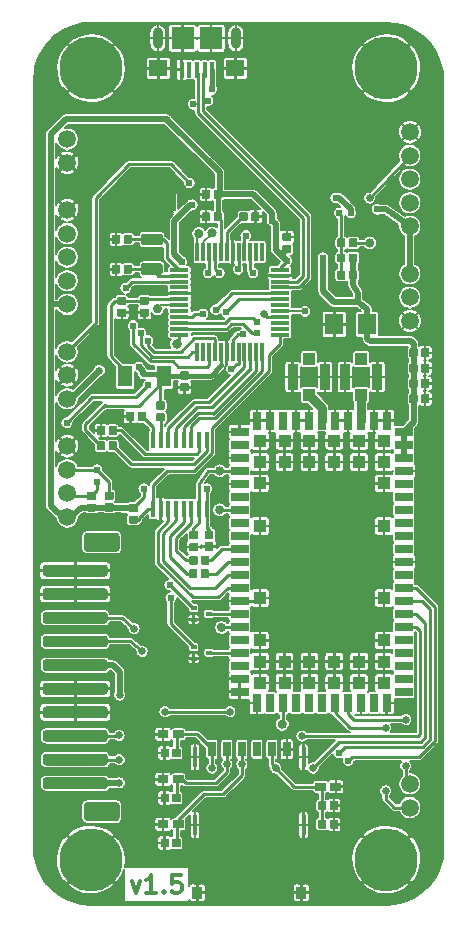
<source format=gbr>
G04 #@! TF.GenerationSoftware,KiCad,Pcbnew,5.1.8+dfsg1-1~bpo10+1*
G04 #@! TF.CreationDate,2021-01-14T22:26:34+01:00*
G04 #@! TF.ProjectId,_autosave-easyhive,5f617574-6f73-4617-9665-2d6561737968,rev?*
G04 #@! TF.SameCoordinates,Original*
G04 #@! TF.FileFunction,Copper,L1,Top*
G04 #@! TF.FilePolarity,Positive*
%FSLAX46Y46*%
G04 Gerber Fmt 4.6, Leading zero omitted, Abs format (unit mm)*
G04 Created by KiCad (PCBNEW 5.1.8+dfsg1-1~bpo10+1) date 2021-01-14 22:26:34*
%MOMM*%
%LPD*%
G01*
G04 APERTURE LIST*
G04 #@! TA.AperFunction,NonConductor*
%ADD10C,0.300000*%
G04 #@! TD*
G04 #@! TA.AperFunction,SMDPad,CuDef*
%ADD11R,0.354800X1.461999*%
G04 #@! TD*
G04 #@! TA.AperFunction,ComponentPad*
%ADD12O,0.900000X1.800000*%
G04 #@! TD*
G04 #@! TA.AperFunction,SMDPad,CuDef*
%ADD13R,1.900000X1.900000*%
G04 #@! TD*
G04 #@! TA.AperFunction,SMDPad,CuDef*
%ADD14R,1.600000X1.400000*%
G04 #@! TD*
G04 #@! TA.AperFunction,SMDPad,CuDef*
%ADD15R,0.400000X1.350000*%
G04 #@! TD*
G04 #@! TA.AperFunction,SMDPad,CuDef*
%ADD16C,1.500000*%
G04 #@! TD*
G04 #@! TA.AperFunction,SMDPad,CuDef*
%ADD17R,0.508000X0.355999*%
G04 #@! TD*
G04 #@! TA.AperFunction,ComponentPad*
%ADD18C,1.500000*%
G04 #@! TD*
G04 #@! TA.AperFunction,SMDPad,CuDef*
%ADD19R,1.600000X1.800000*%
G04 #@! TD*
G04 #@! TA.AperFunction,SMDPad,CuDef*
%ADD20R,1.200000X1.800000*%
G04 #@! TD*
G04 #@! TA.AperFunction,SMDPad,CuDef*
%ADD21R,0.350000X1.800000*%
G04 #@! TD*
G04 #@! TA.AperFunction,SMDPad,CuDef*
%ADD22R,0.650000X1.300000*%
G04 #@! TD*
G04 #@! TA.AperFunction,SMDPad,CuDef*
%ADD23R,0.900000X1.000000*%
G04 #@! TD*
G04 #@! TA.AperFunction,SMDPad,CuDef*
%ADD24R,1.000000X1.050000*%
G04 #@! TD*
G04 #@! TA.AperFunction,SMDPad,CuDef*
%ADD25R,0.850000X2.200000*%
G04 #@! TD*
G04 #@! TA.AperFunction,SMDPad,CuDef*
%ADD26R,1.100000X1.100000*%
G04 #@! TD*
G04 #@! TA.AperFunction,SMDPad,CuDef*
%ADD27R,0.800000X1.500000*%
G04 #@! TD*
G04 #@! TA.AperFunction,SMDPad,CuDef*
%ADD28R,1.500000X0.800000*%
G04 #@! TD*
G04 #@! TA.AperFunction,ComponentPad*
%ADD29C,0.508000*%
G04 #@! TD*
G04 #@! TA.AperFunction,SMDPad,CuDef*
%ADD30R,0.300000X1.600000*%
G04 #@! TD*
G04 #@! TA.AperFunction,SMDPad,CuDef*
%ADD31R,1.600000X0.300000*%
G04 #@! TD*
G04 #@! TA.AperFunction,ComponentPad*
%ADD32C,5.334000*%
G04 #@! TD*
G04 #@! TA.AperFunction,ViaPad*
%ADD33C,0.609600*%
G04 #@! TD*
G04 #@! TA.AperFunction,ViaPad*
%ADD34C,0.654800*%
G04 #@! TD*
G04 #@! TA.AperFunction,ViaPad*
%ADD35C,0.800000*%
G04 #@! TD*
G04 #@! TA.AperFunction,Conductor*
%ADD36C,0.250000*%
G04 #@! TD*
G04 #@! TA.AperFunction,Conductor*
%ADD37C,0.300000*%
G04 #@! TD*
G04 #@! TA.AperFunction,Conductor*
%ADD38C,0.406400*%
G04 #@! TD*
G04 #@! TA.AperFunction,Conductor*
%ADD39C,0.254000*%
G04 #@! TD*
G04 #@! TA.AperFunction,Conductor*
%ADD40C,0.508000*%
G04 #@! TD*
G04 #@! TA.AperFunction,Conductor*
%ADD41C,0.400000*%
G04 #@! TD*
G04 #@! TA.AperFunction,Conductor*
%ADD42C,0.500000*%
G04 #@! TD*
G04 #@! TA.AperFunction,Conductor*
%ADD43C,0.203200*%
G04 #@! TD*
G04 #@! TA.AperFunction,Conductor*
%ADD44C,0.800000*%
G04 #@! TD*
G04 #@! TA.AperFunction,Conductor*
%ADD45C,0.150000*%
G04 #@! TD*
G04 #@! TA.AperFunction,Conductor*
%ADD46C,0.100000*%
G04 #@! TD*
G04 APERTURE END LIST*
D10*
X139474285Y-140330371D02*
X139831428Y-141330371D01*
X140188571Y-140330371D01*
X141545714Y-141330371D02*
X140688571Y-141330371D01*
X141117142Y-141330371D02*
X141117142Y-139830371D01*
X140974285Y-140044657D01*
X140831428Y-140187514D01*
X140688571Y-140258942D01*
X142188571Y-141187514D02*
X142260000Y-141258942D01*
X142188571Y-141330371D01*
X142117142Y-141258942D01*
X142188571Y-141187514D01*
X142188571Y-141330371D01*
X143617142Y-139830371D02*
X142902857Y-139830371D01*
X142831428Y-140544657D01*
X142902857Y-140473228D01*
X143045714Y-140401800D01*
X143402857Y-140401800D01*
X143545714Y-140473228D01*
X143617142Y-140544657D01*
X143688571Y-140687514D01*
X143688571Y-141044657D01*
X143617142Y-141187514D01*
X143545714Y-141258942D01*
X143402857Y-141330371D01*
X143045714Y-141330371D01*
X142902857Y-141258942D01*
X142831428Y-141187514D01*
D11*
X145799998Y-108817000D03*
X145149997Y-108817000D03*
X144499998Y-108817000D03*
X143849997Y-108817000D03*
X143199998Y-108817000D03*
X142550000Y-108817000D03*
X141899998Y-108817000D03*
X141250000Y-108817000D03*
X141250000Y-102975000D03*
X141900001Y-102975000D03*
X142550000Y-102975000D03*
X143200001Y-102975000D03*
X143850000Y-102975000D03*
X144499998Y-102975000D03*
X145150000Y-102975000D03*
X145799998Y-102975000D03*
D12*
X141671100Y-68962600D03*
X148271100Y-68962600D03*
D13*
X143771100Y-68962600D03*
X146171100Y-68962600D03*
D14*
X141721100Y-71512600D03*
X148221100Y-71512600D03*
D15*
X146271100Y-71637600D03*
X145621100Y-71637600D03*
X143671100Y-71637600D03*
X144321100Y-71637600D03*
X144971100Y-71637600D03*
D16*
X163000000Y-134100000D03*
X163000000Y-132100000D03*
D17*
X146000000Y-121000000D03*
X144704999Y-121500003D03*
X144704999Y-120500002D03*
X145995001Y-117699997D03*
X144700000Y-118200000D03*
X144700000Y-117199999D03*
D18*
X163000000Y-88900000D03*
X163000000Y-90900000D03*
X163000000Y-92900000D03*
X134001100Y-109503600D03*
X134001100Y-107503600D03*
X134001100Y-105503600D03*
X134001100Y-103503600D03*
X134001100Y-99503600D03*
X134001100Y-97503600D03*
X134001100Y-95503600D03*
X134001100Y-91503600D03*
X134001100Y-89503600D03*
X134001100Y-87503600D03*
X134001100Y-85503600D03*
X134001100Y-83503600D03*
X163001100Y-84903600D03*
X163001100Y-82903600D03*
X163001100Y-80903600D03*
X163001100Y-78903600D03*
X163001100Y-76903600D03*
X134001100Y-77503600D03*
X134001100Y-79503600D03*
D19*
X156600000Y-93200000D03*
X159400000Y-93200000D03*
G04 #@! TA.AperFunction,SMDPad,CuDef*
G36*
G01*
X146900000Y-108500000D02*
X146900000Y-108500000D01*
G75*
G02*
X147300000Y-108900000I0J-400000D01*
G01*
X147300000Y-108900000D01*
G75*
G02*
X146900000Y-109300000I-400000J0D01*
G01*
X146900000Y-109300000D01*
G75*
G02*
X146500000Y-108900000I0J400000D01*
G01*
X146500000Y-108900000D01*
G75*
G02*
X146900000Y-108500000I400000J0D01*
G01*
G37*
G04 #@! TD.AperFunction*
G04 #@! TA.AperFunction,SMDPad,CuDef*
G36*
G01*
X159200000Y-86300000D02*
X159200000Y-86300000D01*
G75*
G02*
X159600000Y-85900000I400000J0D01*
G01*
X159600000Y-85900000D01*
G75*
G02*
X160000000Y-86300000I0J-400000D01*
G01*
X160000000Y-86300000D01*
G75*
G02*
X159600000Y-86700000I-400000J0D01*
G01*
X159600000Y-86700000D01*
G75*
G02*
X159200000Y-86300000I0J400000D01*
G01*
G37*
G04 #@! TD.AperFunction*
G04 #@! TA.AperFunction,SMDPad,CuDef*
G36*
G01*
X145850000Y-85450000D02*
X145850000Y-85450000D01*
G75*
G02*
X146250000Y-85050000I400000J0D01*
G01*
X146250000Y-85050000D01*
G75*
G02*
X146650000Y-85450000I0J-400000D01*
G01*
X146650000Y-85450000D01*
G75*
G02*
X146250000Y-85850000I-400000J0D01*
G01*
X146250000Y-85850000D01*
G75*
G02*
X145850000Y-85450000I0J400000D01*
G01*
G37*
G04 #@! TD.AperFunction*
G04 #@! TA.AperFunction,SMDPad,CuDef*
G36*
G01*
X144729850Y-85512350D02*
X144729850Y-85512350D01*
G75*
G02*
X145129850Y-85112350I400000J0D01*
G01*
X145129850Y-85112350D01*
G75*
G02*
X145529850Y-85512350I0J-400000D01*
G01*
X145529850Y-85512350D01*
G75*
G02*
X145129850Y-85912350I-400000J0D01*
G01*
X145129850Y-85912350D01*
G75*
G02*
X144729850Y-85512350I0J400000D01*
G01*
G37*
G04 #@! TD.AperFunction*
G04 #@! TA.AperFunction,SMDPad,CuDef*
G36*
G01*
X141237350Y-91862350D02*
X141237350Y-91862350D01*
G75*
G02*
X141637350Y-91462350I400000J0D01*
G01*
X141637350Y-91462350D01*
G75*
G02*
X142037350Y-91862350I0J-400000D01*
G01*
X142037350Y-91862350D01*
G75*
G02*
X141637350Y-92262350I-400000J0D01*
G01*
X141637350Y-92262350D01*
G75*
G02*
X141237350Y-91862350I0J400000D01*
G01*
G37*
G04 #@! TD.AperFunction*
G04 #@! TA.AperFunction,SMDPad,CuDef*
G36*
G01*
X151800000Y-127050000D02*
X151800000Y-127050000D01*
G75*
G02*
X152200000Y-126650000I400000J0D01*
G01*
X152200000Y-126650000D01*
G75*
G02*
X152600000Y-127050000I0J-400000D01*
G01*
X152600000Y-127050000D01*
G75*
G02*
X152200000Y-127450000I-400000J0D01*
G01*
X152200000Y-127450000D01*
G75*
G02*
X151800000Y-127050000I0J400000D01*
G01*
G37*
G04 #@! TD.AperFunction*
G04 #@! TA.AperFunction,SMDPad,CuDef*
G36*
G01*
X146650000Y-118850000D02*
X146650000Y-118850000D01*
G75*
G02*
X147050000Y-118450000I400000J0D01*
G01*
X147050000Y-118450000D01*
G75*
G02*
X147450000Y-118850000I0J-400000D01*
G01*
X147450000Y-118850000D01*
G75*
G02*
X147050000Y-119250000I-400000J0D01*
G01*
X147050000Y-119250000D01*
G75*
G02*
X146650000Y-118850000I0J400000D01*
G01*
G37*
G04 #@! TD.AperFunction*
G04 #@! TA.AperFunction,SMDPad,CuDef*
G36*
G01*
X146500000Y-105600000D02*
X146500000Y-105600000D01*
G75*
G02*
X146900000Y-105200000I400000J0D01*
G01*
X146900000Y-105200000D01*
G75*
G02*
X147300000Y-105600000I0J-400000D01*
G01*
X147300000Y-105600000D01*
G75*
G02*
X146900000Y-106000000I-400000J0D01*
G01*
X146900000Y-106000000D01*
G75*
G02*
X146500000Y-105600000I0J400000D01*
G01*
G37*
G04 #@! TD.AperFunction*
G04 #@! TA.AperFunction,SMDPad,CuDef*
G36*
G01*
X139973400Y-108448000D02*
X139973400Y-109008000D01*
G75*
G02*
X139903400Y-109078000I-70000J0D01*
G01*
X139293400Y-109078000D01*
G75*
G02*
X139223400Y-109008000I0J70000D01*
G01*
X139223400Y-108448000D01*
G75*
G02*
X139293400Y-108378000I70000J0D01*
G01*
X139903400Y-108378000D01*
G75*
G02*
X139973400Y-108448000I0J-70000D01*
G01*
G37*
G04 #@! TD.AperFunction*
G04 #@! TA.AperFunction,SMDPad,CuDef*
G36*
G01*
X139973400Y-109448000D02*
X139973400Y-110008000D01*
G75*
G02*
X139903400Y-110078000I-70000J0D01*
G01*
X139293400Y-110078000D01*
G75*
G02*
X139223400Y-110008000I0J70000D01*
G01*
X139223400Y-109448000D01*
G75*
G02*
X139293400Y-109378000I70000J0D01*
G01*
X139903400Y-109378000D01*
G75*
G02*
X139973400Y-109448000I0J-70000D01*
G01*
G37*
G04 #@! TD.AperFunction*
G04 #@! TA.AperFunction,SMDPad,CuDef*
G36*
G01*
X140607000Y-101365400D02*
X140047000Y-101365400D01*
G75*
G02*
X139977000Y-101295400I0J70000D01*
G01*
X139977000Y-100685400D01*
G75*
G02*
X140047000Y-100615400I70000J0D01*
G01*
X140607000Y-100615400D01*
G75*
G02*
X140677000Y-100685400I0J-70000D01*
G01*
X140677000Y-101295400D01*
G75*
G02*
X140607000Y-101365400I-70000J0D01*
G01*
G37*
G04 #@! TD.AperFunction*
G04 #@! TA.AperFunction,SMDPad,CuDef*
G36*
G01*
X139607000Y-101365400D02*
X139047000Y-101365400D01*
G75*
G02*
X138977000Y-101295400I0J70000D01*
G01*
X138977000Y-100685400D01*
G75*
G02*
X139047000Y-100615400I70000J0D01*
G01*
X139607000Y-100615400D01*
G75*
G02*
X139677000Y-100685400I0J-70000D01*
G01*
X139677000Y-101295400D01*
G75*
G02*
X139607000Y-101365400I-70000J0D01*
G01*
G37*
G04 #@! TD.AperFunction*
G04 #@! TA.AperFunction,SMDPad,CuDef*
G36*
G01*
X141509400Y-101346600D02*
X141509400Y-100786600D01*
G75*
G02*
X141579400Y-100716600I70000J0D01*
G01*
X142189400Y-100716600D01*
G75*
G02*
X142259400Y-100786600I0J-70000D01*
G01*
X142259400Y-101346600D01*
G75*
G02*
X142189400Y-101416600I-70000J0D01*
G01*
X141579400Y-101416600D01*
G75*
G02*
X141509400Y-101346600I0J70000D01*
G01*
G37*
G04 #@! TD.AperFunction*
G04 #@! TA.AperFunction,SMDPad,CuDef*
G36*
G01*
X141509400Y-100346600D02*
X141509400Y-99786600D01*
G75*
G02*
X141579400Y-99716600I70000J0D01*
G01*
X142189400Y-99716600D01*
G75*
G02*
X142259400Y-99786600I0J-70000D01*
G01*
X142259400Y-100346600D01*
G75*
G02*
X142189400Y-100416600I-70000J0D01*
G01*
X141579400Y-100416600D01*
G75*
G02*
X141509400Y-100346600I0J70000D01*
G01*
G37*
G04 #@! TD.AperFunction*
G04 #@! TA.AperFunction,SMDPad,CuDef*
G36*
G01*
X138133400Y-102550200D02*
X137573400Y-102550200D01*
G75*
G02*
X137503400Y-102480200I0J70000D01*
G01*
X137503400Y-101870200D01*
G75*
G02*
X137573400Y-101800200I70000J0D01*
G01*
X138133400Y-101800200D01*
G75*
G02*
X138203400Y-101870200I0J-70000D01*
G01*
X138203400Y-102480200D01*
G75*
G02*
X138133400Y-102550200I-70000J0D01*
G01*
G37*
G04 #@! TD.AperFunction*
G04 #@! TA.AperFunction,SMDPad,CuDef*
G36*
G01*
X137133400Y-102550200D02*
X136573400Y-102550200D01*
G75*
G02*
X136503400Y-102480200I0J70000D01*
G01*
X136503400Y-101870200D01*
G75*
G02*
X136573400Y-101800200I70000J0D01*
G01*
X137133400Y-101800200D01*
G75*
G02*
X137203400Y-101870200I0J-70000D01*
G01*
X137203400Y-102480200D01*
G75*
G02*
X137133400Y-102550200I-70000J0D01*
G01*
G37*
G04 #@! TD.AperFunction*
G04 #@! TA.AperFunction,SMDPad,CuDef*
G36*
G01*
X138133400Y-103850200D02*
X137573400Y-103850200D01*
G75*
G02*
X137503400Y-103780200I0J70000D01*
G01*
X137503400Y-103170200D01*
G75*
G02*
X137573400Y-103100200I70000J0D01*
G01*
X138133400Y-103100200D01*
G75*
G02*
X138203400Y-103170200I0J-70000D01*
G01*
X138203400Y-103780200D01*
G75*
G02*
X138133400Y-103850200I-70000J0D01*
G01*
G37*
G04 #@! TD.AperFunction*
G04 #@! TA.AperFunction,SMDPad,CuDef*
G36*
G01*
X137133400Y-103850200D02*
X136573400Y-103850200D01*
G75*
G02*
X136503400Y-103780200I0J70000D01*
G01*
X136503400Y-103170200D01*
G75*
G02*
X136573400Y-103100200I70000J0D01*
G01*
X137133400Y-103100200D01*
G75*
G02*
X137203400Y-103170200I0J-70000D01*
G01*
X137203400Y-103780200D01*
G75*
G02*
X137133400Y-103850200I-70000J0D01*
G01*
G37*
G04 #@! TD.AperFunction*
G04 #@! TA.AperFunction,SMDPad,CuDef*
G36*
G01*
X137166000Y-108984000D02*
X137166000Y-108424000D01*
G75*
G02*
X137236000Y-108354000I70000J0D01*
G01*
X137846000Y-108354000D01*
G75*
G02*
X137916000Y-108424000I0J-70000D01*
G01*
X137916000Y-108984000D01*
G75*
G02*
X137846000Y-109054000I-70000J0D01*
G01*
X137236000Y-109054000D01*
G75*
G02*
X137166000Y-108984000I0J70000D01*
G01*
G37*
G04 #@! TD.AperFunction*
G04 #@! TA.AperFunction,SMDPad,CuDef*
G36*
G01*
X137166000Y-107984000D02*
X137166000Y-107424000D01*
G75*
G02*
X137236000Y-107354000I70000J0D01*
G01*
X137846000Y-107354000D01*
G75*
G02*
X137916000Y-107424000I0J-70000D01*
G01*
X137916000Y-107984000D01*
G75*
G02*
X137846000Y-108054000I-70000J0D01*
G01*
X137236000Y-108054000D01*
G75*
G02*
X137166000Y-107984000I0J70000D01*
G01*
G37*
G04 #@! TD.AperFunction*
G04 #@! TA.AperFunction,SMDPad,CuDef*
G36*
G01*
X135667400Y-108992000D02*
X135667400Y-108432000D01*
G75*
G02*
X135737400Y-108362000I70000J0D01*
G01*
X136347400Y-108362000D01*
G75*
G02*
X136417400Y-108432000I0J-70000D01*
G01*
X136417400Y-108992000D01*
G75*
G02*
X136347400Y-109062000I-70000J0D01*
G01*
X135737400Y-109062000D01*
G75*
G02*
X135667400Y-108992000I0J70000D01*
G01*
G37*
G04 #@! TD.AperFunction*
G04 #@! TA.AperFunction,SMDPad,CuDef*
G36*
G01*
X135667400Y-107992000D02*
X135667400Y-107432000D01*
G75*
G02*
X135737400Y-107362000I70000J0D01*
G01*
X136347400Y-107362000D01*
G75*
G02*
X136417400Y-107432000I0J-70000D01*
G01*
X136417400Y-107992000D01*
G75*
G02*
X136347400Y-108062000I-70000J0D01*
G01*
X135737400Y-108062000D01*
G75*
G02*
X135667400Y-107992000I0J70000D01*
G01*
G37*
G04 #@! TD.AperFunction*
G04 #@! TA.AperFunction,SMDPad,CuDef*
G36*
G01*
X144370000Y-113925000D02*
X144930000Y-113925000D01*
G75*
G02*
X145000000Y-113995000I0J-70000D01*
G01*
X145000000Y-114605000D01*
G75*
G02*
X144930000Y-114675000I-70000J0D01*
G01*
X144370000Y-114675000D01*
G75*
G02*
X144300000Y-114605000I0J70000D01*
G01*
X144300000Y-113995000D01*
G75*
G02*
X144370000Y-113925000I70000J0D01*
G01*
G37*
G04 #@! TD.AperFunction*
G04 #@! TA.AperFunction,SMDPad,CuDef*
G36*
G01*
X145370000Y-113925000D02*
X145930000Y-113925000D01*
G75*
G02*
X146000000Y-113995000I0J-70000D01*
G01*
X146000000Y-114605000D01*
G75*
G02*
X145930000Y-114675000I-70000J0D01*
G01*
X145370000Y-114675000D01*
G75*
G02*
X145300000Y-114605000I0J70000D01*
G01*
X145300000Y-113995000D01*
G75*
G02*
X145370000Y-113925000I70000J0D01*
G01*
G37*
G04 #@! TD.AperFunction*
G04 #@! TA.AperFunction,SMDPad,CuDef*
G36*
G01*
X144395000Y-112800000D02*
X144955000Y-112800000D01*
G75*
G02*
X145025000Y-112870000I0J-70000D01*
G01*
X145025000Y-113480000D01*
G75*
G02*
X144955000Y-113550000I-70000J0D01*
G01*
X144395000Y-113550000D01*
G75*
G02*
X144325000Y-113480000I0J70000D01*
G01*
X144325000Y-112870000D01*
G75*
G02*
X144395000Y-112800000I70000J0D01*
G01*
G37*
G04 #@! TD.AperFunction*
G04 #@! TA.AperFunction,SMDPad,CuDef*
G36*
G01*
X145395000Y-112800000D02*
X145955000Y-112800000D01*
G75*
G02*
X146025000Y-112870000I0J-70000D01*
G01*
X146025000Y-113480000D01*
G75*
G02*
X145955000Y-113550000I-70000J0D01*
G01*
X145395000Y-113550000D01*
G75*
G02*
X145325000Y-113480000I0J70000D01*
G01*
X145325000Y-112870000D01*
G75*
G02*
X145395000Y-112800000I70000J0D01*
G01*
G37*
G04 #@! TD.AperFunction*
G04 #@! TA.AperFunction,SMDPad,CuDef*
G36*
G01*
X158480000Y-87945000D02*
X157920000Y-87945000D01*
G75*
G02*
X157850000Y-87875000I0J70000D01*
G01*
X157850000Y-87265000D01*
G75*
G02*
X157920000Y-87195000I70000J0D01*
G01*
X158480000Y-87195000D01*
G75*
G02*
X158550000Y-87265000I0J-70000D01*
G01*
X158550000Y-87875000D01*
G75*
G02*
X158480000Y-87945000I-70000J0D01*
G01*
G37*
G04 #@! TD.AperFunction*
G04 #@! TA.AperFunction,SMDPad,CuDef*
G36*
G01*
X157480000Y-87945000D02*
X156920000Y-87945000D01*
G75*
G02*
X156850000Y-87875000I0J70000D01*
G01*
X156850000Y-87265000D01*
G75*
G02*
X156920000Y-87195000I70000J0D01*
G01*
X157480000Y-87195000D01*
G75*
G02*
X157550000Y-87265000I0J-70000D01*
G01*
X157550000Y-87875000D01*
G75*
G02*
X157480000Y-87945000I-70000J0D01*
G01*
G37*
G04 #@! TD.AperFunction*
G04 #@! TA.AperFunction,SMDPad,CuDef*
G36*
G01*
X156920000Y-85915000D02*
X157480000Y-85915000D01*
G75*
G02*
X157550000Y-85985000I0J-70000D01*
G01*
X157550000Y-86595000D01*
G75*
G02*
X157480000Y-86665000I-70000J0D01*
G01*
X156920000Y-86665000D01*
G75*
G02*
X156850000Y-86595000I0J70000D01*
G01*
X156850000Y-85985000D01*
G75*
G02*
X156920000Y-85915000I70000J0D01*
G01*
G37*
G04 #@! TD.AperFunction*
G04 #@! TA.AperFunction,SMDPad,CuDef*
G36*
G01*
X157920000Y-85915000D02*
X158480000Y-85915000D01*
G75*
G02*
X158550000Y-85985000I0J-70000D01*
G01*
X158550000Y-86595000D01*
G75*
G02*
X158480000Y-86665000I-70000J0D01*
G01*
X157920000Y-86665000D01*
G75*
G02*
X157850000Y-86595000I0J70000D01*
G01*
X157850000Y-85985000D01*
G75*
G02*
X157920000Y-85915000I70000J0D01*
G01*
G37*
G04 #@! TD.AperFunction*
G04 #@! TA.AperFunction,SMDPad,CuDef*
G36*
G01*
X140386100Y-88008600D02*
X141936100Y-88008600D01*
G75*
G02*
X142061100Y-88133600I0J-125000D01*
G01*
X142061100Y-88883600D01*
G75*
G02*
X141936100Y-89008600I-125000J0D01*
G01*
X140386100Y-89008600D01*
G75*
G02*
X140261100Y-88883600I0J125000D01*
G01*
X140261100Y-88133600D01*
G75*
G02*
X140386100Y-88008600I125000J0D01*
G01*
G37*
G04 #@! TD.AperFunction*
G04 #@! TA.AperFunction,SMDPad,CuDef*
G36*
G01*
X140386100Y-85508600D02*
X141936100Y-85508600D01*
G75*
G02*
X142061100Y-85633600I0J-125000D01*
G01*
X142061100Y-86383600D01*
G75*
G02*
X141936100Y-86508600I-125000J0D01*
G01*
X140386100Y-86508600D01*
G75*
G02*
X140261100Y-86383600I0J125000D01*
G01*
X140261100Y-85633600D01*
G75*
G02*
X140386100Y-85508600I125000J0D01*
G01*
G37*
G04 #@! TD.AperFunction*
D20*
X142200000Y-97600000D03*
X138900000Y-97600000D03*
D21*
X154011100Y-135588600D03*
X144820100Y-135588600D03*
X154011100Y-129838600D03*
X144820100Y-129838600D03*
D22*
X146246100Y-129168600D03*
X147516100Y-129168600D03*
X148786100Y-129168600D03*
X150056100Y-129168600D03*
X151326100Y-129168600D03*
X152596100Y-129168600D03*
D23*
X153816100Y-141308600D03*
X145016100Y-141308600D03*
D24*
X154457400Y-96112600D03*
X154457400Y-99162600D03*
D25*
X153082400Y-97637600D03*
X155832400Y-97637600D03*
D24*
X158875000Y-96125000D03*
X158875000Y-99175000D03*
D25*
X157500000Y-97650000D03*
X160250000Y-97650000D03*
D26*
X160800000Y-119950000D03*
X150300000Y-119950000D03*
X160800000Y-116350000D03*
X150300000Y-116350000D03*
X150300000Y-123550000D03*
X152400000Y-123550000D03*
X154500000Y-123550000D03*
X156600000Y-123550000D03*
X158700000Y-123550000D03*
X160800000Y-123550000D03*
X160800000Y-121750000D03*
X158700000Y-121750000D03*
X156600000Y-121750000D03*
X154500000Y-121750000D03*
X152400000Y-121750000D03*
X150300000Y-121750000D03*
X160800000Y-110250000D03*
X150300000Y-110250000D03*
X160800000Y-106650000D03*
X150300000Y-106650000D03*
X150300000Y-104850000D03*
X152400000Y-104850000D03*
X154500000Y-104850000D03*
X156600000Y-104850000D03*
X158700000Y-104850000D03*
X160800000Y-104850000D03*
X160800000Y-103050000D03*
X158700000Y-103050000D03*
X156600000Y-103050000D03*
X154500000Y-103050000D03*
X152400000Y-103050000D03*
X150300000Y-103050000D03*
D27*
X161050000Y-125250000D03*
X151150000Y-125250000D03*
X150050000Y-125250000D03*
X159950000Y-125250000D03*
X158850000Y-125250000D03*
X157750000Y-125250000D03*
X156650000Y-125250000D03*
X155550000Y-125250000D03*
X154450000Y-125250000D03*
X153350000Y-125250000D03*
X152250000Y-125250000D03*
D28*
X162500000Y-124300000D03*
X162500000Y-123200000D03*
X162500000Y-122100000D03*
X162500000Y-121000000D03*
X162500000Y-119900000D03*
X162500000Y-118800000D03*
X162500000Y-117700000D03*
X162500000Y-116600000D03*
X162500000Y-115500000D03*
X162500000Y-114400000D03*
X162500000Y-113300000D03*
X162500000Y-112200000D03*
X162500000Y-111100000D03*
X162500000Y-110000000D03*
X162500000Y-108900000D03*
X162500000Y-107800000D03*
X162500000Y-106700000D03*
X162500000Y-105600000D03*
X162500000Y-104500000D03*
X162500000Y-103400000D03*
X162500000Y-102300000D03*
X148600000Y-124300000D03*
X148600000Y-123200000D03*
X148600000Y-122100000D03*
X148600000Y-121000000D03*
X148600000Y-119900000D03*
X148600000Y-118800000D03*
X148600000Y-117700000D03*
X148600000Y-116600000D03*
X148600000Y-115500000D03*
X148600000Y-114400000D03*
X148600000Y-113300000D03*
X148600000Y-112200000D03*
X148600000Y-111100000D03*
X148600000Y-110000000D03*
X148600000Y-108900000D03*
X148600000Y-107800000D03*
X148600000Y-106700000D03*
X148600000Y-105600000D03*
X148600000Y-104500000D03*
X148600000Y-103400000D03*
D27*
X161050000Y-101350000D03*
D28*
X148600000Y-102300000D03*
D27*
X151150000Y-101350000D03*
X150050000Y-101350000D03*
X159950000Y-101350000D03*
X158850000Y-101350000D03*
X157750000Y-101350000D03*
X156650000Y-101350000D03*
X155550000Y-101350000D03*
X154450000Y-101350000D03*
X153350000Y-101350000D03*
X152250000Y-101350000D03*
D29*
X142981100Y-82263600D03*
X142931100Y-83313600D03*
X142431100Y-82813600D03*
X141881100Y-82263600D03*
G04 #@! TA.AperFunction,SMDPad,CuDef*
G36*
G01*
X143231100Y-82093600D02*
X143231100Y-83533600D01*
G75*
G02*
X143151100Y-83613600I-80000J0D01*
G01*
X141711100Y-83613600D01*
G75*
G02*
X141631100Y-83533600I0J80000D01*
G01*
X141631100Y-82093600D01*
G75*
G02*
X141711100Y-82013600I80000J0D01*
G01*
X143151100Y-82013600D01*
G75*
G02*
X143231100Y-82093600I0J-80000D01*
G01*
G37*
G04 #@! TD.AperFunction*
D30*
X144996100Y-87068600D03*
X145496100Y-87068600D03*
X145996100Y-87068600D03*
X146496100Y-87068600D03*
X146996100Y-87068600D03*
X147496100Y-87068600D03*
X147996100Y-87068600D03*
X148496100Y-87068600D03*
X148996100Y-87068600D03*
X149496100Y-87068600D03*
X149996100Y-87068600D03*
X150496100Y-87068600D03*
D31*
X151996100Y-88568600D03*
X151996100Y-89068600D03*
X151996100Y-89568600D03*
X151996100Y-90068600D03*
X151996100Y-90568600D03*
X151996100Y-91068600D03*
X151996100Y-92068600D03*
X151996100Y-91568600D03*
X151996100Y-92568600D03*
X151996100Y-93068600D03*
X151996100Y-93568600D03*
X151996100Y-94068600D03*
D30*
X150496100Y-95568600D03*
X149996100Y-95568600D03*
X149496100Y-95568600D03*
X148996100Y-95568600D03*
X148496100Y-95568600D03*
X147996100Y-95568600D03*
X147496100Y-95568600D03*
X146996100Y-95568600D03*
X146496100Y-95568600D03*
X145996100Y-95568600D03*
X145496100Y-95568600D03*
X144996100Y-95568600D03*
D31*
X143496100Y-94068600D03*
X143496100Y-93568600D03*
X143496100Y-93068600D03*
X143496100Y-92568600D03*
X143496100Y-92068600D03*
X143496100Y-91568600D03*
X143496100Y-91068600D03*
X143496100Y-90568600D03*
X143496100Y-90068600D03*
X143496100Y-89568600D03*
X143496100Y-89068600D03*
X143496100Y-88568600D03*
D32*
X161001100Y-138503600D03*
X161001100Y-71503600D03*
X136001100Y-71503600D03*
X135991600Y-138506200D03*
G04 #@! TA.AperFunction,SMDPad,CuDef*
G36*
G01*
X142548600Y-127583600D02*
X142548600Y-128213600D01*
G75*
G02*
X142513600Y-128248600I-35000J0D01*
G01*
X141683600Y-128248600D01*
G75*
G02*
X141648600Y-128213600I0J35000D01*
G01*
X141648600Y-127583600D01*
G75*
G02*
X141683600Y-127548600I35000J0D01*
G01*
X142513600Y-127548600D01*
G75*
G02*
X142548600Y-127583600I0J-35000D01*
G01*
G37*
G04 #@! TD.AperFunction*
G04 #@! TA.AperFunction,SMDPad,CuDef*
G36*
G01*
X143848600Y-127583600D02*
X143848600Y-128213600D01*
G75*
G02*
X143813600Y-128248600I-35000J0D01*
G01*
X142983600Y-128248600D01*
G75*
G02*
X142948600Y-128213600I0J35000D01*
G01*
X142948600Y-127583600D01*
G75*
G02*
X142983600Y-127548600I35000J0D01*
G01*
X143813600Y-127548600D01*
G75*
G02*
X143848600Y-127583600I0J-35000D01*
G01*
G37*
G04 #@! TD.AperFunction*
G04 #@! TA.AperFunction,SMDPad,CuDef*
G36*
G01*
X142548600Y-131393600D02*
X142548600Y-132023600D01*
G75*
G02*
X142513600Y-132058600I-35000J0D01*
G01*
X141683600Y-132058600D01*
G75*
G02*
X141648600Y-132023600I0J35000D01*
G01*
X141648600Y-131393600D01*
G75*
G02*
X141683600Y-131358600I35000J0D01*
G01*
X142513600Y-131358600D01*
G75*
G02*
X142548600Y-131393600I0J-35000D01*
G01*
G37*
G04 #@! TD.AperFunction*
G04 #@! TA.AperFunction,SMDPad,CuDef*
G36*
G01*
X143848600Y-131393600D02*
X143848600Y-132023600D01*
G75*
G02*
X143813600Y-132058600I-35000J0D01*
G01*
X142983600Y-132058600D01*
G75*
G02*
X142948600Y-132023600I0J35000D01*
G01*
X142948600Y-131393600D01*
G75*
G02*
X142983600Y-131358600I35000J0D01*
G01*
X143813600Y-131358600D01*
G75*
G02*
X143848600Y-131393600I0J-35000D01*
G01*
G37*
G04 #@! TD.AperFunction*
G04 #@! TA.AperFunction,SMDPad,CuDef*
G36*
G01*
X156283600Y-132658600D02*
X156283600Y-132028600D01*
G75*
G02*
X156318600Y-131993600I35000J0D01*
G01*
X157148600Y-131993600D01*
G75*
G02*
X157183600Y-132028600I0J-35000D01*
G01*
X157183600Y-132658600D01*
G75*
G02*
X157148600Y-132693600I-35000J0D01*
G01*
X156318600Y-132693600D01*
G75*
G02*
X156283600Y-132658600I0J35000D01*
G01*
G37*
G04 #@! TD.AperFunction*
G04 #@! TA.AperFunction,SMDPad,CuDef*
G36*
G01*
X154983600Y-132658600D02*
X154983600Y-132028600D01*
G75*
G02*
X155018600Y-131993600I35000J0D01*
G01*
X155848600Y-131993600D01*
G75*
G02*
X155883600Y-132028600I0J-35000D01*
G01*
X155883600Y-132658600D01*
G75*
G02*
X155848600Y-132693600I-35000J0D01*
G01*
X155018600Y-132693600D01*
G75*
G02*
X154983600Y-132658600I0J35000D01*
G01*
G37*
G04 #@! TD.AperFunction*
G04 #@! TA.AperFunction,SMDPad,CuDef*
G36*
G01*
X142548600Y-135203600D02*
X142548600Y-135833600D01*
G75*
G02*
X142513600Y-135868600I-35000J0D01*
G01*
X141683600Y-135868600D01*
G75*
G02*
X141648600Y-135833600I0J35000D01*
G01*
X141648600Y-135203600D01*
G75*
G02*
X141683600Y-135168600I35000J0D01*
G01*
X142513600Y-135168600D01*
G75*
G02*
X142548600Y-135203600I0J-35000D01*
G01*
G37*
G04 #@! TD.AperFunction*
G04 #@! TA.AperFunction,SMDPad,CuDef*
G36*
G01*
X143848600Y-135203600D02*
X143848600Y-135833600D01*
G75*
G02*
X143813600Y-135868600I-35000J0D01*
G01*
X142983600Y-135868600D01*
G75*
G02*
X142948600Y-135833600I0J35000D01*
G01*
X142948600Y-135203600D01*
G75*
G02*
X142983600Y-135168600I35000J0D01*
G01*
X143813600Y-135168600D01*
G75*
G02*
X143848600Y-135203600I0J-35000D01*
G01*
G37*
G04 #@! TD.AperFunction*
G04 #@! TA.AperFunction,SMDPad,CuDef*
G36*
G01*
X145075000Y-110770000D02*
X145075000Y-111330000D01*
G75*
G02*
X145005000Y-111400000I-70000J0D01*
G01*
X144395000Y-111400000D01*
G75*
G02*
X144325000Y-111330000I0J70000D01*
G01*
X144325000Y-110770000D01*
G75*
G02*
X144395000Y-110700000I70000J0D01*
G01*
X145005000Y-110700000D01*
G75*
G02*
X145075000Y-110770000I0J-70000D01*
G01*
G37*
G04 #@! TD.AperFunction*
G04 #@! TA.AperFunction,SMDPad,CuDef*
G36*
G01*
X145075000Y-111770000D02*
X145075000Y-112330000D01*
G75*
G02*
X145005000Y-112400000I-70000J0D01*
G01*
X144395000Y-112400000D01*
G75*
G02*
X144325000Y-112330000I0J70000D01*
G01*
X144325000Y-111770000D01*
G75*
G02*
X144395000Y-111700000I70000J0D01*
G01*
X145005000Y-111700000D01*
G75*
G02*
X145075000Y-111770000I0J-70000D01*
G01*
G37*
G04 #@! TD.AperFunction*
G04 #@! TA.AperFunction,SMDPad,CuDef*
G36*
G01*
X146375000Y-110720000D02*
X146375000Y-111280000D01*
G75*
G02*
X146305000Y-111350000I-70000J0D01*
G01*
X145695000Y-111350000D01*
G75*
G02*
X145625000Y-111280000I0J70000D01*
G01*
X145625000Y-110720000D01*
G75*
G02*
X145695000Y-110650000I70000J0D01*
G01*
X146305000Y-110650000D01*
G75*
G02*
X146375000Y-110720000I0J-70000D01*
G01*
G37*
G04 #@! TD.AperFunction*
G04 #@! TA.AperFunction,SMDPad,CuDef*
G36*
G01*
X146375000Y-111720000D02*
X146375000Y-112280000D01*
G75*
G02*
X146305000Y-112350000I-70000J0D01*
G01*
X145695000Y-112350000D01*
G75*
G02*
X145625000Y-112280000I0J70000D01*
G01*
X145625000Y-111720000D01*
G75*
G02*
X145695000Y-111650000I70000J0D01*
G01*
X146305000Y-111650000D01*
G75*
G02*
X146375000Y-111720000I0J-70000D01*
G01*
G37*
G04 #@! TD.AperFunction*
G04 #@! TA.AperFunction,SMDPad,CuDef*
G36*
G01*
X164580000Y-97275000D02*
X164020000Y-97275000D01*
G75*
G02*
X163950000Y-97205000I0J70000D01*
G01*
X163950000Y-96595000D01*
G75*
G02*
X164020000Y-96525000I70000J0D01*
G01*
X164580000Y-96525000D01*
G75*
G02*
X164650000Y-96595000I0J-70000D01*
G01*
X164650000Y-97205000D01*
G75*
G02*
X164580000Y-97275000I-70000J0D01*
G01*
G37*
G04 #@! TD.AperFunction*
G04 #@! TA.AperFunction,SMDPad,CuDef*
G36*
G01*
X163580000Y-97275000D02*
X163020000Y-97275000D01*
G75*
G02*
X162950000Y-97205000I0J70000D01*
G01*
X162950000Y-96595000D01*
G75*
G02*
X163020000Y-96525000I70000J0D01*
G01*
X163580000Y-96525000D01*
G75*
G02*
X163650000Y-96595000I0J-70000D01*
G01*
X163650000Y-97205000D01*
G75*
G02*
X163580000Y-97275000I-70000J0D01*
G01*
G37*
G04 #@! TD.AperFunction*
G04 #@! TA.AperFunction,SMDPad,CuDef*
G36*
G01*
X164580000Y-99875000D02*
X164020000Y-99875000D01*
G75*
G02*
X163950000Y-99805000I0J70000D01*
G01*
X163950000Y-99195000D01*
G75*
G02*
X164020000Y-99125000I70000J0D01*
G01*
X164580000Y-99125000D01*
G75*
G02*
X164650000Y-99195000I0J-70000D01*
G01*
X164650000Y-99805000D01*
G75*
G02*
X164580000Y-99875000I-70000J0D01*
G01*
G37*
G04 #@! TD.AperFunction*
G04 #@! TA.AperFunction,SMDPad,CuDef*
G36*
G01*
X163580000Y-99875000D02*
X163020000Y-99875000D01*
G75*
G02*
X162950000Y-99805000I0J70000D01*
G01*
X162950000Y-99195000D01*
G75*
G02*
X163020000Y-99125000I70000J0D01*
G01*
X163580000Y-99125000D01*
G75*
G02*
X163650000Y-99195000I0J-70000D01*
G01*
X163650000Y-99805000D01*
G75*
G02*
X163580000Y-99875000I-70000J0D01*
G01*
G37*
G04 #@! TD.AperFunction*
G04 #@! TA.AperFunction,SMDPad,CuDef*
G36*
G01*
X164580000Y-98575000D02*
X164020000Y-98575000D01*
G75*
G02*
X163950000Y-98505000I0J70000D01*
G01*
X163950000Y-97895000D01*
G75*
G02*
X164020000Y-97825000I70000J0D01*
G01*
X164580000Y-97825000D01*
G75*
G02*
X164650000Y-97895000I0J-70000D01*
G01*
X164650000Y-98505000D01*
G75*
G02*
X164580000Y-98575000I-70000J0D01*
G01*
G37*
G04 #@! TD.AperFunction*
G04 #@! TA.AperFunction,SMDPad,CuDef*
G36*
G01*
X163580000Y-98575000D02*
X163020000Y-98575000D01*
G75*
G02*
X162950000Y-98505000I0J70000D01*
G01*
X162950000Y-97895000D01*
G75*
G02*
X163020000Y-97825000I70000J0D01*
G01*
X163580000Y-97825000D01*
G75*
G02*
X163650000Y-97895000I0J-70000D01*
G01*
X163650000Y-98505000D01*
G75*
G02*
X163580000Y-98575000I-70000J0D01*
G01*
G37*
G04 #@! TD.AperFunction*
G04 #@! TA.AperFunction,SMDPad,CuDef*
G36*
G01*
X164580000Y-95975000D02*
X164020000Y-95975000D01*
G75*
G02*
X163950000Y-95905000I0J70000D01*
G01*
X163950000Y-95295000D01*
G75*
G02*
X164020000Y-95225000I70000J0D01*
G01*
X164580000Y-95225000D01*
G75*
G02*
X164650000Y-95295000I0J-70000D01*
G01*
X164650000Y-95905000D01*
G75*
G02*
X164580000Y-95975000I-70000J0D01*
G01*
G37*
G04 #@! TD.AperFunction*
G04 #@! TA.AperFunction,SMDPad,CuDef*
G36*
G01*
X163580000Y-95975000D02*
X163020000Y-95975000D01*
G75*
G02*
X162950000Y-95905000I0J70000D01*
G01*
X162950000Y-95295000D01*
G75*
G02*
X163020000Y-95225000I70000J0D01*
G01*
X163580000Y-95225000D01*
G75*
G02*
X163650000Y-95295000I0J-70000D01*
G01*
X163650000Y-95905000D01*
G75*
G02*
X163580000Y-95975000I-70000J0D01*
G01*
G37*
G04 #@! TD.AperFunction*
G04 #@! TA.AperFunction,SMDPad,CuDef*
G36*
G01*
X156863600Y-135893600D02*
X156303600Y-135893600D01*
G75*
G02*
X156233600Y-135823600I0J70000D01*
G01*
X156233600Y-135213600D01*
G75*
G02*
X156303600Y-135143600I70000J0D01*
G01*
X156863600Y-135143600D01*
G75*
G02*
X156933600Y-135213600I0J-70000D01*
G01*
X156933600Y-135823600D01*
G75*
G02*
X156863600Y-135893600I-70000J0D01*
G01*
G37*
G04 #@! TD.AperFunction*
G04 #@! TA.AperFunction,SMDPad,CuDef*
G36*
G01*
X155863600Y-135893600D02*
X155303600Y-135893600D01*
G75*
G02*
X155233600Y-135823600I0J70000D01*
G01*
X155233600Y-135213600D01*
G75*
G02*
X155303600Y-135143600I70000J0D01*
G01*
X155863600Y-135143600D01*
G75*
G02*
X155933600Y-135213600I0J-70000D01*
G01*
X155933600Y-135823600D01*
G75*
G02*
X155863600Y-135893600I-70000J0D01*
G01*
G37*
G04 #@! TD.AperFunction*
G04 #@! TA.AperFunction,SMDPad,CuDef*
G36*
G01*
X156863600Y-134306100D02*
X156303600Y-134306100D01*
G75*
G02*
X156233600Y-134236100I0J70000D01*
G01*
X156233600Y-133626100D01*
G75*
G02*
X156303600Y-133556100I70000J0D01*
G01*
X156863600Y-133556100D01*
G75*
G02*
X156933600Y-133626100I0J-70000D01*
G01*
X156933600Y-134236100D01*
G75*
G02*
X156863600Y-134306100I-70000J0D01*
G01*
G37*
G04 #@! TD.AperFunction*
G04 #@! TA.AperFunction,SMDPad,CuDef*
G36*
G01*
X155863600Y-134306100D02*
X155303600Y-134306100D01*
G75*
G02*
X155233600Y-134236100I0J70000D01*
G01*
X155233600Y-133626100D01*
G75*
G02*
X155303600Y-133556100I70000J0D01*
G01*
X155863600Y-133556100D01*
G75*
G02*
X155933600Y-133626100I0J-70000D01*
G01*
X155933600Y-134236100D01*
G75*
G02*
X155863600Y-134306100I-70000J0D01*
G01*
G37*
G04 #@! TD.AperFunction*
G04 #@! TA.AperFunction,SMDPad,CuDef*
G36*
G01*
X141968600Y-136731100D02*
X142528600Y-136731100D01*
G75*
G02*
X142598600Y-136801100I0J-70000D01*
G01*
X142598600Y-137411100D01*
G75*
G02*
X142528600Y-137481100I-70000J0D01*
G01*
X141968600Y-137481100D01*
G75*
G02*
X141898600Y-137411100I0J70000D01*
G01*
X141898600Y-136801100D01*
G75*
G02*
X141968600Y-136731100I70000J0D01*
G01*
G37*
G04 #@! TD.AperFunction*
G04 #@! TA.AperFunction,SMDPad,CuDef*
G36*
G01*
X142968600Y-136731100D02*
X143528600Y-136731100D01*
G75*
G02*
X143598600Y-136801100I0J-70000D01*
G01*
X143598600Y-137411100D01*
G75*
G02*
X143528600Y-137481100I-70000J0D01*
G01*
X142968600Y-137481100D01*
G75*
G02*
X142898600Y-137411100I0J70000D01*
G01*
X142898600Y-136801100D01*
G75*
G02*
X142968600Y-136731100I70000J0D01*
G01*
G37*
G04 #@! TD.AperFunction*
G04 #@! TA.AperFunction,SMDPad,CuDef*
G36*
G01*
X141968600Y-132921100D02*
X142528600Y-132921100D01*
G75*
G02*
X142598600Y-132991100I0J-70000D01*
G01*
X142598600Y-133601100D01*
G75*
G02*
X142528600Y-133671100I-70000J0D01*
G01*
X141968600Y-133671100D01*
G75*
G02*
X141898600Y-133601100I0J70000D01*
G01*
X141898600Y-132991100D01*
G75*
G02*
X141968600Y-132921100I70000J0D01*
G01*
G37*
G04 #@! TD.AperFunction*
G04 #@! TA.AperFunction,SMDPad,CuDef*
G36*
G01*
X142968600Y-132921100D02*
X143528600Y-132921100D01*
G75*
G02*
X143598600Y-132991100I0J-70000D01*
G01*
X143598600Y-133601100D01*
G75*
G02*
X143528600Y-133671100I-70000J0D01*
G01*
X142968600Y-133671100D01*
G75*
G02*
X142898600Y-133601100I0J70000D01*
G01*
X142898600Y-132991100D01*
G75*
G02*
X142968600Y-132921100I70000J0D01*
G01*
G37*
G04 #@! TD.AperFunction*
G04 #@! TA.AperFunction,SMDPad,CuDef*
G36*
G01*
X141968600Y-129111100D02*
X142528600Y-129111100D01*
G75*
G02*
X142598600Y-129181100I0J-70000D01*
G01*
X142598600Y-129791100D01*
G75*
G02*
X142528600Y-129861100I-70000J0D01*
G01*
X141968600Y-129861100D01*
G75*
G02*
X141898600Y-129791100I0J70000D01*
G01*
X141898600Y-129181100D01*
G75*
G02*
X141968600Y-129111100I70000J0D01*
G01*
G37*
G04 #@! TD.AperFunction*
G04 #@! TA.AperFunction,SMDPad,CuDef*
G36*
G01*
X142968600Y-129111100D02*
X143528600Y-129111100D01*
G75*
G02*
X143598600Y-129181100I0J-70000D01*
G01*
X143598600Y-129791100D01*
G75*
G02*
X143528600Y-129861100I-70000J0D01*
G01*
X142968600Y-129861100D01*
G75*
G02*
X142898600Y-129791100I0J70000D01*
G01*
X142898600Y-129181100D01*
G75*
G02*
X142968600Y-129111100I70000J0D01*
G01*
G37*
G04 #@! TD.AperFunction*
G04 #@! TA.AperFunction,SMDPad,CuDef*
G36*
G01*
X156910000Y-88655000D02*
X157470000Y-88655000D01*
G75*
G02*
X157540000Y-88725000I0J-70000D01*
G01*
X157540000Y-89335000D01*
G75*
G02*
X157470000Y-89405000I-70000J0D01*
G01*
X156910000Y-89405000D01*
G75*
G02*
X156840000Y-89335000I0J70000D01*
G01*
X156840000Y-88725000D01*
G75*
G02*
X156910000Y-88655000I70000J0D01*
G01*
G37*
G04 #@! TD.AperFunction*
G04 #@! TA.AperFunction,SMDPad,CuDef*
G36*
G01*
X157910000Y-88655000D02*
X158470000Y-88655000D01*
G75*
G02*
X158540000Y-88725000I0J-70000D01*
G01*
X158540000Y-89335000D01*
G75*
G02*
X158470000Y-89405000I-70000J0D01*
G01*
X157910000Y-89405000D01*
G75*
G02*
X157840000Y-89335000I0J70000D01*
G01*
X157840000Y-88725000D01*
G75*
G02*
X157910000Y-88655000I70000J0D01*
G01*
G37*
G04 #@! TD.AperFunction*
G04 #@! TA.AperFunction,SMDPad,CuDef*
G36*
G01*
X138246100Y-92483600D02*
X138246100Y-91923600D01*
G75*
G02*
X138316100Y-91853600I70000J0D01*
G01*
X138926100Y-91853600D01*
G75*
G02*
X138996100Y-91923600I0J-70000D01*
G01*
X138996100Y-92483600D01*
G75*
G02*
X138926100Y-92553600I-70000J0D01*
G01*
X138316100Y-92553600D01*
G75*
G02*
X138246100Y-92483600I0J70000D01*
G01*
G37*
G04 #@! TD.AperFunction*
G04 #@! TA.AperFunction,SMDPad,CuDef*
G36*
G01*
X138246100Y-91483600D02*
X138246100Y-90923600D01*
G75*
G02*
X138316100Y-90853600I70000J0D01*
G01*
X138926100Y-90853600D01*
G75*
G02*
X138996100Y-90923600I0J-70000D01*
G01*
X138996100Y-91483600D01*
G75*
G02*
X138926100Y-91553600I-70000J0D01*
G01*
X138316100Y-91553600D01*
G75*
G02*
X138246100Y-91483600I0J70000D01*
G01*
G37*
G04 #@! TD.AperFunction*
G04 #@! TA.AperFunction,SMDPad,CuDef*
G36*
G01*
X145461100Y-81803600D02*
X146021100Y-81803600D01*
G75*
G02*
X146091100Y-81873600I0J-70000D01*
G01*
X146091100Y-82483600D01*
G75*
G02*
X146021100Y-82553600I-70000J0D01*
G01*
X145461100Y-82553600D01*
G75*
G02*
X145391100Y-82483600I0J70000D01*
G01*
X145391100Y-81873600D01*
G75*
G02*
X145461100Y-81803600I70000J0D01*
G01*
G37*
G04 #@! TD.AperFunction*
G04 #@! TA.AperFunction,SMDPad,CuDef*
G36*
G01*
X146461100Y-81803600D02*
X147021100Y-81803600D01*
G75*
G02*
X147091100Y-81873600I0J-70000D01*
G01*
X147091100Y-82483600D01*
G75*
G02*
X147021100Y-82553600I-70000J0D01*
G01*
X146461100Y-82553600D01*
G75*
G02*
X146391100Y-82483600I0J70000D01*
G01*
X146391100Y-81873600D01*
G75*
G02*
X146461100Y-81803600I70000J0D01*
G01*
G37*
G04 #@! TD.AperFunction*
G04 #@! TA.AperFunction,SMDPad,CuDef*
G36*
G01*
X140151100Y-92483600D02*
X140151100Y-91923600D01*
G75*
G02*
X140221100Y-91853600I70000J0D01*
G01*
X140831100Y-91853600D01*
G75*
G02*
X140901100Y-91923600I0J-70000D01*
G01*
X140901100Y-92483600D01*
G75*
G02*
X140831100Y-92553600I-70000J0D01*
G01*
X140221100Y-92553600D01*
G75*
G02*
X140151100Y-92483600I0J70000D01*
G01*
G37*
G04 #@! TD.AperFunction*
G04 #@! TA.AperFunction,SMDPad,CuDef*
G36*
G01*
X140151100Y-91483600D02*
X140151100Y-90923600D01*
G75*
G02*
X140221100Y-90853600I70000J0D01*
G01*
X140831100Y-90853600D01*
G75*
G02*
X140901100Y-90923600I0J-70000D01*
G01*
X140901100Y-91483600D01*
G75*
G02*
X140831100Y-91553600I-70000J0D01*
G01*
X140221100Y-91553600D01*
G75*
G02*
X140151100Y-91483600I0J70000D01*
G01*
G37*
G04 #@! TD.AperFunction*
G04 #@! TA.AperFunction,SMDPad,CuDef*
G36*
G01*
X152966100Y-85526100D02*
X152966100Y-86086100D01*
G75*
G02*
X152896100Y-86156100I-70000J0D01*
G01*
X152286100Y-86156100D01*
G75*
G02*
X152216100Y-86086100I0J70000D01*
G01*
X152216100Y-85526100D01*
G75*
G02*
X152286100Y-85456100I70000J0D01*
G01*
X152896100Y-85456100D01*
G75*
G02*
X152966100Y-85526100I0J-70000D01*
G01*
G37*
G04 #@! TD.AperFunction*
G04 #@! TA.AperFunction,SMDPad,CuDef*
G36*
G01*
X152966100Y-86526100D02*
X152966100Y-87086100D01*
G75*
G02*
X152896100Y-87156100I-70000J0D01*
G01*
X152286100Y-87156100D01*
G75*
G02*
X152216100Y-87086100I0J70000D01*
G01*
X152216100Y-86526100D01*
G75*
G02*
X152286100Y-86456100I70000J0D01*
G01*
X152896100Y-86456100D01*
G75*
G02*
X152966100Y-86526100I0J-70000D01*
G01*
G37*
G04 #@! TD.AperFunction*
G04 #@! TA.AperFunction,SMDPad,CuDef*
G36*
G01*
X143550000Y-98805000D02*
X143550000Y-98245000D01*
G75*
G02*
X143620000Y-98175000I70000J0D01*
G01*
X144230000Y-98175000D01*
G75*
G02*
X144300000Y-98245000I0J-70000D01*
G01*
X144300000Y-98805000D01*
G75*
G02*
X144230000Y-98875000I-70000J0D01*
G01*
X143620000Y-98875000D01*
G75*
G02*
X143550000Y-98805000I0J70000D01*
G01*
G37*
G04 #@! TD.AperFunction*
G04 #@! TA.AperFunction,SMDPad,CuDef*
G36*
G01*
X143550000Y-97805000D02*
X143550000Y-97245000D01*
G75*
G02*
X143620000Y-97175000I70000J0D01*
G01*
X144230000Y-97175000D01*
G75*
G02*
X144300000Y-97245000I0J-70000D01*
G01*
X144300000Y-97805000D01*
G75*
G02*
X144230000Y-97875000I-70000J0D01*
G01*
X143620000Y-97875000D01*
G75*
G02*
X143550000Y-97805000I0J70000D01*
G01*
G37*
G04 #@! TD.AperFunction*
G04 #@! TA.AperFunction,SMDPad,CuDef*
G36*
G01*
X137841100Y-88153600D02*
X138401100Y-88153600D01*
G75*
G02*
X138471100Y-88223600I0J-70000D01*
G01*
X138471100Y-88833600D01*
G75*
G02*
X138401100Y-88903600I-70000J0D01*
G01*
X137841100Y-88903600D01*
G75*
G02*
X137771100Y-88833600I0J70000D01*
G01*
X137771100Y-88223600D01*
G75*
G02*
X137841100Y-88153600I70000J0D01*
G01*
G37*
G04 #@! TD.AperFunction*
G04 #@! TA.AperFunction,SMDPad,CuDef*
G36*
G01*
X138841100Y-88153600D02*
X139401100Y-88153600D01*
G75*
G02*
X139471100Y-88223600I0J-70000D01*
G01*
X139471100Y-88833600D01*
G75*
G02*
X139401100Y-88903600I-70000J0D01*
G01*
X138841100Y-88903600D01*
G75*
G02*
X138771100Y-88833600I0J70000D01*
G01*
X138771100Y-88223600D01*
G75*
G02*
X138841100Y-88153600I70000J0D01*
G01*
G37*
G04 #@! TD.AperFunction*
G04 #@! TA.AperFunction,SMDPad,CuDef*
G36*
G01*
X137841100Y-85613600D02*
X138401100Y-85613600D01*
G75*
G02*
X138471100Y-85683600I0J-70000D01*
G01*
X138471100Y-86293600D01*
G75*
G02*
X138401100Y-86363600I-70000J0D01*
G01*
X137841100Y-86363600D01*
G75*
G02*
X137771100Y-86293600I0J70000D01*
G01*
X137771100Y-85683600D01*
G75*
G02*
X137841100Y-85613600I70000J0D01*
G01*
G37*
G04 #@! TD.AperFunction*
G04 #@! TA.AperFunction,SMDPad,CuDef*
G36*
G01*
X138841100Y-85613600D02*
X139401100Y-85613600D01*
G75*
G02*
X139471100Y-85683600I0J-70000D01*
G01*
X139471100Y-86293600D01*
G75*
G02*
X139401100Y-86363600I-70000J0D01*
G01*
X138841100Y-86363600D01*
G75*
G02*
X138771100Y-86293600I0J70000D01*
G01*
X138771100Y-85683600D01*
G75*
G02*
X138841100Y-85613600I70000J0D01*
G01*
G37*
G04 #@! TD.AperFunction*
G04 #@! TA.AperFunction,SMDPad,CuDef*
G36*
G01*
X150196100Y-84458600D02*
X149636100Y-84458600D01*
G75*
G02*
X149566100Y-84388600I0J70000D01*
G01*
X149566100Y-83778600D01*
G75*
G02*
X149636100Y-83708600I70000J0D01*
G01*
X150196100Y-83708600D01*
G75*
G02*
X150266100Y-83778600I0J-70000D01*
G01*
X150266100Y-84388600D01*
G75*
G02*
X150196100Y-84458600I-70000J0D01*
G01*
G37*
G04 #@! TD.AperFunction*
G04 #@! TA.AperFunction,SMDPad,CuDef*
G36*
G01*
X149196100Y-84458600D02*
X148636100Y-84458600D01*
G75*
G02*
X148566100Y-84388600I0J70000D01*
G01*
X148566100Y-83778600D01*
G75*
G02*
X148636100Y-83708600I70000J0D01*
G01*
X149196100Y-83708600D01*
G75*
G02*
X149266100Y-83778600I0J-70000D01*
G01*
X149266100Y-84388600D01*
G75*
G02*
X149196100Y-84458600I-70000J0D01*
G01*
G37*
G04 #@! TD.AperFunction*
G04 #@! TA.AperFunction,SMDPad,CuDef*
G36*
G01*
X145461100Y-83708600D02*
X146021100Y-83708600D01*
G75*
G02*
X146091100Y-83778600I0J-70000D01*
G01*
X146091100Y-84388600D01*
G75*
G02*
X146021100Y-84458600I-70000J0D01*
G01*
X145461100Y-84458600D01*
G75*
G02*
X145391100Y-84388600I0J70000D01*
G01*
X145391100Y-83778600D01*
G75*
G02*
X145461100Y-83708600I70000J0D01*
G01*
G37*
G04 #@! TD.AperFunction*
G04 #@! TA.AperFunction,SMDPad,CuDef*
G36*
G01*
X146461100Y-83708600D02*
X147021100Y-83708600D01*
G75*
G02*
X147091100Y-83778600I0J-70000D01*
G01*
X147091100Y-84388600D01*
G75*
G02*
X147021100Y-84458600I-70000J0D01*
G01*
X146461100Y-84458600D01*
G75*
G02*
X146391100Y-84388600I0J70000D01*
G01*
X146391100Y-83778600D01*
G75*
G02*
X146461100Y-83708600I70000J0D01*
G01*
G37*
G04 #@! TD.AperFunction*
G04 #@! TA.AperFunction,SMDPad,CuDef*
G36*
G01*
X135670800Y-133643400D02*
X138170800Y-133643400D01*
G75*
G02*
X138420800Y-133893400I0J-250000D01*
G01*
X138420800Y-134993400D01*
G75*
G02*
X138170800Y-135243400I-250000J0D01*
G01*
X135670800Y-135243400D01*
G75*
G02*
X135420800Y-134993400I0J250000D01*
G01*
X135420800Y-133893400D01*
G75*
G02*
X135670800Y-133643400I250000J0D01*
G01*
G37*
G04 #@! TD.AperFunction*
G04 #@! TA.AperFunction,SMDPad,CuDef*
G36*
G01*
X135670800Y-110843400D02*
X138170800Y-110843400D01*
G75*
G02*
X138420800Y-111093400I0J-250000D01*
G01*
X138420800Y-112193400D01*
G75*
G02*
X138170800Y-112443400I-250000J0D01*
G01*
X135670800Y-112443400D01*
G75*
G02*
X135420800Y-112193400I0J250000D01*
G01*
X135420800Y-111093400D01*
G75*
G02*
X135670800Y-110843400I250000J0D01*
G01*
G37*
G04 #@! TD.AperFunction*
G04 #@! TA.AperFunction,SMDPad,CuDef*
G36*
G01*
X132170800Y-131543400D02*
X137170800Y-131543400D01*
G75*
G02*
X137420800Y-131793400I0J-250000D01*
G01*
X137420800Y-132293400D01*
G75*
G02*
X137170800Y-132543400I-250000J0D01*
G01*
X132170800Y-132543400D01*
G75*
G02*
X131920800Y-132293400I0J250000D01*
G01*
X131920800Y-131793400D01*
G75*
G02*
X132170800Y-131543400I250000J0D01*
G01*
G37*
G04 #@! TD.AperFunction*
G04 #@! TA.AperFunction,SMDPad,CuDef*
G36*
G01*
X132170800Y-129543400D02*
X137170800Y-129543400D01*
G75*
G02*
X137420800Y-129793400I0J-250000D01*
G01*
X137420800Y-130293400D01*
G75*
G02*
X137170800Y-130543400I-250000J0D01*
G01*
X132170800Y-130543400D01*
G75*
G02*
X131920800Y-130293400I0J250000D01*
G01*
X131920800Y-129793400D01*
G75*
G02*
X132170800Y-129543400I250000J0D01*
G01*
G37*
G04 #@! TD.AperFunction*
G04 #@! TA.AperFunction,SMDPad,CuDef*
G36*
G01*
X132170800Y-127543400D02*
X137170800Y-127543400D01*
G75*
G02*
X137420800Y-127793400I0J-250000D01*
G01*
X137420800Y-128293400D01*
G75*
G02*
X137170800Y-128543400I-250000J0D01*
G01*
X132170800Y-128543400D01*
G75*
G02*
X131920800Y-128293400I0J250000D01*
G01*
X131920800Y-127793400D01*
G75*
G02*
X132170800Y-127543400I250000J0D01*
G01*
G37*
G04 #@! TD.AperFunction*
G04 #@! TA.AperFunction,SMDPad,CuDef*
G36*
G01*
X132170800Y-125543400D02*
X137170800Y-125543400D01*
G75*
G02*
X137420800Y-125793400I0J-250000D01*
G01*
X137420800Y-126293400D01*
G75*
G02*
X137170800Y-126543400I-250000J0D01*
G01*
X132170800Y-126543400D01*
G75*
G02*
X131920800Y-126293400I0J250000D01*
G01*
X131920800Y-125793400D01*
G75*
G02*
X132170800Y-125543400I250000J0D01*
G01*
G37*
G04 #@! TD.AperFunction*
G04 #@! TA.AperFunction,SMDPad,CuDef*
G36*
G01*
X132170800Y-123543400D02*
X137170800Y-123543400D01*
G75*
G02*
X137420800Y-123793400I0J-250000D01*
G01*
X137420800Y-124293400D01*
G75*
G02*
X137170800Y-124543400I-250000J0D01*
G01*
X132170800Y-124543400D01*
G75*
G02*
X131920800Y-124293400I0J250000D01*
G01*
X131920800Y-123793400D01*
G75*
G02*
X132170800Y-123543400I250000J0D01*
G01*
G37*
G04 #@! TD.AperFunction*
G04 #@! TA.AperFunction,SMDPad,CuDef*
G36*
G01*
X132170800Y-121543400D02*
X137170800Y-121543400D01*
G75*
G02*
X137420800Y-121793400I0J-250000D01*
G01*
X137420800Y-122293400D01*
G75*
G02*
X137170800Y-122543400I-250000J0D01*
G01*
X132170800Y-122543400D01*
G75*
G02*
X131920800Y-122293400I0J250000D01*
G01*
X131920800Y-121793400D01*
G75*
G02*
X132170800Y-121543400I250000J0D01*
G01*
G37*
G04 #@! TD.AperFunction*
G04 #@! TA.AperFunction,SMDPad,CuDef*
G36*
G01*
X132170800Y-119543400D02*
X137170800Y-119543400D01*
G75*
G02*
X137420800Y-119793400I0J-250000D01*
G01*
X137420800Y-120293400D01*
G75*
G02*
X137170800Y-120543400I-250000J0D01*
G01*
X132170800Y-120543400D01*
G75*
G02*
X131920800Y-120293400I0J250000D01*
G01*
X131920800Y-119793400D01*
G75*
G02*
X132170800Y-119543400I250000J0D01*
G01*
G37*
G04 #@! TD.AperFunction*
G04 #@! TA.AperFunction,SMDPad,CuDef*
G36*
G01*
X132170800Y-117543400D02*
X137170800Y-117543400D01*
G75*
G02*
X137420800Y-117793400I0J-250000D01*
G01*
X137420800Y-118293400D01*
G75*
G02*
X137170800Y-118543400I-250000J0D01*
G01*
X132170800Y-118543400D01*
G75*
G02*
X131920800Y-118293400I0J250000D01*
G01*
X131920800Y-117793400D01*
G75*
G02*
X132170800Y-117543400I250000J0D01*
G01*
G37*
G04 #@! TD.AperFunction*
G04 #@! TA.AperFunction,SMDPad,CuDef*
G36*
G01*
X132170800Y-115543400D02*
X137170800Y-115543400D01*
G75*
G02*
X137420800Y-115793400I0J-250000D01*
G01*
X137420800Y-116293400D01*
G75*
G02*
X137170800Y-116543400I-250000J0D01*
G01*
X132170800Y-116543400D01*
G75*
G02*
X131920800Y-116293400I0J250000D01*
G01*
X131920800Y-115793400D01*
G75*
G02*
X132170800Y-115543400I250000J0D01*
G01*
G37*
G04 #@! TD.AperFunction*
G04 #@! TA.AperFunction,SMDPad,CuDef*
G36*
G01*
X132170800Y-113543400D02*
X137170800Y-113543400D01*
G75*
G02*
X137420800Y-113793400I0J-250000D01*
G01*
X137420800Y-114293400D01*
G75*
G02*
X137170800Y-114543400I-250000J0D01*
G01*
X132170800Y-114543400D01*
G75*
G02*
X131920800Y-114293400I0J250000D01*
G01*
X131920800Y-113793400D01*
G75*
G02*
X132170800Y-113543400I250000J0D01*
G01*
G37*
G04 #@! TD.AperFunction*
D33*
X144018600Y-84559850D03*
X139891100Y-84401100D03*
X142748600Y-78368600D03*
X149733600Y-77098600D03*
X149416100Y-83131100D03*
X154051000Y-106626100D03*
X158877000Y-120142000D03*
X160782600Y-108658100D03*
X160782600Y-113103100D03*
X160782600Y-118183100D03*
X143800000Y-111760000D03*
X146939000Y-123825000D03*
X149987000Y-127127000D03*
X137351100Y-87258600D03*
X138750000Y-95037350D03*
X145075000Y-98525000D03*
X135509000Y-90678000D03*
X138938600Y-81543600D03*
X145606100Y-80591100D03*
X155131100Y-128851100D03*
X143154400Y-130835400D03*
X153000000Y-130750000D03*
X156700000Y-99700000D03*
X151638600Y-82813600D03*
X145415000Y-91186000D03*
X158750000Y-106680000D03*
X152050000Y-79950000D03*
X150368000Y-108585000D03*
X137414000Y-100965000D03*
X142950000Y-120250000D03*
X143900000Y-126750000D03*
X159258000Y-88265000D03*
X150368000Y-118110000D03*
X151765000Y-120015000D03*
X161798000Y-97536000D03*
X150100000Y-99700000D03*
X136144000Y-78486000D03*
X138430000Y-125984000D03*
X138700000Y-113100000D03*
X140157200Y-102362000D03*
X151550000Y-132625000D03*
X147100000Y-102200000D03*
X164300000Y-101000000D03*
X162300000Y-101000000D03*
X162050000Y-125400000D03*
X151321100Y-84401100D03*
X152591100Y-87814850D03*
X160211100Y-83448600D03*
X140050000Y-96800000D03*
X145800000Y-107100000D03*
X140475000Y-107100000D03*
X158600000Y-91300000D03*
X155650000Y-87550000D03*
X157988600Y-83766100D03*
X156718600Y-82496100D03*
X145923600Y-88846100D03*
X146876100Y-88846100D03*
X148463600Y-88528600D03*
X157036100Y-83766100D03*
X149098600Y-85671100D03*
D34*
X159600000Y-82500000D03*
D33*
X149733600Y-88846100D03*
X144653600Y-74558600D03*
X145923600Y-74241100D03*
X146550000Y-91950000D03*
X136525000Y-105503600D03*
X147450000Y-92150000D03*
X136525000Y-106553000D03*
D34*
X147750000Y-125984000D03*
X150686100Y-92338600D03*
X142265400Y-125984000D03*
D33*
X142748000Y-116332000D03*
X147900000Y-97000000D03*
X150051100Y-93926100D03*
X150051100Y-92973600D03*
X140850000Y-98300000D03*
X145500000Y-92300000D03*
X133950000Y-101525000D03*
X140843600Y-94561100D03*
X140208600Y-93926100D03*
X139573600Y-93291100D03*
X138938600Y-90116100D03*
X144586100Y-83063600D03*
X143701100Y-87893600D03*
D34*
X136716100Y-97101100D03*
D33*
X146241100Y-73288600D03*
X144336100Y-81226100D03*
D34*
X139649200Y-118950000D03*
X140335000Y-120878600D03*
X138379200Y-128000000D03*
X138400000Y-130050000D03*
X146241100Y-130756100D03*
X154813600Y-130756100D03*
X147511100Y-130438600D03*
X153857350Y-128057350D03*
X148786100Y-130443600D03*
D33*
X157000000Y-129500000D03*
D34*
X151638600Y-130756100D03*
D33*
X157800000Y-130121100D03*
D34*
X138430000Y-124587000D03*
X138404600Y-132018000D03*
D33*
X154100000Y-92100000D03*
D35*
X143250000Y-94850000D03*
D33*
X148875000Y-94050000D03*
X142675000Y-115275000D03*
D34*
X162650000Y-126650000D03*
X162650000Y-130600000D03*
X160950000Y-127350000D03*
X160950000Y-132700000D03*
D36*
X143478600Y-82178600D02*
X145741100Y-82178600D01*
X143350000Y-83300000D02*
X143350000Y-82050000D01*
X143350000Y-82050000D02*
X143478600Y-82178600D01*
X145741100Y-82178600D02*
X143528600Y-82178600D01*
X143528600Y-82178600D02*
X143300000Y-81950000D01*
D37*
X143300000Y-81950000D02*
X141550000Y-81950000D01*
D36*
X141550000Y-81950000D02*
X141550000Y-82650000D01*
X141550000Y-82650000D02*
X141550000Y-83700000D01*
X141550000Y-83700000D02*
X142300000Y-83700000D01*
X142300000Y-83700000D02*
X142900000Y-83700000D01*
X150050000Y-116600000D02*
X150300000Y-116350000D01*
X148600000Y-116600000D02*
X150050000Y-116600000D01*
D38*
X146741100Y-82178600D02*
X146741100Y-84083600D01*
D39*
X152591100Y-87814850D02*
X151996100Y-88409850D01*
X151996100Y-88568600D02*
X151996100Y-88409850D01*
X142176100Y-97418600D02*
X142176100Y-97481100D01*
D40*
X151321100Y-84401100D02*
X151638600Y-84718600D01*
X146741100Y-82178600D02*
X149733600Y-82178600D01*
X149733600Y-82178600D02*
X151321100Y-83766100D01*
X151321100Y-83766100D02*
X151321100Y-84401100D01*
X134001100Y-109503600D02*
X133683600Y-109186100D01*
X133683600Y-109186100D02*
X133243600Y-109186100D01*
X133243600Y-109186100D02*
X132588600Y-108531100D01*
X132588600Y-108531100D02*
X132588600Y-91328600D01*
X132763600Y-91503600D02*
X134001100Y-91503600D01*
D39*
X132763600Y-91503600D02*
X132588600Y-91328600D01*
D40*
X134001100Y-109503600D02*
X134338600Y-109503600D01*
X135128600Y-108713600D02*
X136716100Y-108713600D01*
X135128600Y-108713600D02*
X134338600Y-109503600D01*
D39*
X146996100Y-87068600D02*
X146996100Y-84338600D01*
X146996100Y-84338600D02*
X146741100Y-84083600D01*
D40*
X151638600Y-86862350D02*
X151995475Y-87219225D01*
X151995475Y-87219225D02*
X152591100Y-87814850D01*
X151638600Y-84718600D02*
X151638600Y-86862350D01*
X152591100Y-86806100D02*
X152177975Y-87219225D01*
X152177975Y-87219225D02*
X151995475Y-87219225D01*
D36*
X140368600Y-97418600D02*
X140350000Y-97400000D01*
D41*
X141656400Y-97525000D02*
X143925000Y-97525000D01*
X141550000Y-97418600D02*
X141656400Y-97525000D01*
X141550000Y-97418600D02*
X140368600Y-97418600D01*
X142176100Y-97418600D02*
X141550000Y-97418600D01*
X146124022Y-97525000D02*
X146996100Y-96652922D01*
X143925000Y-97525000D02*
X146124022Y-97525000D01*
D36*
X146996100Y-95568600D02*
X146996100Y-96652922D01*
X145799998Y-110474998D02*
X145825000Y-110500000D01*
X145924998Y-110474998D02*
X145799998Y-110474998D01*
X146000000Y-110550000D02*
X145924998Y-110474998D01*
X146000000Y-111000000D02*
X146000000Y-110550000D01*
X145799998Y-110474998D02*
X145799998Y-108817000D01*
D42*
X162500000Y-102300000D02*
X162500000Y-104500000D01*
D40*
X139598400Y-108728000D02*
X136716100Y-108713600D01*
D36*
X137185200Y-100000000D02*
X135534400Y-101650800D01*
X135534400Y-102156200D02*
X136853400Y-103475200D01*
X135534400Y-101650800D02*
X135534400Y-102156200D01*
X141884400Y-97915600D02*
X142200000Y-97600000D01*
X141884400Y-100066600D02*
X141884400Y-97915600D01*
X142200000Y-97900000D02*
X142200000Y-97600000D01*
X140033400Y-100066600D02*
X142200000Y-97900000D01*
X137251800Y-100066600D02*
X140033400Y-100066600D01*
X137185200Y-100000000D02*
X137251800Y-100066600D01*
D42*
X140368600Y-97118600D02*
X140050000Y-96800000D01*
X140368600Y-97418600D02*
X140368600Y-97118600D01*
D36*
X145799998Y-107836001D02*
X145800000Y-107100000D01*
X145799998Y-108817000D02*
X145799998Y-107836001D01*
X140475000Y-107851400D02*
X139598400Y-108728000D01*
X140475000Y-107100000D02*
X140475000Y-107851400D01*
D42*
X158600000Y-90500000D02*
X158600000Y-91300000D01*
X158200000Y-87570000D02*
X158200000Y-89900000D01*
X158200000Y-89900000D02*
X158600000Y-90500000D01*
X155650000Y-87550000D02*
X155650000Y-90400000D01*
X156550000Y-91300000D02*
X158600000Y-91300000D01*
X155650000Y-90400000D02*
X156550000Y-91300000D01*
X163325000Y-101425000D02*
X162500000Y-102300000D01*
X159400000Y-91900000D02*
X159400000Y-94400000D01*
X158600000Y-91300000D02*
X159400000Y-91900000D01*
X159400000Y-94400000D02*
X159600000Y-94600000D01*
X159600000Y-94600000D02*
X163100000Y-94600000D01*
X163100000Y-94600000D02*
X163325000Y-94825000D01*
X163325000Y-94825000D02*
X163325000Y-101425000D01*
D40*
X160946100Y-83448600D02*
X163001100Y-84903600D01*
X160211100Y-83448600D02*
X160946100Y-83448600D01*
D42*
X163001100Y-84903600D02*
X163000000Y-88900000D01*
D40*
X132588600Y-77098600D02*
X132588600Y-91328600D01*
X133873600Y-75813600D02*
X132588600Y-77098600D01*
X139741100Y-75813600D02*
X133873600Y-75813600D01*
X146891100Y-80288600D02*
X142566100Y-75963600D01*
X146891100Y-82028600D02*
X146891100Y-80288600D01*
X146741100Y-82178600D02*
X146891100Y-82028600D01*
D42*
X142566100Y-75963600D02*
X142563600Y-75963600D01*
X142413600Y-75813600D02*
X139741100Y-75813600D01*
X142563600Y-75963600D02*
X142413600Y-75813600D01*
D40*
X157988600Y-83448600D02*
X157036100Y-82496100D01*
X157036100Y-82496100D02*
X156718600Y-82496100D01*
X157988600Y-83766100D02*
X157988600Y-83448600D01*
D43*
X144996100Y-87068600D02*
X144996100Y-85646100D01*
X144996100Y-85646100D02*
X145129850Y-85512350D01*
X145496100Y-87068600D02*
X145496100Y-86257350D01*
X145496100Y-86257350D02*
X146241100Y-85512350D01*
D39*
X145996100Y-87068600D02*
X145996100Y-88773600D01*
X145996100Y-88773600D02*
X145923600Y-88846100D01*
X146876100Y-88846100D02*
X146496100Y-88466100D01*
X146496100Y-88466100D02*
X146496100Y-87068600D01*
X147496100Y-87068600D02*
X147511100Y-87053600D01*
X147511100Y-87053600D02*
X147511100Y-85353600D01*
X147511100Y-85353600D02*
X148781100Y-84083600D01*
X148781100Y-84083600D02*
X148916100Y-84083600D01*
X148496100Y-87068600D02*
X148496100Y-88496100D01*
X148496100Y-88496100D02*
X148463600Y-88528600D01*
X148996100Y-87068600D02*
X148996100Y-85773600D01*
X148996100Y-85773600D02*
X149098600Y-85671100D01*
X157171100Y-83931100D02*
X157190000Y-89030000D01*
X157036100Y-83766100D02*
X157021100Y-83781100D01*
X157021100Y-83781100D02*
X157171100Y-83931100D01*
X163001100Y-78903600D02*
X159600000Y-82500000D01*
X149496100Y-87068600D02*
X149496100Y-88608600D01*
X149496100Y-88608600D02*
X149733600Y-88846100D01*
X145085400Y-71929700D02*
X145085400Y-74558600D01*
X145085400Y-74558600D02*
X145085400Y-75277769D01*
X145085400Y-75277769D02*
X153975400Y-84167769D01*
X153975400Y-84167769D02*
X153975400Y-89079432D01*
X153975400Y-89079432D02*
X153459431Y-89595400D01*
X151956100Y-89595400D02*
X153459431Y-89595400D01*
D43*
X144653600Y-74558600D02*
X145085400Y-74558600D01*
D39*
X151996100Y-89568600D02*
X151982900Y-89568600D01*
X151982900Y-89568600D02*
X151956100Y-89595400D01*
X144971100Y-71637600D02*
X144971100Y-71815400D01*
X144971100Y-71815400D02*
X145085400Y-71929700D01*
X145491800Y-71944700D02*
X145491800Y-74241100D01*
X145491800Y-74241100D02*
X145491800Y-75109432D01*
X145491800Y-75109432D02*
X154381800Y-83999432D01*
X154381800Y-83999432D02*
X154381800Y-89247769D01*
X154381800Y-89247769D02*
X153627768Y-90001800D01*
X151956100Y-90001800D02*
X153627768Y-90001800D01*
D43*
X145491800Y-74241100D02*
X145923600Y-74241100D01*
D39*
X151996100Y-90068600D02*
X151956100Y-90028600D01*
X151956100Y-90028600D02*
X151956100Y-90001800D01*
X145621100Y-71637600D02*
X145621100Y-71815400D01*
X145621100Y-71815400D02*
X145491800Y-71944700D01*
X151996100Y-90568600D02*
X150551100Y-90568600D01*
D36*
X147931400Y-90568600D02*
X146550000Y-91950000D01*
X150551100Y-90568600D02*
X147931400Y-90568600D01*
D39*
X134001100Y-105503600D02*
X136525000Y-105503600D01*
D36*
X137541000Y-106519600D02*
X137541000Y-107704000D01*
X136525000Y-105503600D02*
X137541000Y-106519600D01*
D39*
X151996100Y-91068600D02*
X150844850Y-91068600D01*
D36*
X148531400Y-91068600D02*
X147450000Y-92150000D01*
X150844850Y-91068600D02*
X148531400Y-91068600D01*
X136525000Y-107229400D02*
X136042400Y-107712000D01*
X136525000Y-106553000D02*
X136525000Y-107229400D01*
X134209500Y-107712000D02*
X134001100Y-107503600D01*
X136042400Y-107712000D02*
X134209500Y-107712000D01*
D39*
X151996100Y-92568600D02*
X150916100Y-92568600D01*
X150916100Y-92568600D02*
X150686100Y-92338600D01*
D36*
X147193000Y-125984000D02*
X147750000Y-125984000D01*
X142265400Y-125984000D02*
X147193000Y-125984000D01*
D39*
X148496100Y-95568600D02*
X148463600Y-95601100D01*
X148496100Y-95568600D02*
X148496100Y-96521522D01*
D36*
X148403478Y-96521522D02*
X148496100Y-96521522D01*
X147900000Y-97000000D02*
X148403478Y-96521522D01*
X142748000Y-118543003D02*
X144704999Y-120500002D01*
X142748000Y-116332000D02*
X142748000Y-118543003D01*
X143900510Y-93550000D02*
X143900510Y-93496001D01*
X147480750Y-93550000D02*
X143900510Y-93550000D01*
X148843948Y-93150000D02*
X147880750Y-93150000D01*
X147880750Y-93150000D02*
X147480750Y-93550000D01*
X150051100Y-93926100D02*
X149620048Y-93926100D01*
X149620048Y-93926100D02*
X148843948Y-93150000D01*
X143900510Y-93068600D02*
X143900510Y-92996001D01*
X147393058Y-93068600D02*
X143900510Y-93068600D01*
X147792857Y-92668801D02*
X147393058Y-93068600D01*
X149746301Y-92668801D02*
X147792857Y-92668801D01*
X150051100Y-92973600D02*
X149746301Y-92668801D01*
X144546100Y-92568600D02*
X144564700Y-92550000D01*
X143496100Y-92568600D02*
X144546100Y-92568600D01*
X140545201Y-98604799D02*
X140850000Y-98300000D01*
X139777410Y-99372590D02*
X140545201Y-98604799D01*
X136102410Y-99372590D02*
X139777410Y-99372590D01*
X133950000Y-101525000D02*
X136102410Y-99372590D01*
X144814700Y-92300000D02*
X145500000Y-92300000D01*
X144546100Y-92568600D02*
X144814700Y-92300000D01*
X146496100Y-94421100D02*
X146425000Y-94350000D01*
X146425000Y-94350000D02*
X144765378Y-94350000D01*
X146496100Y-95568600D02*
X146496100Y-94421100D01*
X144765378Y-94350000D02*
X143587977Y-95527401D01*
X143587977Y-95527401D02*
X141378849Y-95527401D01*
X140843600Y-94992152D02*
X140843600Y-94561100D01*
X141378849Y-95527401D02*
X140843600Y-94992152D01*
X144596100Y-95568600D02*
X144996100Y-95568600D01*
X144234889Y-95929811D02*
X144596100Y-95568600D01*
X141212166Y-95929811D02*
X144234889Y-95929811D01*
X140208600Y-94926244D02*
X141212166Y-95929811D01*
X140208600Y-93926100D02*
X140208600Y-94926244D01*
X139573600Y-93722152D02*
X139573600Y-93291100D01*
X139573600Y-94860338D02*
X139573600Y-93722152D01*
X141045483Y-96332221D02*
X139573600Y-94860338D01*
X142931543Y-96332221D02*
X141045483Y-96332221D01*
X145996100Y-96618600D02*
X145839700Y-96775000D01*
X143374322Y-96775000D02*
X142931543Y-96332221D01*
X145839700Y-96775000D02*
X143374322Y-96775000D01*
X145996100Y-95568600D02*
X145996100Y-96618600D01*
D43*
X143496100Y-91568600D02*
X141931100Y-91568600D01*
X141931100Y-91568600D02*
X141637350Y-91862350D01*
D39*
X137668600Y-95893600D02*
X137668600Y-91544850D01*
X138876100Y-97101100D02*
X138876100Y-97418600D01*
X138876100Y-97101100D02*
X137668600Y-95893600D01*
X137668600Y-91544850D02*
X138009850Y-91203600D01*
X138009850Y-91203600D02*
X138621100Y-91203600D01*
X138621100Y-91203600D02*
X140526100Y-91203600D01*
X143496100Y-91068600D02*
X140661100Y-91068600D01*
X140661100Y-91068600D02*
X140526100Y-91203600D01*
X143496100Y-89568600D02*
X139486100Y-89568600D01*
X139486100Y-89568600D02*
X138938600Y-90116100D01*
X141161100Y-88508600D02*
X141721100Y-89068600D01*
X141721100Y-89068600D02*
X143496100Y-89068600D01*
X141161100Y-88508600D02*
X141141100Y-88528600D01*
X141141100Y-88528600D02*
X139121100Y-88528600D01*
X141161100Y-86008600D02*
X141141100Y-85988600D01*
X141141100Y-85988600D02*
X139121100Y-85988600D01*
X143423600Y-88568600D02*
X143496100Y-88568600D01*
X141161100Y-86008600D02*
X142093600Y-86008600D01*
X142093600Y-86008600D02*
X142113600Y-85988600D01*
X142113600Y-85988600D02*
X142431100Y-86306100D01*
X142431100Y-86306100D02*
X142431100Y-87576100D01*
X142431100Y-87576100D02*
X143423600Y-88568600D01*
D36*
X158200000Y-86290000D02*
X159600000Y-86300000D01*
D38*
X144427350Y-83063600D02*
X144586100Y-83063600D01*
D40*
X143701100Y-87893600D02*
X143066100Y-87258600D01*
X143066100Y-87258600D02*
X143066100Y-84424850D01*
X143066100Y-84424850D02*
X144427350Y-83063600D01*
X136716100Y-97101100D02*
X134313600Y-99503600D01*
X134313600Y-99503600D02*
X134001100Y-99503600D01*
D39*
X146241100Y-73288600D02*
X146271100Y-73258600D01*
D38*
X146271100Y-73258600D02*
X146271100Y-71637600D01*
D39*
X134001100Y-95503600D02*
X136398600Y-93106100D01*
X136398600Y-93106100D02*
X136398600Y-82496100D01*
X136398600Y-82496100D02*
X139256100Y-79638600D01*
X139256100Y-79638600D02*
X142748600Y-79638600D01*
X142748600Y-79638600D02*
X144336100Y-81226100D01*
D36*
X138600000Y-118043400D02*
X134670800Y-118043400D01*
X139649200Y-118950000D02*
X138600000Y-118043400D01*
X139350000Y-120000000D02*
X134670800Y-120043400D01*
X140335000Y-120878600D02*
X139350000Y-120000000D01*
X137935200Y-128043400D02*
X134670800Y-128043400D01*
X138379200Y-128000000D02*
X137935200Y-128043400D01*
X137623800Y-130043400D02*
X134670800Y-130043400D01*
X138400000Y-130050000D02*
X137623800Y-130043400D01*
D39*
X146246100Y-129168600D02*
X146246100Y-130751100D01*
X146246100Y-130751100D02*
X146241100Y-130756100D01*
X157036100Y-128533600D02*
X154813600Y-130756100D01*
X158300000Y-128533600D02*
X162916400Y-128533600D01*
X158300000Y-128533600D02*
X158464850Y-128533600D01*
X157036100Y-128533600D02*
X158300000Y-128533600D01*
X163504000Y-117700000D02*
X162500000Y-117700000D01*
X164306409Y-118502409D02*
X163504000Y-117700000D01*
X164306409Y-128143591D02*
X164306409Y-118502409D01*
D36*
X163916400Y-128533600D02*
X164306409Y-128143591D01*
X162916400Y-128533600D02*
X163916400Y-128533600D01*
D39*
X144976100Y-127898600D02*
X146246100Y-129168600D01*
X143248600Y-128048600D02*
X143398600Y-127898600D01*
X143398600Y-127898600D02*
X144976100Y-127898600D01*
X143248600Y-129486100D02*
X143248600Y-128048600D01*
X143398600Y-131708600D02*
X143701100Y-131708600D01*
X143701100Y-131708600D02*
X144018600Y-132026100D01*
X144018600Y-132026100D02*
X146558600Y-132026100D01*
X147511100Y-131073600D02*
X146558600Y-132026100D01*
X143248600Y-133296100D02*
X143248600Y-131858600D01*
X143248600Y-131858600D02*
X143398600Y-131708600D01*
X147511100Y-130438600D02*
X147511100Y-131073600D01*
X147511100Y-129173600D02*
X147511100Y-130438600D01*
X163504000Y-118800000D02*
X162500000Y-118800000D01*
X163900000Y-119196000D02*
X163504000Y-118800000D01*
X163900000Y-127850000D02*
X163900000Y-119196000D01*
D36*
X163692650Y-128057350D02*
X163900000Y-127850000D01*
X162692650Y-128057350D02*
X163692650Y-128057350D01*
D39*
X153857350Y-128057350D02*
X162692650Y-128057350D01*
X148786100Y-129168600D02*
X148786100Y-130443600D01*
X148786100Y-131386100D02*
X148786100Y-130443600D01*
X147193600Y-132978600D02*
X148786100Y-131386100D01*
X143248600Y-135668600D02*
X143398600Y-135518600D01*
X143248600Y-137106100D02*
X143248600Y-135668600D01*
X145606100Y-132978600D02*
X147193600Y-132978600D01*
X145606100Y-132978600D02*
X143398600Y-135186100D01*
X143398600Y-135518600D02*
X143398600Y-135186100D01*
X163504000Y-116600000D02*
X162500000Y-116600000D01*
X164712819Y-117262819D02*
X164050000Y-116600000D01*
X164050000Y-116600000D02*
X163504000Y-116600000D01*
D36*
X164712819Y-128309103D02*
X164712819Y-128150000D01*
D39*
X164712819Y-128311931D02*
X164712819Y-128150000D01*
D36*
X164081912Y-128940010D02*
X164712819Y-128309103D01*
X163084740Y-128940010D02*
X164081912Y-128940010D01*
D39*
X164712819Y-128150000D02*
X164712819Y-117262819D01*
X157500000Y-128940010D02*
X163084740Y-128940010D01*
X157000000Y-129500000D02*
X157500000Y-128940010D01*
X151326100Y-129168600D02*
X151326100Y-130443600D01*
X151326100Y-130443600D02*
X151638600Y-130756100D01*
X151638600Y-130756100D02*
X153226100Y-132343600D01*
X155583600Y-133931100D02*
X155583600Y-135518600D01*
X155583600Y-133931100D02*
X155583600Y-132493600D01*
X155583600Y-132493600D02*
X155433600Y-132343600D01*
X153226100Y-132343600D02*
X155433600Y-132343600D01*
X163504000Y-115500000D02*
X162500000Y-115500000D01*
X163524750Y-115500000D02*
X163504000Y-115500000D01*
X165119228Y-117094478D02*
X163524750Y-115500000D01*
X165119229Y-128480271D02*
X165119228Y-117094478D01*
D36*
X164492807Y-129106693D02*
X165119229Y-128480271D01*
X164484322Y-129106693D02*
X164492807Y-129106693D01*
X163774714Y-129816301D02*
X164484322Y-129106693D01*
X162783199Y-129816301D02*
X163774714Y-129816301D01*
D39*
X158100000Y-129816301D02*
X162783199Y-129816301D01*
X157800000Y-130121100D02*
X158100000Y-129816301D01*
D36*
X152250000Y-127000000D02*
X152200000Y-127050000D01*
X152250000Y-125250000D02*
X152250000Y-127000000D01*
X146600000Y-114300000D02*
X145650000Y-114300000D01*
X148600000Y-113300000D02*
X147600000Y-113300000D01*
X147600000Y-113300000D02*
X146600000Y-114300000D01*
X148150000Y-112200000D02*
X148600000Y-112200000D01*
X146125000Y-113175000D02*
X147100000Y-112200000D01*
X147600000Y-112200000D02*
X148600000Y-112200000D01*
X147100000Y-112200000D02*
X147600000Y-112200000D01*
X145675000Y-113175000D02*
X146125000Y-113175000D01*
X144600000Y-110500000D02*
X144600000Y-111025000D01*
X145149997Y-108817000D02*
X145149997Y-109950003D01*
X145149997Y-109950003D02*
X144600000Y-110500000D01*
X144600000Y-111025000D02*
X144650000Y-111075000D01*
X145149997Y-106700000D02*
X145149997Y-108817000D01*
X148600000Y-105600000D02*
X145900000Y-105600000D01*
X145900000Y-105600000D02*
X145149997Y-106700000D01*
X158850000Y-99200000D02*
X158875000Y-99175000D01*
D44*
X158850000Y-101350000D02*
X158850000Y-99200000D01*
D42*
X137878800Y-122043400D02*
X134670800Y-122043400D01*
X138430000Y-124587000D02*
X138430000Y-122594600D01*
X138430000Y-122594600D02*
X137878800Y-122043400D01*
X134670800Y-132043400D02*
X138404600Y-132018000D01*
D43*
X154100000Y-92100000D02*
X153496100Y-92068600D01*
X153496100Y-92068600D02*
X151996100Y-92068600D01*
D36*
X143496100Y-94603900D02*
X143250000Y-94850000D01*
X143496100Y-94068600D02*
X143496100Y-94603900D01*
X140822600Y-108817000D02*
X141250000Y-108817000D01*
X139598400Y-109728000D02*
X140073400Y-109728000D01*
X140073400Y-109566200D02*
X140822600Y-108817000D01*
X140073400Y-109728000D02*
X140073400Y-109566200D01*
X152000000Y-94850000D02*
X151996100Y-94846100D01*
X151072046Y-95777954D02*
X152000000Y-94850000D01*
X151072046Y-97172046D02*
X151072046Y-95777954D01*
X141250000Y-106800000D02*
X142450000Y-105600000D01*
X141250000Y-108817000D02*
X141250000Y-106800000D01*
X142450000Y-105600000D02*
X144725089Y-105600000D01*
X144725089Y-105600000D02*
X146254799Y-104070290D01*
X146254799Y-104070290D02*
X146254799Y-101989293D01*
X151996100Y-94846100D02*
X151996100Y-94068600D01*
X146254799Y-101989293D02*
X151072046Y-97172046D01*
X150496100Y-95568600D02*
X150496100Y-97178900D01*
X150496100Y-97178900D02*
X146525000Y-101150000D01*
X144499998Y-101994001D02*
X144499998Y-102975000D01*
X144499998Y-101826883D02*
X144499998Y-101994001D01*
X145176881Y-101150000D02*
X144499998Y-101826883D01*
X146525000Y-101150000D02*
X145176881Y-101150000D01*
X142550000Y-101994001D02*
X142550000Y-102975000D01*
X145989068Y-99797590D02*
X144746411Y-99797590D01*
X144746411Y-99797590D02*
X142550000Y-101994001D01*
X148996100Y-96790558D02*
X145989068Y-99797590D01*
X148996100Y-95568600D02*
X148996100Y-96790558D01*
X149496100Y-95568600D02*
X149496100Y-97034808D01*
X149496100Y-97034808D02*
X149415192Y-97034808D01*
X149415192Y-97034808D02*
X146250000Y-100200000D01*
X143200001Y-101994001D02*
X143200001Y-102975000D01*
X143200001Y-101988696D02*
X143200001Y-101994001D01*
X144988697Y-100200000D02*
X143200001Y-101988696D01*
X146250000Y-100200000D02*
X144988697Y-100200000D01*
X147996100Y-94518600D02*
X148489700Y-94025000D01*
X147996100Y-95568600D02*
X147996100Y-94518600D01*
X148850000Y-94025000D02*
X148875000Y-94050000D01*
X148489700Y-94025000D02*
X148850000Y-94025000D01*
X144599999Y-117199999D02*
X144700000Y-117199999D01*
X142675000Y-115275000D02*
X144599999Y-117199999D01*
X157750000Y-125250000D02*
X157750000Y-126150000D01*
X158250000Y-126650000D02*
X162650000Y-126650000D01*
X157750000Y-126150000D02*
X158250000Y-126650000D01*
X162650000Y-131750000D02*
X163000000Y-132100000D01*
X162650000Y-130600000D02*
X162650000Y-131750000D01*
X156650000Y-126050000D02*
X156650000Y-125250000D01*
X157950000Y-127350000D02*
X156650000Y-126050000D01*
X160950000Y-127350000D02*
X157950000Y-127350000D01*
X160950000Y-132700000D02*
X160950000Y-133350000D01*
X160950000Y-133350000D02*
X161700000Y-134100000D01*
X161700000Y-134100000D02*
X163000000Y-134100000D01*
X147600000Y-115500000D02*
X148600000Y-115500000D01*
X142550000Y-109878904D02*
X141672590Y-110756314D01*
X142550000Y-108817000D02*
X142550000Y-109878904D01*
X141672590Y-110756314D02*
X141672590Y-113367995D01*
X141672590Y-113367995D02*
X144604595Y-116300000D01*
X144604595Y-116300000D02*
X146800000Y-116300000D01*
X146800000Y-116300000D02*
X147600000Y-115500000D01*
X143199998Y-108817000D02*
X143199998Y-109797999D01*
X142075000Y-113201312D02*
X144373688Y-115500000D01*
X142075000Y-110922997D02*
X142075000Y-113201312D01*
X143199998Y-109797999D02*
X142075000Y-110922997D01*
X147600000Y-114400000D02*
X148600000Y-114400000D01*
X146500000Y-115500000D02*
X147600000Y-114400000D01*
X144373688Y-115500000D02*
X146500000Y-115500000D01*
X148600000Y-108900000D02*
X146900000Y-108900000D01*
X154457400Y-99187600D02*
X154457400Y-99162600D01*
D44*
X155550000Y-100280200D02*
X154457400Y-99187600D01*
X155550000Y-101350000D02*
X155550000Y-100280200D01*
D36*
X144225000Y-113175000D02*
X144675000Y-113175000D01*
X144038342Y-113175000D02*
X144225000Y-113175000D01*
X143217799Y-112354457D02*
X144038342Y-113175000D01*
X143217799Y-111313109D02*
X143217799Y-112354457D01*
X144499998Y-110030910D02*
X143217799Y-111313109D01*
X144499998Y-108817000D02*
X144499998Y-110030910D01*
X145799998Y-103955999D02*
X144705997Y-105050000D01*
X145799998Y-102975000D02*
X145799998Y-103955999D01*
X139428200Y-105050000D02*
X140004800Y-105050000D01*
X137853400Y-103475200D02*
X139428200Y-105050000D01*
X144705997Y-105050000D02*
X140004800Y-105050000D01*
X140004800Y-105050000D02*
X139675000Y-105050000D01*
X145150000Y-102975000D02*
X145150000Y-103955999D01*
X145150000Y-103955999D02*
X144944955Y-104161044D01*
X138577756Y-102175200D02*
X140563600Y-104161044D01*
X144944955Y-104161044D02*
X140563600Y-104161044D01*
X137853400Y-102175200D02*
X138577756Y-102175200D01*
X141900001Y-101082201D02*
X141884400Y-101066600D01*
X141900001Y-102975000D02*
X141900001Y-101082201D01*
X141250000Y-101913400D02*
X140327000Y-100990400D01*
X141250000Y-102975000D02*
X141250000Y-101913400D01*
X143849997Y-109797999D02*
X143850000Y-109798002D01*
X143849997Y-108817000D02*
X143849997Y-109797999D01*
X143850000Y-109798002D02*
X143850000Y-109925000D01*
X144650000Y-114300000D02*
X144100000Y-114300000D01*
X144100000Y-114300000D02*
X142675000Y-112875000D01*
X142675000Y-111100000D02*
X143850000Y-109925000D01*
X142675000Y-112875000D02*
X142675000Y-111100000D01*
X149996100Y-95568600D02*
X149996100Y-97109808D01*
X149996100Y-97109808D02*
X149990192Y-97109808D01*
X149990192Y-97109808D02*
X146352410Y-100747590D01*
X146352410Y-100747590D02*
X146304820Y-100700000D01*
X143850000Y-101907789D02*
X143850000Y-101994001D01*
X145057789Y-100700000D02*
X143850000Y-101907789D01*
X143850000Y-101994001D02*
X143850000Y-102975000D01*
X146304820Y-100700000D02*
X145057789Y-100700000D01*
X148599997Y-117699997D02*
X148600000Y-117700000D01*
X145995001Y-117699997D02*
X148599997Y-117699997D01*
X146000000Y-121000000D02*
X148600000Y-121000000D01*
X147100000Y-118800000D02*
X147050000Y-118850000D01*
X148600000Y-118800000D02*
X147100000Y-118800000D01*
D45*
X161859854Y-67730848D02*
X162691461Y-67958350D01*
X163469642Y-68329523D01*
X164169795Y-68832634D01*
X164769788Y-69451779D01*
X165250654Y-70167384D01*
X165597203Y-70956843D01*
X165798749Y-71796341D01*
X165851091Y-72509113D01*
X165851090Y-137496921D01*
X165773852Y-138362356D01*
X165546350Y-139193961D01*
X165175177Y-139972142D01*
X164672066Y-140672295D01*
X164052921Y-141272288D01*
X163337314Y-141753156D01*
X162547857Y-142099703D01*
X161708360Y-142301249D01*
X160995602Y-142353590D01*
X136007779Y-142353590D01*
X135142344Y-142276352D01*
X134310739Y-142048850D01*
X133532558Y-141677677D01*
X132832405Y-141174566D01*
X132242240Y-140565562D01*
X133967594Y-140565562D01*
X134274257Y-140912453D01*
X134776692Y-141201255D01*
X135325816Y-141386487D01*
X135900525Y-141461031D01*
X136478733Y-141422023D01*
X137038222Y-141270961D01*
X137557489Y-141013652D01*
X137708943Y-140912453D01*
X138015606Y-140565562D01*
X135991600Y-138541555D01*
X133967594Y-140565562D01*
X132242240Y-140565562D01*
X132232412Y-140555421D01*
X131751544Y-139839814D01*
X131404997Y-139050357D01*
X131252491Y-138415125D01*
X133036769Y-138415125D01*
X133075777Y-138993333D01*
X133226839Y-139552822D01*
X133484148Y-140072089D01*
X133585347Y-140223543D01*
X133932238Y-140530206D01*
X135956245Y-138506200D01*
X136026955Y-138506200D01*
X138050962Y-140530206D01*
X138397853Y-140223543D01*
X138686655Y-139721108D01*
X138837600Y-139273629D01*
X138837600Y-142124200D01*
X144306686Y-142124200D01*
X144306686Y-141900775D01*
X144310803Y-141914347D01*
X144336339Y-141962121D01*
X144370704Y-142003996D01*
X144412579Y-142038361D01*
X144460353Y-142063897D01*
X144512190Y-142079621D01*
X144566100Y-142084931D01*
X144922350Y-142083600D01*
X144991100Y-142014850D01*
X144991100Y-141333600D01*
X145041100Y-141333600D01*
X145041100Y-142014850D01*
X145109850Y-142083600D01*
X145466100Y-142084931D01*
X145520010Y-142079621D01*
X145571847Y-142063897D01*
X145619621Y-142038361D01*
X145661496Y-142003996D01*
X145695861Y-141962121D01*
X145721397Y-141914347D01*
X145737121Y-141862510D01*
X145742431Y-141808600D01*
X153089769Y-141808600D01*
X153095079Y-141862510D01*
X153110803Y-141914347D01*
X153136339Y-141962121D01*
X153170704Y-142003996D01*
X153212579Y-142038361D01*
X153260353Y-142063897D01*
X153312190Y-142079621D01*
X153366100Y-142084931D01*
X153722350Y-142083600D01*
X153791100Y-142014850D01*
X153791100Y-141333600D01*
X153841100Y-141333600D01*
X153841100Y-142014850D01*
X153909850Y-142083600D01*
X154266100Y-142084931D01*
X154320010Y-142079621D01*
X154371847Y-142063897D01*
X154419621Y-142038361D01*
X154461496Y-142003996D01*
X154495861Y-141962121D01*
X154521397Y-141914347D01*
X154537121Y-141862510D01*
X154542431Y-141808600D01*
X154541100Y-141402350D01*
X154472350Y-141333600D01*
X153841100Y-141333600D01*
X153791100Y-141333600D01*
X153159850Y-141333600D01*
X153091100Y-141402350D01*
X153089769Y-141808600D01*
X145742431Y-141808600D01*
X145741100Y-141402350D01*
X145672350Y-141333600D01*
X145041100Y-141333600D01*
X144991100Y-141333600D01*
X144971100Y-141333600D01*
X144971100Y-141283600D01*
X144991100Y-141283600D01*
X144991100Y-140602350D01*
X145041100Y-140602350D01*
X145041100Y-141283600D01*
X145672350Y-141283600D01*
X145741100Y-141214850D01*
X145742431Y-140808600D01*
X153089769Y-140808600D01*
X153091100Y-141214850D01*
X153159850Y-141283600D01*
X153791100Y-141283600D01*
X153791100Y-140602350D01*
X153841100Y-140602350D01*
X153841100Y-141283600D01*
X154472350Y-141283600D01*
X154541100Y-141214850D01*
X154542431Y-140808600D01*
X154537121Y-140754690D01*
X154521397Y-140702853D01*
X154495861Y-140655079D01*
X154461496Y-140613204D01*
X154419621Y-140578839D01*
X154389918Y-140562962D01*
X158977094Y-140562962D01*
X159283757Y-140909853D01*
X159786192Y-141198655D01*
X160335316Y-141383887D01*
X160910025Y-141458431D01*
X161488233Y-141419423D01*
X162047722Y-141268361D01*
X162566989Y-141011052D01*
X162718443Y-140909853D01*
X163025106Y-140562962D01*
X161001100Y-138538955D01*
X158977094Y-140562962D01*
X154389918Y-140562962D01*
X154371847Y-140553303D01*
X154320010Y-140537579D01*
X154266100Y-140532269D01*
X153909850Y-140533600D01*
X153841100Y-140602350D01*
X153791100Y-140602350D01*
X153722350Y-140533600D01*
X153366100Y-140532269D01*
X153312190Y-140537579D01*
X153260353Y-140553303D01*
X153212579Y-140578839D01*
X153170704Y-140613204D01*
X153136339Y-140655079D01*
X153110803Y-140702853D01*
X153095079Y-140754690D01*
X153089769Y-140808600D01*
X145742431Y-140808600D01*
X145737121Y-140754690D01*
X145721397Y-140702853D01*
X145695861Y-140655079D01*
X145661496Y-140613204D01*
X145619621Y-140578839D01*
X145571847Y-140553303D01*
X145520010Y-140537579D01*
X145466100Y-140532269D01*
X145109850Y-140533600D01*
X145041100Y-140602350D01*
X144991100Y-140602350D01*
X144922350Y-140533600D01*
X144566100Y-140532269D01*
X144512190Y-140537579D01*
X144460353Y-140553303D01*
X144412579Y-140578839D01*
X144370704Y-140613204D01*
X144336339Y-140655079D01*
X144310803Y-140702853D01*
X144306686Y-140716425D01*
X144306686Y-139119400D01*
X138878708Y-139119400D01*
X138946431Y-138597275D01*
X138933968Y-138412525D01*
X158046269Y-138412525D01*
X158085277Y-138990733D01*
X158236339Y-139550222D01*
X158493648Y-140069489D01*
X158594847Y-140220943D01*
X158941738Y-140527606D01*
X160965745Y-138503600D01*
X161036455Y-138503600D01*
X163060462Y-140527606D01*
X163407353Y-140220943D01*
X163696155Y-139718508D01*
X163881387Y-139169384D01*
X163955931Y-138594675D01*
X163916923Y-138016467D01*
X163765861Y-137456978D01*
X163508552Y-136937711D01*
X163407353Y-136786257D01*
X163060462Y-136479594D01*
X161036455Y-138503600D01*
X160965745Y-138503600D01*
X158941738Y-136479594D01*
X158594847Y-136786257D01*
X158306045Y-137288692D01*
X158120813Y-137837816D01*
X158046269Y-138412525D01*
X138933968Y-138412525D01*
X138907423Y-138019067D01*
X138762172Y-137481100D01*
X141622269Y-137481100D01*
X141627579Y-137535010D01*
X141643303Y-137586847D01*
X141668839Y-137634621D01*
X141703204Y-137676496D01*
X141745079Y-137710861D01*
X141792853Y-137736397D01*
X141844690Y-137752121D01*
X141898600Y-137757431D01*
X142154850Y-137756100D01*
X142223600Y-137687350D01*
X142223600Y-137131100D01*
X141692350Y-137131100D01*
X141623600Y-137199850D01*
X141622269Y-137481100D01*
X138762172Y-137481100D01*
X138756361Y-137459578D01*
X138499052Y-136940311D01*
X138397853Y-136788857D01*
X138332520Y-136731100D01*
X141622269Y-136731100D01*
X141623600Y-137012350D01*
X141692350Y-137081100D01*
X142223600Y-137081100D01*
X142223600Y-136524850D01*
X142154850Y-136456100D01*
X141898600Y-136454769D01*
X141844690Y-136460079D01*
X141792853Y-136475803D01*
X141745079Y-136501339D01*
X141703204Y-136535704D01*
X141668839Y-136577579D01*
X141643303Y-136625353D01*
X141627579Y-136677190D01*
X141622269Y-136731100D01*
X138332520Y-136731100D01*
X138050962Y-136482194D01*
X136026955Y-138506200D01*
X135956245Y-138506200D01*
X133932238Y-136482194D01*
X133585347Y-136788857D01*
X133296545Y-137291292D01*
X133111313Y-137840416D01*
X133036769Y-138415125D01*
X131252491Y-138415125D01*
X131203451Y-138210860D01*
X131151110Y-137498102D01*
X131151110Y-136446838D01*
X133967594Y-136446838D01*
X135991600Y-138470845D01*
X138015606Y-136446838D01*
X137708943Y-136099947D01*
X137306464Y-135868600D01*
X141372269Y-135868600D01*
X141377579Y-135922510D01*
X141393303Y-135974347D01*
X141418839Y-136022121D01*
X141453204Y-136063996D01*
X141495079Y-136098361D01*
X141542853Y-136123897D01*
X141594690Y-136139621D01*
X141648600Y-136144931D01*
X142004850Y-136143600D01*
X142073600Y-136074850D01*
X142073600Y-135543600D01*
X141442350Y-135543600D01*
X141373600Y-135612350D01*
X141372269Y-135868600D01*
X137306464Y-135868600D01*
X137206508Y-135811145D01*
X136657384Y-135625913D01*
X136082675Y-135551369D01*
X135504467Y-135590377D01*
X134944978Y-135741439D01*
X134425711Y-135998748D01*
X134274257Y-136099947D01*
X133967594Y-136446838D01*
X131151110Y-136446838D01*
X131151110Y-133893400D01*
X135192300Y-133893400D01*
X135192300Y-134993400D01*
X135201494Y-135086751D01*
X135228724Y-135176514D01*
X135272942Y-135259240D01*
X135332449Y-135331751D01*
X135404960Y-135391258D01*
X135487686Y-135435476D01*
X135577449Y-135462706D01*
X135670800Y-135471900D01*
X138170800Y-135471900D01*
X138264151Y-135462706D01*
X138353914Y-135435476D01*
X138436640Y-135391258D01*
X138509151Y-135331751D01*
X138568658Y-135259240D01*
X138612876Y-135176514D01*
X138615276Y-135168600D01*
X141372269Y-135168600D01*
X141373600Y-135424850D01*
X141442350Y-135493600D01*
X142073600Y-135493600D01*
X142073600Y-134962350D01*
X142123600Y-134962350D01*
X142123600Y-135493600D01*
X142143600Y-135493600D01*
X142143600Y-135543600D01*
X142123600Y-135543600D01*
X142123600Y-136074850D01*
X142192350Y-136143600D01*
X142548600Y-136144931D01*
X142602510Y-136139621D01*
X142654347Y-136123897D01*
X142702121Y-136098361D01*
X142743996Y-136063996D01*
X142778361Y-136022121D01*
X142786533Y-136006832D01*
X142797277Y-136019923D01*
X142837207Y-136052692D01*
X142882763Y-136077042D01*
X142894201Y-136080512D01*
X142894200Y-136513240D01*
X142854369Y-136525322D01*
X142806481Y-136550918D01*
X142793996Y-136535704D01*
X142752121Y-136501339D01*
X142704347Y-136475803D01*
X142652510Y-136460079D01*
X142598600Y-136454769D01*
X142342350Y-136456100D01*
X142273600Y-136524850D01*
X142273600Y-137081100D01*
X142293600Y-137081100D01*
X142293600Y-137131100D01*
X142273600Y-137131100D01*
X142273600Y-137687350D01*
X142342350Y-137756100D01*
X142598600Y-137757431D01*
X142652510Y-137752121D01*
X142704347Y-137736397D01*
X142752121Y-137710861D01*
X142793996Y-137676496D01*
X142806481Y-137661282D01*
X142854369Y-137686878D01*
X142910366Y-137703864D01*
X142968600Y-137709600D01*
X143528600Y-137709600D01*
X143586834Y-137703864D01*
X143642831Y-137686878D01*
X143694438Y-137659294D01*
X143739671Y-137622171D01*
X143776794Y-137576938D01*
X143804378Y-137525331D01*
X143821364Y-137469334D01*
X143827100Y-137411100D01*
X143827100Y-136801100D01*
X143821364Y-136742866D01*
X143804378Y-136686869D01*
X143776794Y-136635262D01*
X143739671Y-136590029D01*
X143694438Y-136552906D01*
X143642831Y-136525322D01*
X143603000Y-136513240D01*
X143603000Y-136488600D01*
X144368769Y-136488600D01*
X144374079Y-136542510D01*
X144389803Y-136594347D01*
X144415339Y-136642121D01*
X144449704Y-136683996D01*
X144491579Y-136718361D01*
X144539353Y-136743897D01*
X144591190Y-136759621D01*
X144645100Y-136764931D01*
X144726350Y-136763600D01*
X144795100Y-136694850D01*
X144795100Y-135613600D01*
X144845100Y-135613600D01*
X144845100Y-136694850D01*
X144913850Y-136763600D01*
X144995100Y-136764931D01*
X145049010Y-136759621D01*
X145100847Y-136743897D01*
X145148621Y-136718361D01*
X145190496Y-136683996D01*
X145224861Y-136642121D01*
X145250397Y-136594347D01*
X145266121Y-136542510D01*
X145271431Y-136488600D01*
X153559769Y-136488600D01*
X153565079Y-136542510D01*
X153580803Y-136594347D01*
X153606339Y-136642121D01*
X153640704Y-136683996D01*
X153682579Y-136718361D01*
X153730353Y-136743897D01*
X153782190Y-136759621D01*
X153836100Y-136764931D01*
X153917350Y-136763600D01*
X153986100Y-136694850D01*
X153986100Y-135613600D01*
X154036100Y-135613600D01*
X154036100Y-136694850D01*
X154104850Y-136763600D01*
X154186100Y-136764931D01*
X154240010Y-136759621D01*
X154291847Y-136743897D01*
X154339621Y-136718361D01*
X154381496Y-136683996D01*
X154415861Y-136642121D01*
X154441397Y-136594347D01*
X154457121Y-136542510D01*
X154462431Y-136488600D01*
X154462358Y-136444238D01*
X158977094Y-136444238D01*
X161001100Y-138468245D01*
X163025106Y-136444238D01*
X162718443Y-136097347D01*
X162216008Y-135808545D01*
X161666884Y-135623313D01*
X161092175Y-135548769D01*
X160513967Y-135587777D01*
X159954478Y-135738839D01*
X159435211Y-135996148D01*
X159283757Y-136097347D01*
X158977094Y-136444238D01*
X154462358Y-136444238D01*
X154461100Y-135682350D01*
X154392350Y-135613600D01*
X154036100Y-135613600D01*
X153986100Y-135613600D01*
X153629850Y-135613600D01*
X153561100Y-135682350D01*
X153559769Y-136488600D01*
X145271431Y-136488600D01*
X145270100Y-135682350D01*
X145201350Y-135613600D01*
X144845100Y-135613600D01*
X144795100Y-135613600D01*
X144438850Y-135613600D01*
X144370100Y-135682350D01*
X144368769Y-136488600D01*
X143603000Y-136488600D01*
X143603000Y-136097100D01*
X143813600Y-136097100D01*
X143865006Y-136092037D01*
X143914437Y-136077042D01*
X143959993Y-136052692D01*
X143999923Y-136019923D01*
X144032692Y-135979993D01*
X144057042Y-135934437D01*
X144072037Y-135885006D01*
X144077100Y-135833600D01*
X144077100Y-135203600D01*
X144072037Y-135152194D01*
X144057042Y-135102763D01*
X144032692Y-135057207D01*
X144030888Y-135055009D01*
X144368816Y-134717081D01*
X144370100Y-135494850D01*
X144438850Y-135563600D01*
X144795100Y-135563600D01*
X144795100Y-134482350D01*
X144845100Y-134482350D01*
X144845100Y-135563600D01*
X145201350Y-135563600D01*
X145270100Y-135494850D01*
X145271431Y-134688600D01*
X153559769Y-134688600D01*
X153561100Y-135494850D01*
X153629850Y-135563600D01*
X153986100Y-135563600D01*
X153986100Y-134482350D01*
X154036100Y-134482350D01*
X154036100Y-135563600D01*
X154392350Y-135563600D01*
X154461100Y-135494850D01*
X154462431Y-134688600D01*
X154457121Y-134634690D01*
X154441397Y-134582853D01*
X154415861Y-134535079D01*
X154381496Y-134493204D01*
X154339621Y-134458839D01*
X154291847Y-134433303D01*
X154240010Y-134417579D01*
X154186100Y-134412269D01*
X154104850Y-134413600D01*
X154036100Y-134482350D01*
X153986100Y-134482350D01*
X153917350Y-134413600D01*
X153836100Y-134412269D01*
X153782190Y-134417579D01*
X153730353Y-134433303D01*
X153682579Y-134458839D01*
X153640704Y-134493204D01*
X153606339Y-134535079D01*
X153580803Y-134582853D01*
X153565079Y-134634690D01*
X153559769Y-134688600D01*
X145271431Y-134688600D01*
X145266121Y-134634690D01*
X145250397Y-134582853D01*
X145224861Y-134535079D01*
X145190496Y-134493204D01*
X145148621Y-134458839D01*
X145100847Y-134433303D01*
X145049010Y-134417579D01*
X144995100Y-134412269D01*
X144913850Y-134413600D01*
X144845100Y-134482350D01*
X144795100Y-134482350D01*
X144726350Y-134413600D01*
X144673168Y-134412729D01*
X145752897Y-133333000D01*
X147176199Y-133333000D01*
X147193600Y-133334714D01*
X147211001Y-133333000D01*
X147263074Y-133327871D01*
X147329879Y-133307606D01*
X147391446Y-133274698D01*
X147445411Y-133230411D01*
X147456508Y-133216889D01*
X149024394Y-131649003D01*
X149037910Y-131637911D01*
X149082198Y-131583946D01*
X149115106Y-131522379D01*
X149119065Y-131509329D01*
X149135371Y-131455575D01*
X149142214Y-131386101D01*
X149140500Y-131368699D01*
X149140500Y-130873805D01*
X149217041Y-130797264D01*
X149277757Y-130706396D01*
X149319579Y-130605429D01*
X149340900Y-130498243D01*
X149340900Y-130388957D01*
X149319579Y-130281771D01*
X149277757Y-130180804D01*
X149217041Y-130089936D01*
X149166524Y-130039419D01*
X149198543Y-130029706D01*
X149238048Y-130008591D01*
X149272674Y-129980174D01*
X149301091Y-129945548D01*
X149322206Y-129906043D01*
X149335209Y-129863178D01*
X149339600Y-129818600D01*
X149339600Y-128518600D01*
X149502600Y-128518600D01*
X149502600Y-129818600D01*
X149506991Y-129863178D01*
X149519994Y-129906043D01*
X149541109Y-129945548D01*
X149569526Y-129980174D01*
X149604152Y-130008591D01*
X149643657Y-130029706D01*
X149686522Y-130042709D01*
X149731100Y-130047100D01*
X150381100Y-130047100D01*
X150425678Y-130042709D01*
X150468543Y-130029706D01*
X150508048Y-130008591D01*
X150542674Y-129980174D01*
X150571091Y-129945548D01*
X150592206Y-129906043D01*
X150605209Y-129863178D01*
X150609600Y-129818600D01*
X150609600Y-128518600D01*
X150772600Y-128518600D01*
X150772600Y-129818600D01*
X150776991Y-129863178D01*
X150789994Y-129906043D01*
X150811109Y-129945548D01*
X150839526Y-129980174D01*
X150874152Y-130008591D01*
X150913657Y-130029706D01*
X150956522Y-130042709D01*
X150971701Y-130044204D01*
X150971701Y-130426189D01*
X150969986Y-130443600D01*
X150976829Y-130513074D01*
X150997094Y-130579878D01*
X151015772Y-130614822D01*
X151030003Y-130641446D01*
X151074290Y-130695411D01*
X151083800Y-130703215D01*
X151083800Y-130810743D01*
X151105121Y-130917929D01*
X151146943Y-131018896D01*
X151207659Y-131109764D01*
X151284936Y-131187041D01*
X151375804Y-131247757D01*
X151476771Y-131289579D01*
X151583957Y-131310900D01*
X151692203Y-131310900D01*
X152963192Y-132581889D01*
X152974289Y-132595411D01*
X153028254Y-132639698D01*
X153089821Y-132672606D01*
X153156625Y-132692871D01*
X153226099Y-132699714D01*
X153243501Y-132698000D01*
X154758981Y-132698000D01*
X154760163Y-132710006D01*
X154775158Y-132759437D01*
X154799508Y-132804993D01*
X154832277Y-132844923D01*
X154872207Y-132877692D01*
X154917763Y-132902042D01*
X154967194Y-132917037D01*
X155018600Y-132922100D01*
X155229201Y-132922100D01*
X155229200Y-133338240D01*
X155189369Y-133350322D01*
X155137762Y-133377906D01*
X155092529Y-133415029D01*
X155055406Y-133460262D01*
X155027822Y-133511869D01*
X155010836Y-133567866D01*
X155005100Y-133626100D01*
X155005100Y-134236100D01*
X155010836Y-134294334D01*
X155027822Y-134350331D01*
X155055406Y-134401938D01*
X155092529Y-134447171D01*
X155137762Y-134484294D01*
X155189369Y-134511878D01*
X155229200Y-134523960D01*
X155229201Y-134925740D01*
X155189369Y-134937822D01*
X155137762Y-134965406D01*
X155092529Y-135002529D01*
X155055406Y-135047762D01*
X155027822Y-135099369D01*
X155010836Y-135155366D01*
X155005100Y-135213600D01*
X155005100Y-135823600D01*
X155010836Y-135881834D01*
X155027822Y-135937831D01*
X155055406Y-135989438D01*
X155092529Y-136034671D01*
X155137762Y-136071794D01*
X155189369Y-136099378D01*
X155245366Y-136116364D01*
X155303600Y-136122100D01*
X155863600Y-136122100D01*
X155921834Y-136116364D01*
X155977831Y-136099378D01*
X156025719Y-136073782D01*
X156038204Y-136088996D01*
X156080079Y-136123361D01*
X156127853Y-136148897D01*
X156179690Y-136164621D01*
X156233600Y-136169931D01*
X156489850Y-136168600D01*
X156558600Y-136099850D01*
X156558600Y-135543600D01*
X156608600Y-135543600D01*
X156608600Y-136099850D01*
X156677350Y-136168600D01*
X156933600Y-136169931D01*
X156987510Y-136164621D01*
X157039347Y-136148897D01*
X157087121Y-136123361D01*
X157128996Y-136088996D01*
X157163361Y-136047121D01*
X157188897Y-135999347D01*
X157204621Y-135947510D01*
X157209931Y-135893600D01*
X157208600Y-135612350D01*
X157139850Y-135543600D01*
X156608600Y-135543600D01*
X156558600Y-135543600D01*
X156538600Y-135543600D01*
X156538600Y-135493600D01*
X156558600Y-135493600D01*
X156558600Y-134937350D01*
X156608600Y-134937350D01*
X156608600Y-135493600D01*
X157139850Y-135493600D01*
X157208600Y-135424850D01*
X157209931Y-135143600D01*
X157204621Y-135089690D01*
X157188897Y-135037853D01*
X157163361Y-134990079D01*
X157128996Y-134948204D01*
X157087121Y-134913839D01*
X157039347Y-134888303D01*
X156987510Y-134872579D01*
X156933600Y-134867269D01*
X156677350Y-134868600D01*
X156608600Y-134937350D01*
X156558600Y-134937350D01*
X156489850Y-134868600D01*
X156233600Y-134867269D01*
X156179690Y-134872579D01*
X156127853Y-134888303D01*
X156080079Y-134913839D01*
X156038204Y-134948204D01*
X156025719Y-134963418D01*
X155977831Y-134937822D01*
X155938000Y-134925740D01*
X155938000Y-134523960D01*
X155977831Y-134511878D01*
X156025719Y-134486282D01*
X156038204Y-134501496D01*
X156080079Y-134535861D01*
X156127853Y-134561397D01*
X156179690Y-134577121D01*
X156233600Y-134582431D01*
X156489850Y-134581100D01*
X156558600Y-134512350D01*
X156558600Y-133956100D01*
X156608600Y-133956100D01*
X156608600Y-134512350D01*
X156677350Y-134581100D01*
X156933600Y-134582431D01*
X156987510Y-134577121D01*
X157039347Y-134561397D01*
X157087121Y-134535861D01*
X157128996Y-134501496D01*
X157163361Y-134459621D01*
X157188897Y-134411847D01*
X157204621Y-134360010D01*
X157209931Y-134306100D01*
X157208600Y-134024850D01*
X157139850Y-133956100D01*
X156608600Y-133956100D01*
X156558600Y-133956100D01*
X156538600Y-133956100D01*
X156538600Y-133906100D01*
X156558600Y-133906100D01*
X156558600Y-133349850D01*
X156608600Y-133349850D01*
X156608600Y-133906100D01*
X157139850Y-133906100D01*
X157208600Y-133837350D01*
X157209931Y-133556100D01*
X157204621Y-133502190D01*
X157188897Y-133450353D01*
X157163361Y-133402579D01*
X157128996Y-133360704D01*
X157087121Y-133326339D01*
X157039347Y-133300803D01*
X156987510Y-133285079D01*
X156933600Y-133279769D01*
X156677350Y-133281100D01*
X156608600Y-133349850D01*
X156558600Y-133349850D01*
X156489850Y-133281100D01*
X156233600Y-133279769D01*
X156179690Y-133285079D01*
X156127853Y-133300803D01*
X156080079Y-133326339D01*
X156038204Y-133360704D01*
X156025719Y-133375918D01*
X155977831Y-133350322D01*
X155938000Y-133338240D01*
X155938000Y-132905511D01*
X155949437Y-132902042D01*
X155994993Y-132877692D01*
X156034923Y-132844923D01*
X156045667Y-132831832D01*
X156053839Y-132847121D01*
X156088204Y-132888996D01*
X156130079Y-132923361D01*
X156177853Y-132948897D01*
X156229690Y-132964621D01*
X156283600Y-132969931D01*
X156639850Y-132968600D01*
X156708600Y-132899850D01*
X156708600Y-132368600D01*
X156758600Y-132368600D01*
X156758600Y-132899850D01*
X156827350Y-132968600D01*
X157183600Y-132969931D01*
X157237510Y-132964621D01*
X157289347Y-132948897D01*
X157337121Y-132923361D01*
X157378996Y-132888996D01*
X157413361Y-132847121D01*
X157438897Y-132799347D01*
X157454621Y-132747510D01*
X157459931Y-132693600D01*
X157459681Y-132645357D01*
X160395200Y-132645357D01*
X160395200Y-132754643D01*
X160416521Y-132861829D01*
X160458343Y-132962796D01*
X160519059Y-133053664D01*
X160596336Y-133130941D01*
X160597601Y-133131786D01*
X160597601Y-133332687D01*
X160595896Y-133350000D01*
X160602699Y-133419082D01*
X160622850Y-133485509D01*
X160622851Y-133485510D01*
X160655573Y-133546730D01*
X160699611Y-133600390D01*
X160713056Y-133611425D01*
X161438575Y-134336944D01*
X161449610Y-134350390D01*
X161503270Y-134394428D01*
X161564490Y-134427150D01*
X161599995Y-134437920D01*
X161630916Y-134447301D01*
X161643473Y-134448538D01*
X161682689Y-134452400D01*
X161682695Y-134452400D01*
X161699999Y-134454104D01*
X161717303Y-134452400D01*
X162088039Y-134452400D01*
X162133840Y-134562972D01*
X162240804Y-134723056D01*
X162376944Y-134859196D01*
X162537028Y-134966160D01*
X162714903Y-135039839D01*
X162903735Y-135077400D01*
X163096265Y-135077400D01*
X163285097Y-135039839D01*
X163462972Y-134966160D01*
X163623056Y-134859196D01*
X163759196Y-134723056D01*
X163866160Y-134562972D01*
X163939839Y-134385097D01*
X163977400Y-134196265D01*
X163977400Y-134003735D01*
X163939839Y-133814903D01*
X163866160Y-133637028D01*
X163759196Y-133476944D01*
X163623056Y-133340804D01*
X163462972Y-133233840D01*
X163285097Y-133160161D01*
X163096265Y-133122600D01*
X162903735Y-133122600D01*
X162714903Y-133160161D01*
X162537028Y-133233840D01*
X162376944Y-133340804D01*
X162240804Y-133476944D01*
X162133840Y-133637028D01*
X162088039Y-133747600D01*
X161845969Y-133747600D01*
X161302400Y-133204032D01*
X161302400Y-133131786D01*
X161303664Y-133130941D01*
X161380941Y-133053664D01*
X161441657Y-132962796D01*
X161483479Y-132861829D01*
X161504800Y-132754643D01*
X161504800Y-132645357D01*
X161483479Y-132538171D01*
X161441657Y-132437204D01*
X161380941Y-132346336D01*
X161303664Y-132269059D01*
X161212796Y-132208343D01*
X161111829Y-132166521D01*
X161004643Y-132145200D01*
X160895357Y-132145200D01*
X160788171Y-132166521D01*
X160687204Y-132208343D01*
X160596336Y-132269059D01*
X160519059Y-132346336D01*
X160458343Y-132437204D01*
X160416521Y-132538171D01*
X160395200Y-132645357D01*
X157459681Y-132645357D01*
X157458600Y-132437350D01*
X157389850Y-132368600D01*
X156758600Y-132368600D01*
X156708600Y-132368600D01*
X156688600Y-132368600D01*
X156688600Y-132318600D01*
X156708600Y-132318600D01*
X156708600Y-131787350D01*
X156758600Y-131787350D01*
X156758600Y-132318600D01*
X157389850Y-132318600D01*
X157458600Y-132249850D01*
X157459931Y-131993600D01*
X157454621Y-131939690D01*
X157438897Y-131887853D01*
X157413361Y-131840079D01*
X157378996Y-131798204D01*
X157337121Y-131763839D01*
X157289347Y-131738303D01*
X157237510Y-131722579D01*
X157183600Y-131717269D01*
X156827350Y-131718600D01*
X156758600Y-131787350D01*
X156708600Y-131787350D01*
X156639850Y-131718600D01*
X156283600Y-131717269D01*
X156229690Y-131722579D01*
X156177853Y-131738303D01*
X156130079Y-131763839D01*
X156088204Y-131798204D01*
X156053839Y-131840079D01*
X156045667Y-131855368D01*
X156034923Y-131842277D01*
X155994993Y-131809508D01*
X155949437Y-131785158D01*
X155900006Y-131770163D01*
X155848600Y-131765100D01*
X155018600Y-131765100D01*
X154967194Y-131770163D01*
X154917763Y-131785158D01*
X154872207Y-131809508D01*
X154832277Y-131842277D01*
X154799508Y-131882207D01*
X154775158Y-131927763D01*
X154760163Y-131977194D01*
X154758981Y-131989200D01*
X153372897Y-131989200D01*
X152193400Y-130809703D01*
X152193400Y-130738600D01*
X153559769Y-130738600D01*
X153565079Y-130792510D01*
X153580803Y-130844347D01*
X153606339Y-130892121D01*
X153640704Y-130933996D01*
X153682579Y-130968361D01*
X153730353Y-130993897D01*
X153782190Y-131009621D01*
X153836100Y-131014931D01*
X153917350Y-131013600D01*
X153986100Y-130944850D01*
X153986100Y-129863600D01*
X153629850Y-129863600D01*
X153561100Y-129932350D01*
X153559769Y-130738600D01*
X152193400Y-130738600D01*
X152193400Y-130701457D01*
X152172079Y-130594271D01*
X152130257Y-130493304D01*
X152069541Y-130402436D01*
X151992264Y-130325159D01*
X151901396Y-130264443D01*
X151800429Y-130222621D01*
X151693243Y-130201300D01*
X151680500Y-130201300D01*
X151680500Y-130044204D01*
X151695678Y-130042709D01*
X151738543Y-130029706D01*
X151778048Y-130008591D01*
X151812674Y-129980174D01*
X151841091Y-129945548D01*
X151862206Y-129906043D01*
X151875209Y-129863178D01*
X151879600Y-129818600D01*
X151994769Y-129818600D01*
X152000079Y-129872510D01*
X152015803Y-129924347D01*
X152041339Y-129972121D01*
X152075704Y-130013996D01*
X152117579Y-130048361D01*
X152165353Y-130073897D01*
X152217190Y-130089621D01*
X152271100Y-130094931D01*
X152502350Y-130093600D01*
X152571100Y-130024850D01*
X152571100Y-129193600D01*
X152621100Y-129193600D01*
X152621100Y-130024850D01*
X152689850Y-130093600D01*
X152921100Y-130094931D01*
X152975010Y-130089621D01*
X153026847Y-130073897D01*
X153074621Y-130048361D01*
X153116496Y-130013996D01*
X153150861Y-129972121D01*
X153176397Y-129924347D01*
X153192121Y-129872510D01*
X153197431Y-129818600D01*
X153196100Y-129262350D01*
X153127350Y-129193600D01*
X152621100Y-129193600D01*
X152571100Y-129193600D01*
X152064850Y-129193600D01*
X151996100Y-129262350D01*
X151994769Y-129818600D01*
X151879600Y-129818600D01*
X151879600Y-128518600D01*
X151994769Y-128518600D01*
X151996100Y-129074850D01*
X152064850Y-129143600D01*
X152571100Y-129143600D01*
X152571100Y-128312350D01*
X152621100Y-128312350D01*
X152621100Y-129143600D01*
X153127350Y-129143600D01*
X153196100Y-129074850D01*
X153196426Y-128938600D01*
X153559769Y-128938600D01*
X153561100Y-129744850D01*
X153629850Y-129813600D01*
X153986100Y-129813600D01*
X153986100Y-128732350D01*
X154036100Y-128732350D01*
X154036100Y-129813600D01*
X154392350Y-129813600D01*
X154461100Y-129744850D01*
X154462431Y-128938600D01*
X154457121Y-128884690D01*
X154441397Y-128832853D01*
X154415861Y-128785079D01*
X154381496Y-128743204D01*
X154339621Y-128708839D01*
X154291847Y-128683303D01*
X154240010Y-128667579D01*
X154186100Y-128662269D01*
X154104850Y-128663600D01*
X154036100Y-128732350D01*
X153986100Y-128732350D01*
X153917350Y-128663600D01*
X153836100Y-128662269D01*
X153782190Y-128667579D01*
X153730353Y-128683303D01*
X153682579Y-128708839D01*
X153640704Y-128743204D01*
X153606339Y-128785079D01*
X153580803Y-128832853D01*
X153565079Y-128884690D01*
X153559769Y-128938600D01*
X153196426Y-128938600D01*
X153197431Y-128518600D01*
X153192121Y-128464690D01*
X153176397Y-128412853D01*
X153150861Y-128365079D01*
X153116496Y-128323204D01*
X153074621Y-128288839D01*
X153026847Y-128263303D01*
X152975010Y-128247579D01*
X152921100Y-128242269D01*
X152689850Y-128243600D01*
X152621100Y-128312350D01*
X152571100Y-128312350D01*
X152502350Y-128243600D01*
X152271100Y-128242269D01*
X152217190Y-128247579D01*
X152165353Y-128263303D01*
X152117579Y-128288839D01*
X152075704Y-128323204D01*
X152041339Y-128365079D01*
X152015803Y-128412853D01*
X152000079Y-128464690D01*
X151994769Y-128518600D01*
X151879600Y-128518600D01*
X151875209Y-128474022D01*
X151862206Y-128431157D01*
X151841091Y-128391652D01*
X151812674Y-128357026D01*
X151778048Y-128328609D01*
X151738543Y-128307494D01*
X151695678Y-128294491D01*
X151651100Y-128290100D01*
X151001100Y-128290100D01*
X150956522Y-128294491D01*
X150913657Y-128307494D01*
X150874152Y-128328609D01*
X150839526Y-128357026D01*
X150811109Y-128391652D01*
X150789994Y-128431157D01*
X150776991Y-128474022D01*
X150772600Y-128518600D01*
X150609600Y-128518600D01*
X150605209Y-128474022D01*
X150592206Y-128431157D01*
X150571091Y-128391652D01*
X150542674Y-128357026D01*
X150508048Y-128328609D01*
X150468543Y-128307494D01*
X150425678Y-128294491D01*
X150381100Y-128290100D01*
X149731100Y-128290100D01*
X149686522Y-128294491D01*
X149643657Y-128307494D01*
X149604152Y-128328609D01*
X149569526Y-128357026D01*
X149541109Y-128391652D01*
X149519994Y-128431157D01*
X149506991Y-128474022D01*
X149502600Y-128518600D01*
X149339600Y-128518600D01*
X149335209Y-128474022D01*
X149322206Y-128431157D01*
X149301091Y-128391652D01*
X149272674Y-128357026D01*
X149238048Y-128328609D01*
X149198543Y-128307494D01*
X149155678Y-128294491D01*
X149111100Y-128290100D01*
X148461100Y-128290100D01*
X148416522Y-128294491D01*
X148373657Y-128307494D01*
X148334152Y-128328609D01*
X148299526Y-128357026D01*
X148271109Y-128391652D01*
X148249994Y-128431157D01*
X148236991Y-128474022D01*
X148232600Y-128518600D01*
X148232600Y-129818600D01*
X148236991Y-129863178D01*
X148249994Y-129906043D01*
X148271109Y-129945548D01*
X148299526Y-129980174D01*
X148334152Y-130008591D01*
X148373657Y-130029706D01*
X148405676Y-130039419D01*
X148355159Y-130089936D01*
X148294443Y-130180804D01*
X148252621Y-130281771D01*
X148231300Y-130388957D01*
X148231300Y-130498243D01*
X148252621Y-130605429D01*
X148294443Y-130706396D01*
X148355159Y-130797264D01*
X148431701Y-130873806D01*
X148431700Y-131239303D01*
X147046803Y-132624200D01*
X145623498Y-132624200D01*
X145606099Y-132622486D01*
X145588700Y-132624200D01*
X145588699Y-132624200D01*
X145536626Y-132629329D01*
X145469821Y-132649594D01*
X145408254Y-132682502D01*
X145354289Y-132726789D01*
X145343192Y-132740311D01*
X143160306Y-134923197D01*
X143146790Y-134934289D01*
X143142021Y-134940100D01*
X142983600Y-134940100D01*
X142932194Y-134945163D01*
X142882763Y-134960158D01*
X142837207Y-134984508D01*
X142797277Y-135017277D01*
X142786533Y-135030368D01*
X142778361Y-135015079D01*
X142743996Y-134973204D01*
X142702121Y-134938839D01*
X142654347Y-134913303D01*
X142602510Y-134897579D01*
X142548600Y-134892269D01*
X142192350Y-134893600D01*
X142123600Y-134962350D01*
X142073600Y-134962350D01*
X142004850Y-134893600D01*
X141648600Y-134892269D01*
X141594690Y-134897579D01*
X141542853Y-134913303D01*
X141495079Y-134938839D01*
X141453204Y-134973204D01*
X141418839Y-135015079D01*
X141393303Y-135062853D01*
X141377579Y-135114690D01*
X141372269Y-135168600D01*
X138615276Y-135168600D01*
X138640106Y-135086751D01*
X138649300Y-134993400D01*
X138649300Y-133893400D01*
X138640106Y-133800049D01*
X138612876Y-133710286D01*
X138591931Y-133671100D01*
X141622269Y-133671100D01*
X141627579Y-133725010D01*
X141643303Y-133776847D01*
X141668839Y-133824621D01*
X141703204Y-133866496D01*
X141745079Y-133900861D01*
X141792853Y-133926397D01*
X141844690Y-133942121D01*
X141898600Y-133947431D01*
X142154850Y-133946100D01*
X142223600Y-133877350D01*
X142223600Y-133321100D01*
X141692350Y-133321100D01*
X141623600Y-133389850D01*
X141622269Y-133671100D01*
X138591931Y-133671100D01*
X138568658Y-133627560D01*
X138509151Y-133555049D01*
X138436640Y-133495542D01*
X138353914Y-133451324D01*
X138264151Y-133424094D01*
X138170800Y-133414900D01*
X135670800Y-133414900D01*
X135577449Y-133424094D01*
X135487686Y-133451324D01*
X135404960Y-133495542D01*
X135332449Y-133555049D01*
X135272942Y-133627560D01*
X135228724Y-133710286D01*
X135201494Y-133800049D01*
X135192300Y-133893400D01*
X131151110Y-133893400D01*
X131151110Y-132921100D01*
X141622269Y-132921100D01*
X141623600Y-133202350D01*
X141692350Y-133271100D01*
X142223600Y-133271100D01*
X142223600Y-132714850D01*
X142154850Y-132646100D01*
X141898600Y-132644769D01*
X141844690Y-132650079D01*
X141792853Y-132665803D01*
X141745079Y-132691339D01*
X141703204Y-132725704D01*
X141668839Y-132767579D01*
X141643303Y-132815353D01*
X141627579Y-132867190D01*
X141622269Y-132921100D01*
X131151110Y-132921100D01*
X131151110Y-131793400D01*
X131692300Y-131793400D01*
X131692300Y-132293400D01*
X131701494Y-132386751D01*
X131728724Y-132476514D01*
X131772942Y-132559240D01*
X131832449Y-132631751D01*
X131904960Y-132691258D01*
X131987686Y-132735476D01*
X132077449Y-132762706D01*
X132170800Y-132771900D01*
X137170800Y-132771900D01*
X137264151Y-132762706D01*
X137353914Y-132735476D01*
X137436640Y-132691258D01*
X137509151Y-132631751D01*
X137568658Y-132559240D01*
X137599849Y-132500885D01*
X138123346Y-132497324D01*
X138141804Y-132509657D01*
X138242771Y-132551479D01*
X138349957Y-132572800D01*
X138459243Y-132572800D01*
X138566429Y-132551479D01*
X138667396Y-132509657D01*
X138758264Y-132448941D01*
X138835541Y-132371664D01*
X138896257Y-132280796D01*
X138938079Y-132179829D01*
X138959400Y-132072643D01*
X138959400Y-132058600D01*
X141372269Y-132058600D01*
X141377579Y-132112510D01*
X141393303Y-132164347D01*
X141418839Y-132212121D01*
X141453204Y-132253996D01*
X141495079Y-132288361D01*
X141542853Y-132313897D01*
X141594690Y-132329621D01*
X141648600Y-132334931D01*
X142004850Y-132333600D01*
X142073600Y-132264850D01*
X142073600Y-131733600D01*
X141442350Y-131733600D01*
X141373600Y-131802350D01*
X141372269Y-132058600D01*
X138959400Y-132058600D01*
X138959400Y-131963357D01*
X138938079Y-131856171D01*
X138896257Y-131755204D01*
X138835541Y-131664336D01*
X138758264Y-131587059D01*
X138667396Y-131526343D01*
X138566429Y-131484521D01*
X138459243Y-131463200D01*
X138349957Y-131463200D01*
X138242771Y-131484521D01*
X138141804Y-131526343D01*
X138117560Y-131542542D01*
X137578626Y-131546208D01*
X137568658Y-131527560D01*
X137509151Y-131455049D01*
X137436640Y-131395542D01*
X137367527Y-131358600D01*
X141372269Y-131358600D01*
X141373600Y-131614850D01*
X141442350Y-131683600D01*
X142073600Y-131683600D01*
X142073600Y-131152350D01*
X142123600Y-131152350D01*
X142123600Y-131683600D01*
X142143600Y-131683600D01*
X142143600Y-131733600D01*
X142123600Y-131733600D01*
X142123600Y-132264850D01*
X142192350Y-132333600D01*
X142548600Y-132334931D01*
X142602510Y-132329621D01*
X142654347Y-132313897D01*
X142702121Y-132288361D01*
X142743996Y-132253996D01*
X142778361Y-132212121D01*
X142786533Y-132196832D01*
X142797277Y-132209923D01*
X142837207Y-132242692D01*
X142882763Y-132267042D01*
X142894201Y-132270512D01*
X142894200Y-132703240D01*
X142854369Y-132715322D01*
X142806481Y-132740918D01*
X142793996Y-132725704D01*
X142752121Y-132691339D01*
X142704347Y-132665803D01*
X142652510Y-132650079D01*
X142598600Y-132644769D01*
X142342350Y-132646100D01*
X142273600Y-132714850D01*
X142273600Y-133271100D01*
X142293600Y-133271100D01*
X142293600Y-133321100D01*
X142273600Y-133321100D01*
X142273600Y-133877350D01*
X142342350Y-133946100D01*
X142598600Y-133947431D01*
X142652510Y-133942121D01*
X142704347Y-133926397D01*
X142752121Y-133900861D01*
X142793996Y-133866496D01*
X142806481Y-133851282D01*
X142854369Y-133876878D01*
X142910366Y-133893864D01*
X142968600Y-133899600D01*
X143528600Y-133899600D01*
X143586834Y-133893864D01*
X143642831Y-133876878D01*
X143694438Y-133849294D01*
X143739671Y-133812171D01*
X143776794Y-133766938D01*
X143804378Y-133715331D01*
X143821364Y-133659334D01*
X143827100Y-133601100D01*
X143827100Y-132991100D01*
X143821364Y-132932866D01*
X143804378Y-132876869D01*
X143776794Y-132825262D01*
X143739671Y-132780029D01*
X143694438Y-132742906D01*
X143642831Y-132715322D01*
X143603000Y-132703240D01*
X143603000Y-132287100D01*
X143777986Y-132287100D01*
X143820754Y-132322198D01*
X143873498Y-132350390D01*
X143882321Y-132355106D01*
X143949125Y-132375371D01*
X144018600Y-132382214D01*
X144036001Y-132380500D01*
X146541199Y-132380500D01*
X146558600Y-132382214D01*
X146576001Y-132380500D01*
X146628074Y-132375371D01*
X146694879Y-132355106D01*
X146756446Y-132322198D01*
X146810411Y-132277911D01*
X146821508Y-132264389D01*
X147749389Y-131336508D01*
X147762911Y-131325411D01*
X147807198Y-131271446D01*
X147840106Y-131209879D01*
X147860371Y-131143074D01*
X147865500Y-131091001D01*
X147865500Y-131091000D01*
X147867214Y-131073601D01*
X147865500Y-131056202D01*
X147865500Y-130868805D01*
X147942041Y-130792264D01*
X148002757Y-130701396D01*
X148044579Y-130600429D01*
X148065900Y-130493243D01*
X148065900Y-130383957D01*
X148044579Y-130276771D01*
X148002757Y-130175804D01*
X147942041Y-130084936D01*
X147896524Y-130039419D01*
X147928543Y-130029706D01*
X147968048Y-130008591D01*
X148002674Y-129980174D01*
X148031091Y-129945548D01*
X148052206Y-129906043D01*
X148065209Y-129863178D01*
X148069600Y-129818600D01*
X148069600Y-128518600D01*
X148065209Y-128474022D01*
X148052206Y-128431157D01*
X148031091Y-128391652D01*
X148002674Y-128357026D01*
X147968048Y-128328609D01*
X147928543Y-128307494D01*
X147885678Y-128294491D01*
X147841100Y-128290100D01*
X147191100Y-128290100D01*
X147146522Y-128294491D01*
X147103657Y-128307494D01*
X147064152Y-128328609D01*
X147029526Y-128357026D01*
X147001109Y-128391652D01*
X146979994Y-128431157D01*
X146966991Y-128474022D01*
X146962600Y-128518600D01*
X146962600Y-129818600D01*
X146966991Y-129863178D01*
X146979994Y-129906043D01*
X147001109Y-129945548D01*
X147029526Y-129980174D01*
X147064152Y-130008591D01*
X147103657Y-130029706D01*
X147128004Y-130037091D01*
X147080159Y-130084936D01*
X147019443Y-130175804D01*
X146977621Y-130276771D01*
X146956300Y-130383957D01*
X146956300Y-130493243D01*
X146977621Y-130600429D01*
X147019443Y-130701396D01*
X147080159Y-130792264D01*
X147156701Y-130868806D01*
X147156701Y-130926802D01*
X146411803Y-131671700D01*
X144165398Y-131671700D01*
X144077100Y-131583403D01*
X144077100Y-131393600D01*
X144072037Y-131342194D01*
X144057042Y-131292763D01*
X144032692Y-131247207D01*
X143999923Y-131207277D01*
X143959993Y-131174508D01*
X143914437Y-131150158D01*
X143865006Y-131135163D01*
X143813600Y-131130100D01*
X142983600Y-131130100D01*
X142932194Y-131135163D01*
X142882763Y-131150158D01*
X142837207Y-131174508D01*
X142797277Y-131207277D01*
X142786533Y-131220368D01*
X142778361Y-131205079D01*
X142743996Y-131163204D01*
X142702121Y-131128839D01*
X142654347Y-131103303D01*
X142602510Y-131087579D01*
X142548600Y-131082269D01*
X142192350Y-131083600D01*
X142123600Y-131152350D01*
X142073600Y-131152350D01*
X142004850Y-131083600D01*
X141648600Y-131082269D01*
X141594690Y-131087579D01*
X141542853Y-131103303D01*
X141495079Y-131128839D01*
X141453204Y-131163204D01*
X141418839Y-131205079D01*
X141393303Y-131252853D01*
X141377579Y-131304690D01*
X141372269Y-131358600D01*
X137367527Y-131358600D01*
X137353914Y-131351324D01*
X137264151Y-131324094D01*
X137170800Y-131314900D01*
X132170800Y-131314900D01*
X132077449Y-131324094D01*
X131987686Y-131351324D01*
X131904960Y-131395542D01*
X131832449Y-131455049D01*
X131772942Y-131527560D01*
X131728724Y-131610286D01*
X131701494Y-131700049D01*
X131692300Y-131793400D01*
X131151110Y-131793400D01*
X131151110Y-129793400D01*
X131692300Y-129793400D01*
X131692300Y-130293400D01*
X131701494Y-130386751D01*
X131728724Y-130476514D01*
X131772942Y-130559240D01*
X131832449Y-130631751D01*
X131904960Y-130691258D01*
X131987686Y-130735476D01*
X132077449Y-130762706D01*
X132170800Y-130771900D01*
X137170800Y-130771900D01*
X137264151Y-130762706D01*
X137343615Y-130738600D01*
X144368769Y-130738600D01*
X144374079Y-130792510D01*
X144389803Y-130844347D01*
X144415339Y-130892121D01*
X144449704Y-130933996D01*
X144491579Y-130968361D01*
X144539353Y-130993897D01*
X144591190Y-131009621D01*
X144645100Y-131014931D01*
X144726350Y-131013600D01*
X144795100Y-130944850D01*
X144795100Y-129863600D01*
X144845100Y-129863600D01*
X144845100Y-130944850D01*
X144913850Y-131013600D01*
X144995100Y-131014931D01*
X145049010Y-131009621D01*
X145100847Y-130993897D01*
X145148621Y-130968361D01*
X145190496Y-130933996D01*
X145224861Y-130892121D01*
X145250397Y-130844347D01*
X145266121Y-130792510D01*
X145271431Y-130738600D01*
X145270100Y-129932350D01*
X145201350Y-129863600D01*
X144845100Y-129863600D01*
X144795100Y-129863600D01*
X144438850Y-129863600D01*
X144370100Y-129932350D01*
X144368769Y-130738600D01*
X137343615Y-130738600D01*
X137353914Y-130735476D01*
X137436640Y-130691258D01*
X137509151Y-130631751D01*
X137568658Y-130559240D01*
X137612876Y-130476514D01*
X137637322Y-130395928D01*
X137965756Y-130398720D01*
X137969059Y-130403664D01*
X138046336Y-130480941D01*
X138137204Y-130541657D01*
X138238171Y-130583479D01*
X138345357Y-130604800D01*
X138454643Y-130604800D01*
X138561829Y-130583479D01*
X138662796Y-130541657D01*
X138753664Y-130480941D01*
X138830941Y-130403664D01*
X138891657Y-130312796D01*
X138933479Y-130211829D01*
X138954800Y-130104643D01*
X138954800Y-129995357D01*
X138933479Y-129888171D01*
X138922266Y-129861100D01*
X141622269Y-129861100D01*
X141627579Y-129915010D01*
X141643303Y-129966847D01*
X141668839Y-130014621D01*
X141703204Y-130056496D01*
X141745079Y-130090861D01*
X141792853Y-130116397D01*
X141844690Y-130132121D01*
X141898600Y-130137431D01*
X142154850Y-130136100D01*
X142223600Y-130067350D01*
X142223600Y-129511100D01*
X141692350Y-129511100D01*
X141623600Y-129579850D01*
X141622269Y-129861100D01*
X138922266Y-129861100D01*
X138891657Y-129787204D01*
X138830941Y-129696336D01*
X138753664Y-129619059D01*
X138662796Y-129558343D01*
X138561829Y-129516521D01*
X138454643Y-129495200D01*
X138345357Y-129495200D01*
X138238171Y-129516521D01*
X138137204Y-129558343D01*
X138046336Y-129619059D01*
X137971451Y-129693944D01*
X137642610Y-129691148D01*
X137641111Y-129691000D01*
X137637361Y-129691000D01*
X137612876Y-129610286D01*
X137568658Y-129527560D01*
X137509151Y-129455049D01*
X137436640Y-129395542D01*
X137353914Y-129351324D01*
X137264151Y-129324094D01*
X137170800Y-129314900D01*
X132170800Y-129314900D01*
X132077449Y-129324094D01*
X131987686Y-129351324D01*
X131904960Y-129395542D01*
X131832449Y-129455049D01*
X131772942Y-129527560D01*
X131728724Y-129610286D01*
X131701494Y-129700049D01*
X131692300Y-129793400D01*
X131151110Y-129793400D01*
X131151110Y-129111100D01*
X141622269Y-129111100D01*
X141623600Y-129392350D01*
X141692350Y-129461100D01*
X142223600Y-129461100D01*
X142223600Y-128904850D01*
X142154850Y-128836100D01*
X141898600Y-128834769D01*
X141844690Y-128840079D01*
X141792853Y-128855803D01*
X141745079Y-128881339D01*
X141703204Y-128915704D01*
X141668839Y-128957579D01*
X141643303Y-129005353D01*
X141627579Y-129057190D01*
X141622269Y-129111100D01*
X131151110Y-129111100D01*
X131151110Y-127793400D01*
X131692300Y-127793400D01*
X131692300Y-128293400D01*
X131701494Y-128386751D01*
X131728724Y-128476514D01*
X131772942Y-128559240D01*
X131832449Y-128631751D01*
X131904960Y-128691258D01*
X131987686Y-128735476D01*
X132077449Y-128762706D01*
X132170800Y-128771900D01*
X137170800Y-128771900D01*
X137264151Y-128762706D01*
X137353914Y-128735476D01*
X137436640Y-128691258D01*
X137509151Y-128631751D01*
X137568658Y-128559240D01*
X137612876Y-128476514D01*
X137637361Y-128395800D01*
X137935826Y-128395800D01*
X137952254Y-128395812D01*
X137952377Y-128395800D01*
X137952511Y-128395800D01*
X137970150Y-128394063D01*
X137987010Y-128392415D01*
X138025536Y-128430941D01*
X138116404Y-128491657D01*
X138217371Y-128533479D01*
X138324557Y-128554800D01*
X138433843Y-128554800D01*
X138541029Y-128533479D01*
X138641996Y-128491657D01*
X138732864Y-128430941D01*
X138810141Y-128353664D01*
X138870857Y-128262796D01*
X138876737Y-128248600D01*
X141372269Y-128248600D01*
X141377579Y-128302510D01*
X141393303Y-128354347D01*
X141418839Y-128402121D01*
X141453204Y-128443996D01*
X141495079Y-128478361D01*
X141542853Y-128503897D01*
X141594690Y-128519621D01*
X141648600Y-128524931D01*
X142004850Y-128523600D01*
X142073600Y-128454850D01*
X142073600Y-127923600D01*
X141442350Y-127923600D01*
X141373600Y-127992350D01*
X141372269Y-128248600D01*
X138876737Y-128248600D01*
X138912679Y-128161829D01*
X138934000Y-128054643D01*
X138934000Y-127945357D01*
X138912679Y-127838171D01*
X138870857Y-127737204D01*
X138810141Y-127646336D01*
X138732864Y-127569059D01*
X138702245Y-127548600D01*
X141372269Y-127548600D01*
X141373600Y-127804850D01*
X141442350Y-127873600D01*
X142073600Y-127873600D01*
X142073600Y-127342350D01*
X142123600Y-127342350D01*
X142123600Y-127873600D01*
X142143600Y-127873600D01*
X142143600Y-127923600D01*
X142123600Y-127923600D01*
X142123600Y-128454850D01*
X142192350Y-128523600D01*
X142548600Y-128524931D01*
X142602510Y-128519621D01*
X142654347Y-128503897D01*
X142702121Y-128478361D01*
X142743996Y-128443996D01*
X142778361Y-128402121D01*
X142786533Y-128386832D01*
X142797277Y-128399923D01*
X142837207Y-128432692D01*
X142882763Y-128457042D01*
X142894201Y-128460512D01*
X142894200Y-128893240D01*
X142854369Y-128905322D01*
X142806481Y-128930918D01*
X142793996Y-128915704D01*
X142752121Y-128881339D01*
X142704347Y-128855803D01*
X142652510Y-128840079D01*
X142598600Y-128834769D01*
X142342350Y-128836100D01*
X142273600Y-128904850D01*
X142273600Y-129461100D01*
X142293600Y-129461100D01*
X142293600Y-129511100D01*
X142273600Y-129511100D01*
X142273600Y-130067350D01*
X142342350Y-130136100D01*
X142598600Y-130137431D01*
X142652510Y-130132121D01*
X142704347Y-130116397D01*
X142752121Y-130090861D01*
X142793996Y-130056496D01*
X142806481Y-130041282D01*
X142854369Y-130066878D01*
X142910366Y-130083864D01*
X142968600Y-130089600D01*
X143528600Y-130089600D01*
X143586834Y-130083864D01*
X143642831Y-130066878D01*
X143694438Y-130039294D01*
X143739671Y-130002171D01*
X143776794Y-129956938D01*
X143804378Y-129905331D01*
X143821364Y-129849334D01*
X143827100Y-129791100D01*
X143827100Y-129181100D01*
X143821364Y-129122866D01*
X143804378Y-129066869D01*
X143776794Y-129015262D01*
X143739671Y-128970029D01*
X143701376Y-128938600D01*
X144368769Y-128938600D01*
X144370100Y-129744850D01*
X144438850Y-129813600D01*
X144795100Y-129813600D01*
X144795100Y-128732350D01*
X144845100Y-128732350D01*
X144845100Y-129813600D01*
X145201350Y-129813600D01*
X145270100Y-129744850D01*
X145271431Y-128938600D01*
X145266121Y-128884690D01*
X145250397Y-128832853D01*
X145224861Y-128785079D01*
X145190496Y-128743204D01*
X145148621Y-128708839D01*
X145100847Y-128683303D01*
X145049010Y-128667579D01*
X144995100Y-128662269D01*
X144913850Y-128663600D01*
X144845100Y-128732350D01*
X144795100Y-128732350D01*
X144726350Y-128663600D01*
X144645100Y-128662269D01*
X144591190Y-128667579D01*
X144539353Y-128683303D01*
X144491579Y-128708839D01*
X144449704Y-128743204D01*
X144415339Y-128785079D01*
X144389803Y-128832853D01*
X144374079Y-128884690D01*
X144368769Y-128938600D01*
X143701376Y-128938600D01*
X143694438Y-128932906D01*
X143642831Y-128905322D01*
X143603000Y-128893240D01*
X143603000Y-128477100D01*
X143813600Y-128477100D01*
X143865006Y-128472037D01*
X143914437Y-128457042D01*
X143959993Y-128432692D01*
X143999923Y-128399923D01*
X144032692Y-128359993D01*
X144057042Y-128314437D01*
X144072037Y-128265006D01*
X144073219Y-128253000D01*
X144829303Y-128253000D01*
X145692600Y-129116297D01*
X145692600Y-129818600D01*
X145696991Y-129863178D01*
X145709994Y-129906043D01*
X145731109Y-129945548D01*
X145759526Y-129980174D01*
X145794152Y-130008591D01*
X145833657Y-130029706D01*
X145876522Y-130042709D01*
X145891701Y-130044204D01*
X145891701Y-130322309D01*
X145887436Y-130325159D01*
X145810159Y-130402436D01*
X145749443Y-130493304D01*
X145707621Y-130594271D01*
X145686300Y-130701457D01*
X145686300Y-130810743D01*
X145707621Y-130917929D01*
X145749443Y-131018896D01*
X145810159Y-131109764D01*
X145887436Y-131187041D01*
X145978304Y-131247757D01*
X146079271Y-131289579D01*
X146186457Y-131310900D01*
X146295743Y-131310900D01*
X146402929Y-131289579D01*
X146503896Y-131247757D01*
X146594764Y-131187041D01*
X146672041Y-131109764D01*
X146732757Y-131018896D01*
X146774579Y-130917929D01*
X146795900Y-130810743D01*
X146795900Y-130701457D01*
X146774579Y-130594271D01*
X146732757Y-130493304D01*
X146672041Y-130402436D01*
X146600500Y-130330895D01*
X146600500Y-130044204D01*
X146615678Y-130042709D01*
X146658543Y-130029706D01*
X146698048Y-130008591D01*
X146732674Y-129980174D01*
X146761091Y-129945548D01*
X146782206Y-129906043D01*
X146795209Y-129863178D01*
X146799600Y-129818600D01*
X146799600Y-128518600D01*
X146795209Y-128474022D01*
X146782206Y-128431157D01*
X146761091Y-128391652D01*
X146732674Y-128357026D01*
X146698048Y-128328609D01*
X146658543Y-128307494D01*
X146615678Y-128294491D01*
X146571100Y-128290100D01*
X145921100Y-128290100D01*
X145876522Y-128294491D01*
X145873964Y-128295267D01*
X145239008Y-127660311D01*
X145227911Y-127646789D01*
X145173946Y-127602502D01*
X145112379Y-127569594D01*
X145045574Y-127549329D01*
X144993501Y-127544200D01*
X144976100Y-127542486D01*
X144958699Y-127544200D01*
X144073219Y-127544200D01*
X144072037Y-127532194D01*
X144057042Y-127482763D01*
X144032692Y-127437207D01*
X143999923Y-127397277D01*
X143959993Y-127364508D01*
X143914437Y-127340158D01*
X143865006Y-127325163D01*
X143813600Y-127320100D01*
X142983600Y-127320100D01*
X142932194Y-127325163D01*
X142882763Y-127340158D01*
X142837207Y-127364508D01*
X142797277Y-127397277D01*
X142786533Y-127410368D01*
X142778361Y-127395079D01*
X142743996Y-127353204D01*
X142702121Y-127318839D01*
X142654347Y-127293303D01*
X142602510Y-127277579D01*
X142548600Y-127272269D01*
X142192350Y-127273600D01*
X142123600Y-127342350D01*
X142073600Y-127342350D01*
X142004850Y-127273600D01*
X141648600Y-127272269D01*
X141594690Y-127277579D01*
X141542853Y-127293303D01*
X141495079Y-127318839D01*
X141453204Y-127353204D01*
X141418839Y-127395079D01*
X141393303Y-127442853D01*
X141377579Y-127494690D01*
X141372269Y-127548600D01*
X138702245Y-127548600D01*
X138641996Y-127508343D01*
X138541029Y-127466521D01*
X138433843Y-127445200D01*
X138324557Y-127445200D01*
X138217371Y-127466521D01*
X138116404Y-127508343D01*
X138025536Y-127569059D01*
X137948259Y-127646336D01*
X137918443Y-127690959D01*
X137918022Y-127691000D01*
X137637361Y-127691000D01*
X137612876Y-127610286D01*
X137568658Y-127527560D01*
X137509151Y-127455049D01*
X137436640Y-127395542D01*
X137353914Y-127351324D01*
X137264151Y-127324094D01*
X137170800Y-127314900D01*
X132170800Y-127314900D01*
X132077449Y-127324094D01*
X131987686Y-127351324D01*
X131904960Y-127395542D01*
X131832449Y-127455049D01*
X131772942Y-127527560D01*
X131728724Y-127610286D01*
X131701494Y-127700049D01*
X131692300Y-127793400D01*
X131151110Y-127793400D01*
X131151110Y-126543400D01*
X131644469Y-126543400D01*
X131649779Y-126597310D01*
X131665503Y-126649147D01*
X131691039Y-126696921D01*
X131725404Y-126738796D01*
X131767279Y-126773161D01*
X131815053Y-126798697D01*
X131866890Y-126814421D01*
X131920800Y-126819731D01*
X134577050Y-126818400D01*
X134645800Y-126749650D01*
X134645800Y-126068400D01*
X134695800Y-126068400D01*
X134695800Y-126749650D01*
X134764550Y-126818400D01*
X137420800Y-126819731D01*
X137474710Y-126814421D01*
X137526547Y-126798697D01*
X137574321Y-126773161D01*
X137616196Y-126738796D01*
X137650561Y-126696921D01*
X137676097Y-126649147D01*
X137691821Y-126597310D01*
X137697131Y-126543400D01*
X137695800Y-126137150D01*
X137627050Y-126068400D01*
X134695800Y-126068400D01*
X134645800Y-126068400D01*
X131714550Y-126068400D01*
X131645800Y-126137150D01*
X131644469Y-126543400D01*
X131151110Y-126543400D01*
X131151110Y-125543400D01*
X131644469Y-125543400D01*
X131645800Y-125949650D01*
X131714550Y-126018400D01*
X134645800Y-126018400D01*
X134645800Y-125337150D01*
X134695800Y-125337150D01*
X134695800Y-126018400D01*
X137627050Y-126018400D01*
X137695800Y-125949650D01*
X137695866Y-125929357D01*
X141710600Y-125929357D01*
X141710600Y-126038643D01*
X141731921Y-126145829D01*
X141773743Y-126246796D01*
X141834459Y-126337664D01*
X141911736Y-126414941D01*
X142002604Y-126475657D01*
X142103571Y-126517479D01*
X142210757Y-126538800D01*
X142320043Y-126538800D01*
X142427229Y-126517479D01*
X142528196Y-126475657D01*
X142619064Y-126414941D01*
X142696341Y-126337664D01*
X142697186Y-126336400D01*
X147318214Y-126336400D01*
X147319059Y-126337664D01*
X147396336Y-126414941D01*
X147487204Y-126475657D01*
X147588171Y-126517479D01*
X147695357Y-126538800D01*
X147804643Y-126538800D01*
X147911829Y-126517479D01*
X148012796Y-126475657D01*
X148103664Y-126414941D01*
X148180941Y-126337664D01*
X148241657Y-126246796D01*
X148283479Y-126145829D01*
X148304800Y-126038643D01*
X148304800Y-126000000D01*
X149373669Y-126000000D01*
X149378979Y-126053910D01*
X149394703Y-126105747D01*
X149420239Y-126153521D01*
X149454604Y-126195396D01*
X149496479Y-126229761D01*
X149544253Y-126255297D01*
X149596090Y-126271021D01*
X149650000Y-126276331D01*
X149956250Y-126275000D01*
X150025000Y-126206250D01*
X150025000Y-125275000D01*
X149443750Y-125275000D01*
X149375000Y-125343750D01*
X149373669Y-126000000D01*
X148304800Y-126000000D01*
X148304800Y-125929357D01*
X148283479Y-125822171D01*
X148241657Y-125721204D01*
X148180941Y-125630336D01*
X148103664Y-125553059D01*
X148012796Y-125492343D01*
X147911829Y-125450521D01*
X147804643Y-125429200D01*
X147695357Y-125429200D01*
X147588171Y-125450521D01*
X147487204Y-125492343D01*
X147396336Y-125553059D01*
X147319059Y-125630336D01*
X147318214Y-125631600D01*
X142697186Y-125631600D01*
X142696341Y-125630336D01*
X142619064Y-125553059D01*
X142528196Y-125492343D01*
X142427229Y-125450521D01*
X142320043Y-125429200D01*
X142210757Y-125429200D01*
X142103571Y-125450521D01*
X142002604Y-125492343D01*
X141911736Y-125553059D01*
X141834459Y-125630336D01*
X141773743Y-125721204D01*
X141731921Y-125822171D01*
X141710600Y-125929357D01*
X137695866Y-125929357D01*
X137697131Y-125543400D01*
X137691821Y-125489490D01*
X137676097Y-125437653D01*
X137650561Y-125389879D01*
X137616196Y-125348004D01*
X137574321Y-125313639D01*
X137526547Y-125288103D01*
X137474710Y-125272379D01*
X137420800Y-125267069D01*
X134764550Y-125268400D01*
X134695800Y-125337150D01*
X134645800Y-125337150D01*
X134577050Y-125268400D01*
X131920800Y-125267069D01*
X131866890Y-125272379D01*
X131815053Y-125288103D01*
X131767279Y-125313639D01*
X131725404Y-125348004D01*
X131691039Y-125389879D01*
X131665503Y-125437653D01*
X131649779Y-125489490D01*
X131644469Y-125543400D01*
X131151110Y-125543400D01*
X131151110Y-124543400D01*
X131644469Y-124543400D01*
X131649779Y-124597310D01*
X131665503Y-124649147D01*
X131691039Y-124696921D01*
X131725404Y-124738796D01*
X131767279Y-124773161D01*
X131815053Y-124798697D01*
X131866890Y-124814421D01*
X131920800Y-124819731D01*
X134577050Y-124818400D01*
X134645800Y-124749650D01*
X134645800Y-124068400D01*
X134695800Y-124068400D01*
X134695800Y-124749650D01*
X134764550Y-124818400D01*
X137420800Y-124819731D01*
X137474710Y-124814421D01*
X137526547Y-124798697D01*
X137574321Y-124773161D01*
X137616196Y-124738796D01*
X137650561Y-124696921D01*
X137676097Y-124649147D01*
X137691821Y-124597310D01*
X137697131Y-124543400D01*
X137695800Y-124137150D01*
X137627050Y-124068400D01*
X134695800Y-124068400D01*
X134645800Y-124068400D01*
X131714550Y-124068400D01*
X131645800Y-124137150D01*
X131644469Y-124543400D01*
X131151110Y-124543400D01*
X131151110Y-123543400D01*
X131644469Y-123543400D01*
X131645800Y-123949650D01*
X131714550Y-124018400D01*
X134645800Y-124018400D01*
X134645800Y-123337150D01*
X134695800Y-123337150D01*
X134695800Y-124018400D01*
X137627050Y-124018400D01*
X137695800Y-123949650D01*
X137697131Y-123543400D01*
X137691821Y-123489490D01*
X137676097Y-123437653D01*
X137650561Y-123389879D01*
X137616196Y-123348004D01*
X137574321Y-123313639D01*
X137526547Y-123288103D01*
X137474710Y-123272379D01*
X137420800Y-123267069D01*
X134764550Y-123268400D01*
X134695800Y-123337150D01*
X134645800Y-123337150D01*
X134577050Y-123268400D01*
X131920800Y-123267069D01*
X131866890Y-123272379D01*
X131815053Y-123288103D01*
X131767279Y-123313639D01*
X131725404Y-123348004D01*
X131691039Y-123389879D01*
X131665503Y-123437653D01*
X131649779Y-123489490D01*
X131644469Y-123543400D01*
X131151110Y-123543400D01*
X131151110Y-121793400D01*
X131692300Y-121793400D01*
X131692300Y-122293400D01*
X131701494Y-122386751D01*
X131728724Y-122476514D01*
X131772942Y-122559240D01*
X131832449Y-122631751D01*
X131904960Y-122691258D01*
X131987686Y-122735476D01*
X132077449Y-122762706D01*
X132170800Y-122771900D01*
X137170800Y-122771900D01*
X137264151Y-122762706D01*
X137353914Y-122735476D01*
X137436640Y-122691258D01*
X137509151Y-122631751D01*
X137568658Y-122559240D01*
X137589205Y-122520800D01*
X137681055Y-122520800D01*
X137952601Y-122792346D01*
X137952600Y-124302867D01*
X137938343Y-124324204D01*
X137896521Y-124425171D01*
X137875200Y-124532357D01*
X137875200Y-124641643D01*
X137896521Y-124748829D01*
X137938343Y-124849796D01*
X137999059Y-124940664D01*
X138076336Y-125017941D01*
X138167204Y-125078657D01*
X138268171Y-125120479D01*
X138375357Y-125141800D01*
X138484643Y-125141800D01*
X138591829Y-125120479D01*
X138692796Y-125078657D01*
X138783664Y-125017941D01*
X138860941Y-124940664D01*
X138921657Y-124849796D01*
X138963479Y-124748829D01*
X138973191Y-124700000D01*
X147573669Y-124700000D01*
X147578979Y-124753910D01*
X147594703Y-124805747D01*
X147620239Y-124853521D01*
X147654604Y-124895396D01*
X147696479Y-124929761D01*
X147744253Y-124955297D01*
X147796090Y-124971021D01*
X147850000Y-124976331D01*
X148506250Y-124975000D01*
X148575000Y-124906250D01*
X148575000Y-124325000D01*
X147643750Y-124325000D01*
X147575000Y-124393750D01*
X147573669Y-124700000D01*
X138973191Y-124700000D01*
X138984800Y-124641643D01*
X138984800Y-124532357D01*
X138963479Y-124425171D01*
X138921657Y-124324204D01*
X138907400Y-124302867D01*
X138907400Y-123600000D01*
X147573669Y-123600000D01*
X147578979Y-123653910D01*
X147594703Y-123705747D01*
X147618357Y-123750000D01*
X147594703Y-123794253D01*
X147578979Y-123846090D01*
X147573669Y-123900000D01*
X147575000Y-124206250D01*
X147643750Y-124275000D01*
X148575000Y-124275000D01*
X148575000Y-123225000D01*
X147643750Y-123225000D01*
X147575000Y-123293750D01*
X147573669Y-123600000D01*
X138907400Y-123600000D01*
X138907400Y-122618035D01*
X138909708Y-122594600D01*
X138907400Y-122571165D01*
X138907400Y-122571155D01*
X138900492Y-122501013D01*
X138873193Y-122411023D01*
X138848269Y-122364394D01*
X138828864Y-122328088D01*
X138784151Y-122273605D01*
X138784144Y-122273598D01*
X138769205Y-122255395D01*
X138751002Y-122240456D01*
X138232952Y-121722408D01*
X138218005Y-121704195D01*
X138186090Y-121678002D01*
X144174668Y-121678002D01*
X144179978Y-121731912D01*
X144195702Y-121783749D01*
X144221238Y-121831523D01*
X144255603Y-121873398D01*
X144297478Y-121907763D01*
X144345252Y-121933299D01*
X144397089Y-121949023D01*
X144450999Y-121954333D01*
X144611249Y-121953002D01*
X144679999Y-121884252D01*
X144679999Y-121525003D01*
X144729999Y-121525003D01*
X144729999Y-121884252D01*
X144798749Y-121953002D01*
X144958999Y-121954333D01*
X145012909Y-121949023D01*
X145064746Y-121933299D01*
X145112520Y-121907763D01*
X145154395Y-121873398D01*
X145188760Y-121831523D01*
X145214296Y-121783749D01*
X145230020Y-121731912D01*
X145235330Y-121678002D01*
X145233999Y-121593753D01*
X145165249Y-121525003D01*
X144729999Y-121525003D01*
X144679999Y-121525003D01*
X144244749Y-121525003D01*
X144175999Y-121593753D01*
X144174668Y-121678002D01*
X138186090Y-121678002D01*
X138182104Y-121674731D01*
X138145312Y-121644536D01*
X138081233Y-121610286D01*
X138062377Y-121600207D01*
X137972387Y-121572908D01*
X137902245Y-121566000D01*
X137902235Y-121566000D01*
X137878800Y-121563692D01*
X137855365Y-121566000D01*
X137589205Y-121566000D01*
X137568658Y-121527560D01*
X137509151Y-121455049D01*
X137436640Y-121395542D01*
X137353914Y-121351324D01*
X137264151Y-121324094D01*
X137170800Y-121314900D01*
X132170800Y-121314900D01*
X132077449Y-121324094D01*
X131987686Y-121351324D01*
X131904960Y-121395542D01*
X131832449Y-121455049D01*
X131772942Y-121527560D01*
X131728724Y-121610286D01*
X131701494Y-121700049D01*
X131692300Y-121793400D01*
X131151110Y-121793400D01*
X131151110Y-119793400D01*
X131692300Y-119793400D01*
X131692300Y-120293400D01*
X131701494Y-120386751D01*
X131728724Y-120476514D01*
X131772942Y-120559240D01*
X131832449Y-120631751D01*
X131904960Y-120691258D01*
X131987686Y-120735476D01*
X132077449Y-120762706D01*
X132170800Y-120771900D01*
X137170800Y-120771900D01*
X137264151Y-120762706D01*
X137353914Y-120735476D01*
X137436640Y-120691258D01*
X137509151Y-120631751D01*
X137568658Y-120559240D01*
X137612876Y-120476514D01*
X137640106Y-120386751D01*
X137641927Y-120368257D01*
X139217070Y-120353648D01*
X139780200Y-120855949D01*
X139780200Y-120933243D01*
X139801521Y-121040429D01*
X139843343Y-121141396D01*
X139904059Y-121232264D01*
X139981336Y-121309541D01*
X140072204Y-121370257D01*
X140173171Y-121412079D01*
X140280357Y-121433400D01*
X140389643Y-121433400D01*
X140496829Y-121412079D01*
X140597796Y-121370257D01*
X140670011Y-121322004D01*
X144174668Y-121322004D01*
X144175999Y-121406253D01*
X144244749Y-121475003D01*
X144679999Y-121475003D01*
X144679999Y-121115754D01*
X144729999Y-121115754D01*
X144729999Y-121475003D01*
X145165249Y-121475003D01*
X145233999Y-121406253D01*
X145235330Y-121322004D01*
X145230020Y-121268094D01*
X145214296Y-121216257D01*
X145188760Y-121168483D01*
X145154395Y-121126608D01*
X145112520Y-121092243D01*
X145064746Y-121066707D01*
X145012909Y-121050983D01*
X144958999Y-121045673D01*
X144798749Y-121047004D01*
X144729999Y-121115754D01*
X144679999Y-121115754D01*
X144611249Y-121047004D01*
X144450999Y-121045673D01*
X144397089Y-121050983D01*
X144345252Y-121066707D01*
X144297478Y-121092243D01*
X144255603Y-121126608D01*
X144221238Y-121168483D01*
X144195702Y-121216257D01*
X144179978Y-121268094D01*
X144174668Y-121322004D01*
X140670011Y-121322004D01*
X140688664Y-121309541D01*
X140765941Y-121232264D01*
X140826657Y-121141396D01*
X140868479Y-121040429D01*
X140889800Y-120933243D01*
X140889800Y-120823957D01*
X140868479Y-120716771D01*
X140826657Y-120615804D01*
X140765941Y-120524936D01*
X140688664Y-120447659D01*
X140597796Y-120386943D01*
X140496829Y-120345121D01*
X140389643Y-120323800D01*
X140280357Y-120323800D01*
X140249336Y-120329970D01*
X139603796Y-119754162D01*
X139598056Y-119747299D01*
X139577950Y-119731108D01*
X139571656Y-119725494D01*
X139564462Y-119720246D01*
X139543990Y-119703761D01*
X139536480Y-119699836D01*
X139529628Y-119694838D01*
X139505760Y-119683781D01*
X139482469Y-119671608D01*
X139474337Y-119669223D01*
X139466641Y-119665658D01*
X139441074Y-119659469D01*
X139415857Y-119652074D01*
X139407418Y-119651322D01*
X139399174Y-119649326D01*
X139372895Y-119648244D01*
X139364041Y-119647455D01*
X139355619Y-119647533D01*
X139329816Y-119646471D01*
X139320974Y-119647854D01*
X137629033Y-119663547D01*
X137612876Y-119610286D01*
X137568658Y-119527560D01*
X137509151Y-119455049D01*
X137436640Y-119395542D01*
X137353914Y-119351324D01*
X137264151Y-119324094D01*
X137170800Y-119314900D01*
X132170800Y-119314900D01*
X132077449Y-119324094D01*
X131987686Y-119351324D01*
X131904960Y-119395542D01*
X131832449Y-119455049D01*
X131772942Y-119527560D01*
X131728724Y-119610286D01*
X131701494Y-119700049D01*
X131692300Y-119793400D01*
X131151110Y-119793400D01*
X131151110Y-117793400D01*
X131692300Y-117793400D01*
X131692300Y-118293400D01*
X131701494Y-118386751D01*
X131728724Y-118476514D01*
X131772942Y-118559240D01*
X131832449Y-118631751D01*
X131904960Y-118691258D01*
X131987686Y-118735476D01*
X132077449Y-118762706D01*
X132170800Y-118771900D01*
X137170800Y-118771900D01*
X137264151Y-118762706D01*
X137353914Y-118735476D01*
X137436640Y-118691258D01*
X137509151Y-118631751D01*
X137568658Y-118559240D01*
X137612876Y-118476514D01*
X137637361Y-118395800D01*
X138468841Y-118395800D01*
X139094400Y-118936338D01*
X139094400Y-119004643D01*
X139115721Y-119111829D01*
X139157543Y-119212796D01*
X139218259Y-119303664D01*
X139295536Y-119380941D01*
X139386404Y-119441657D01*
X139487371Y-119483479D01*
X139594557Y-119504800D01*
X139703843Y-119504800D01*
X139811029Y-119483479D01*
X139911996Y-119441657D01*
X140002864Y-119380941D01*
X140080141Y-119303664D01*
X140140857Y-119212796D01*
X140182679Y-119111829D01*
X140204000Y-119004643D01*
X140204000Y-118895357D01*
X140182679Y-118788171D01*
X140140857Y-118687204D01*
X140080141Y-118596336D01*
X140002864Y-118519059D01*
X139911996Y-118458343D01*
X139811029Y-118416521D01*
X139703843Y-118395200D01*
X139594557Y-118395200D01*
X139555188Y-118403031D01*
X138853252Y-117796498D01*
X138850390Y-117793010D01*
X138827016Y-117773827D01*
X138817306Y-117765437D01*
X138813646Y-117762855D01*
X138796730Y-117748972D01*
X138785340Y-117742884D01*
X138774799Y-117735447D01*
X138754816Y-117726569D01*
X138735510Y-117716250D01*
X138723150Y-117712501D01*
X138711361Y-117707263D01*
X138690029Y-117702453D01*
X138669082Y-117696099D01*
X138656234Y-117694834D01*
X138643644Y-117691995D01*
X138621776Y-117691440D01*
X138617311Y-117691000D01*
X138604458Y-117691000D01*
X138574251Y-117690233D01*
X138569808Y-117691000D01*
X137637361Y-117691000D01*
X137612876Y-117610286D01*
X137568658Y-117527560D01*
X137509151Y-117455049D01*
X137436640Y-117395542D01*
X137353914Y-117351324D01*
X137264151Y-117324094D01*
X137170800Y-117314900D01*
X132170800Y-117314900D01*
X132077449Y-117324094D01*
X131987686Y-117351324D01*
X131904960Y-117395542D01*
X131832449Y-117455049D01*
X131772942Y-117527560D01*
X131728724Y-117610286D01*
X131701494Y-117700049D01*
X131692300Y-117793400D01*
X131151110Y-117793400D01*
X131151110Y-116543400D01*
X131644469Y-116543400D01*
X131649779Y-116597310D01*
X131665503Y-116649147D01*
X131691039Y-116696921D01*
X131725404Y-116738796D01*
X131767279Y-116773161D01*
X131815053Y-116798697D01*
X131866890Y-116814421D01*
X131920800Y-116819731D01*
X134577050Y-116818400D01*
X134645800Y-116749650D01*
X134645800Y-116068400D01*
X134695800Y-116068400D01*
X134695800Y-116749650D01*
X134764550Y-116818400D01*
X137420800Y-116819731D01*
X137474710Y-116814421D01*
X137526547Y-116798697D01*
X137574321Y-116773161D01*
X137616196Y-116738796D01*
X137650561Y-116696921D01*
X137676097Y-116649147D01*
X137691821Y-116597310D01*
X137697131Y-116543400D01*
X137695800Y-116137150D01*
X137627050Y-116068400D01*
X134695800Y-116068400D01*
X134645800Y-116068400D01*
X131714550Y-116068400D01*
X131645800Y-116137150D01*
X131644469Y-116543400D01*
X131151110Y-116543400D01*
X131151110Y-115543400D01*
X131644469Y-115543400D01*
X131645800Y-115949650D01*
X131714550Y-116018400D01*
X134645800Y-116018400D01*
X134645800Y-115337150D01*
X134695800Y-115337150D01*
X134695800Y-116018400D01*
X137627050Y-116018400D01*
X137695800Y-115949650D01*
X137697131Y-115543400D01*
X137691821Y-115489490D01*
X137676097Y-115437653D01*
X137650561Y-115389879D01*
X137616196Y-115348004D01*
X137574321Y-115313639D01*
X137526547Y-115288103D01*
X137474710Y-115272379D01*
X137420800Y-115267069D01*
X134764550Y-115268400D01*
X134695800Y-115337150D01*
X134645800Y-115337150D01*
X134577050Y-115268400D01*
X131920800Y-115267069D01*
X131866890Y-115272379D01*
X131815053Y-115288103D01*
X131767279Y-115313639D01*
X131725404Y-115348004D01*
X131691039Y-115389879D01*
X131665503Y-115437653D01*
X131649779Y-115489490D01*
X131644469Y-115543400D01*
X131151110Y-115543400D01*
X131151110Y-114543400D01*
X131644469Y-114543400D01*
X131649779Y-114597310D01*
X131665503Y-114649147D01*
X131691039Y-114696921D01*
X131725404Y-114738796D01*
X131767279Y-114773161D01*
X131815053Y-114798697D01*
X131866890Y-114814421D01*
X131920800Y-114819731D01*
X134577050Y-114818400D01*
X134645800Y-114749650D01*
X134645800Y-114068400D01*
X134695800Y-114068400D01*
X134695800Y-114749650D01*
X134764550Y-114818400D01*
X137420800Y-114819731D01*
X137474710Y-114814421D01*
X137526547Y-114798697D01*
X137574321Y-114773161D01*
X137616196Y-114738796D01*
X137650561Y-114696921D01*
X137676097Y-114649147D01*
X137691821Y-114597310D01*
X137697131Y-114543400D01*
X137695800Y-114137150D01*
X137627050Y-114068400D01*
X134695800Y-114068400D01*
X134645800Y-114068400D01*
X131714550Y-114068400D01*
X131645800Y-114137150D01*
X131644469Y-114543400D01*
X131151110Y-114543400D01*
X131151110Y-113543400D01*
X131644469Y-113543400D01*
X131645800Y-113949650D01*
X131714550Y-114018400D01*
X134645800Y-114018400D01*
X134645800Y-113337150D01*
X134695800Y-113337150D01*
X134695800Y-114018400D01*
X137627050Y-114018400D01*
X137695800Y-113949650D01*
X137697131Y-113543400D01*
X137691821Y-113489490D01*
X137676097Y-113437653D01*
X137650561Y-113389879D01*
X137616196Y-113348004D01*
X137574321Y-113313639D01*
X137526547Y-113288103D01*
X137474710Y-113272379D01*
X137420800Y-113267069D01*
X134764550Y-113268400D01*
X134695800Y-113337150D01*
X134645800Y-113337150D01*
X134577050Y-113268400D01*
X131920800Y-113267069D01*
X131866890Y-113272379D01*
X131815053Y-113288103D01*
X131767279Y-113313639D01*
X131725404Y-113348004D01*
X131691039Y-113389879D01*
X131665503Y-113437653D01*
X131649779Y-113489490D01*
X131644469Y-113543400D01*
X131151110Y-113543400D01*
X131151110Y-111093400D01*
X135192300Y-111093400D01*
X135192300Y-112193400D01*
X135201494Y-112286751D01*
X135228724Y-112376514D01*
X135272942Y-112459240D01*
X135332449Y-112531751D01*
X135404960Y-112591258D01*
X135487686Y-112635476D01*
X135577449Y-112662706D01*
X135670800Y-112671900D01*
X138170800Y-112671900D01*
X138264151Y-112662706D01*
X138353914Y-112635476D01*
X138436640Y-112591258D01*
X138509151Y-112531751D01*
X138568658Y-112459240D01*
X138612876Y-112376514D01*
X138640106Y-112286751D01*
X138649300Y-112193400D01*
X138649300Y-111093400D01*
X138640106Y-111000049D01*
X138612876Y-110910286D01*
X138568658Y-110827560D01*
X138510190Y-110756314D01*
X141318486Y-110756314D01*
X141320190Y-110773618D01*
X141320191Y-113350681D01*
X141318486Y-113367995D01*
X141325289Y-113437077D01*
X141345440Y-113503504D01*
X141366765Y-113543400D01*
X141378163Y-113564725D01*
X141422201Y-113618385D01*
X141435647Y-113629420D01*
X142561231Y-114755004D01*
X142519763Y-114763252D01*
X142422909Y-114803371D01*
X142335742Y-114861613D01*
X142261613Y-114935742D01*
X142203371Y-115022909D01*
X142163252Y-115119763D01*
X142142800Y-115222583D01*
X142142800Y-115327417D01*
X142163252Y-115430237D01*
X142203371Y-115527091D01*
X142261613Y-115614258D01*
X142335742Y-115688387D01*
X142422909Y-115746629D01*
X142519763Y-115786748D01*
X142622583Y-115807200D01*
X142658380Y-115807200D01*
X142592763Y-115820252D01*
X142495909Y-115860371D01*
X142408742Y-115918613D01*
X142334613Y-115992742D01*
X142276371Y-116079909D01*
X142236252Y-116176763D01*
X142215800Y-116279583D01*
X142215800Y-116384417D01*
X142236252Y-116487237D01*
X142276371Y-116584091D01*
X142334613Y-116671258D01*
X142395600Y-116732245D01*
X142395601Y-118525689D01*
X142393896Y-118543003D01*
X142400699Y-118612085D01*
X142420850Y-118678512D01*
X142453573Y-118739733D01*
X142472427Y-118762706D01*
X142497611Y-118793393D01*
X142511057Y-118804428D01*
X144222499Y-120515871D01*
X144222499Y-120678001D01*
X144226890Y-120722579D01*
X144239893Y-120765444D01*
X144261008Y-120804949D01*
X144289425Y-120839575D01*
X144324051Y-120867992D01*
X144363556Y-120889107D01*
X144406421Y-120902110D01*
X144450999Y-120906501D01*
X144958999Y-120906501D01*
X145003577Y-120902110D01*
X145046442Y-120889107D01*
X145085947Y-120867992D01*
X145120573Y-120839575D01*
X145148990Y-120804949D01*
X145170105Y-120765444D01*
X145183108Y-120722579D01*
X145187499Y-120678001D01*
X145187499Y-120322003D01*
X145183108Y-120277425D01*
X145170105Y-120234560D01*
X145148990Y-120195055D01*
X145120573Y-120160429D01*
X145085947Y-120132012D01*
X145046442Y-120110897D01*
X145003577Y-120097894D01*
X144958999Y-120093503D01*
X144796869Y-120093503D01*
X143100400Y-118397035D01*
X143100400Y-118377999D01*
X144169669Y-118377999D01*
X144174979Y-118431909D01*
X144190703Y-118483746D01*
X144216239Y-118531520D01*
X144250604Y-118573395D01*
X144292479Y-118607760D01*
X144340253Y-118633296D01*
X144392090Y-118649020D01*
X144446000Y-118654330D01*
X144606250Y-118652999D01*
X144675000Y-118584249D01*
X144675000Y-118225000D01*
X144725000Y-118225000D01*
X144725000Y-118584249D01*
X144793750Y-118652999D01*
X144954000Y-118654330D01*
X145007910Y-118649020D01*
X145059747Y-118633296D01*
X145107521Y-118607760D01*
X145149396Y-118573395D01*
X145183761Y-118531520D01*
X145209297Y-118483746D01*
X145225021Y-118431909D01*
X145230331Y-118377999D01*
X145229000Y-118293750D01*
X145160250Y-118225000D01*
X144725000Y-118225000D01*
X144675000Y-118225000D01*
X144239750Y-118225000D01*
X144171000Y-118293750D01*
X144169669Y-118377999D01*
X143100400Y-118377999D01*
X143100400Y-118022001D01*
X144169669Y-118022001D01*
X144171000Y-118106250D01*
X144239750Y-118175000D01*
X144675000Y-118175000D01*
X144675000Y-117815751D01*
X144725000Y-117815751D01*
X144725000Y-118175000D01*
X145160250Y-118175000D01*
X145229000Y-118106250D01*
X145230331Y-118022001D01*
X145225021Y-117968091D01*
X145209297Y-117916254D01*
X145183761Y-117868480D01*
X145149396Y-117826605D01*
X145107521Y-117792240D01*
X145059747Y-117766704D01*
X145007910Y-117750980D01*
X144954000Y-117745670D01*
X144793750Y-117747001D01*
X144725000Y-117815751D01*
X144675000Y-117815751D01*
X144606250Y-117747001D01*
X144446000Y-117745670D01*
X144392090Y-117750980D01*
X144340253Y-117766704D01*
X144292479Y-117792240D01*
X144250604Y-117826605D01*
X144216239Y-117868480D01*
X144190703Y-117916254D01*
X144174979Y-117968091D01*
X144169669Y-118022001D01*
X143100400Y-118022001D01*
X143100400Y-116732245D01*
X143161387Y-116671258D01*
X143219629Y-116584091D01*
X143259748Y-116487237D01*
X143280200Y-116384417D01*
X143280200Y-116378568D01*
X144217500Y-117315869D01*
X144217500Y-117377998D01*
X144221891Y-117422576D01*
X144234894Y-117465441D01*
X144256009Y-117504946D01*
X144284426Y-117539572D01*
X144319052Y-117567989D01*
X144358557Y-117589104D01*
X144401422Y-117602107D01*
X144446000Y-117606498D01*
X144954000Y-117606498D01*
X144998578Y-117602107D01*
X145041443Y-117589104D01*
X145080948Y-117567989D01*
X145115574Y-117539572D01*
X145143991Y-117504946D01*
X145165106Y-117465441D01*
X145178109Y-117422576D01*
X145182500Y-117377998D01*
X145182500Y-117022000D01*
X145178109Y-116977422D01*
X145165106Y-116934557D01*
X145143991Y-116895052D01*
X145115574Y-116860426D01*
X145080948Y-116832009D01*
X145041443Y-116810894D01*
X144998578Y-116797891D01*
X144954000Y-116793500D01*
X144691869Y-116793500D01*
X144546779Y-116648411D01*
X144587284Y-116652400D01*
X144587293Y-116652400D01*
X144604594Y-116654104D01*
X144621895Y-116652400D01*
X146782696Y-116652400D01*
X146800000Y-116654104D01*
X146817304Y-116652400D01*
X146817311Y-116652400D01*
X146869082Y-116647301D01*
X146935510Y-116627150D01*
X146996730Y-116594428D01*
X147050390Y-116550390D01*
X147061429Y-116536939D01*
X147632385Y-115965984D01*
X147638894Y-115987443D01*
X147650645Y-116009428D01*
X147620239Y-116046479D01*
X147594703Y-116094253D01*
X147578979Y-116146090D01*
X147573669Y-116200000D01*
X147575000Y-116506250D01*
X147643750Y-116575000D01*
X148575000Y-116575000D01*
X148575000Y-116555000D01*
X148625000Y-116555000D01*
X148625000Y-116575000D01*
X148645000Y-116575000D01*
X148645000Y-116625000D01*
X148625000Y-116625000D01*
X148625000Y-116645000D01*
X148575000Y-116645000D01*
X148575000Y-116625000D01*
X147643750Y-116625000D01*
X147575000Y-116693750D01*
X147573669Y-117000000D01*
X147578979Y-117053910D01*
X147594703Y-117105747D01*
X147620239Y-117153521D01*
X147650645Y-117190572D01*
X147638894Y-117212557D01*
X147625891Y-117255422D01*
X147621500Y-117300000D01*
X147621500Y-117347597D01*
X146394945Y-117347597D01*
X146375949Y-117332007D01*
X146336444Y-117310892D01*
X146293579Y-117297889D01*
X146249001Y-117293498D01*
X145741001Y-117293498D01*
X145696423Y-117297889D01*
X145653558Y-117310892D01*
X145614053Y-117332007D01*
X145579427Y-117360424D01*
X145551010Y-117395050D01*
X145529895Y-117434555D01*
X145516892Y-117477420D01*
X145512501Y-117521998D01*
X145512501Y-117877996D01*
X145516892Y-117922574D01*
X145529895Y-117965439D01*
X145551010Y-118004944D01*
X145579427Y-118039570D01*
X145614053Y-118067987D01*
X145653558Y-118089102D01*
X145696423Y-118102105D01*
X145741001Y-118106496D01*
X146249001Y-118106496D01*
X146293579Y-118102105D01*
X146336444Y-118089102D01*
X146375949Y-118067987D01*
X146394945Y-118052397D01*
X147621500Y-118052397D01*
X147621500Y-118100000D01*
X147625891Y-118144578D01*
X147638894Y-118187443D01*
X147660009Y-118226948D01*
X147678927Y-118250000D01*
X147660009Y-118273052D01*
X147638894Y-118312557D01*
X147625891Y-118355422D01*
X147621500Y-118400000D01*
X147621500Y-118447600D01*
X147528901Y-118447600D01*
X147494418Y-118405582D01*
X147399177Y-118327420D01*
X147290518Y-118269341D01*
X147172615Y-118233575D01*
X147050001Y-118221499D01*
X147049999Y-118221499D01*
X146927385Y-118233575D01*
X146809482Y-118269341D01*
X146700823Y-118327420D01*
X146605582Y-118405582D01*
X146527420Y-118500823D01*
X146469341Y-118609482D01*
X146433575Y-118727385D01*
X146421499Y-118849999D01*
X146421499Y-118850001D01*
X146433575Y-118972615D01*
X146469341Y-119090518D01*
X146527420Y-119199177D01*
X146605582Y-119294418D01*
X146700823Y-119372580D01*
X146809482Y-119430659D01*
X146927385Y-119466425D01*
X147049999Y-119478501D01*
X147050001Y-119478501D01*
X147172615Y-119466425D01*
X147290518Y-119430659D01*
X147399177Y-119372580D01*
X147494418Y-119294418D01*
X147572580Y-119199177D01*
X147597583Y-119152400D01*
X147621500Y-119152400D01*
X147621500Y-119200000D01*
X147625891Y-119244578D01*
X147638894Y-119287443D01*
X147660009Y-119326948D01*
X147678927Y-119350000D01*
X147660009Y-119373052D01*
X147638894Y-119412557D01*
X147625891Y-119455422D01*
X147621500Y-119500000D01*
X147621500Y-120300000D01*
X147625891Y-120344578D01*
X147638894Y-120387443D01*
X147660009Y-120426948D01*
X147678927Y-120450000D01*
X147660009Y-120473052D01*
X147638894Y-120512557D01*
X147625891Y-120555422D01*
X147621500Y-120600000D01*
X147621500Y-120647600D01*
X146399944Y-120647600D01*
X146380948Y-120632010D01*
X146341443Y-120610895D01*
X146298578Y-120597892D01*
X146254000Y-120593501D01*
X145746000Y-120593501D01*
X145701422Y-120597892D01*
X145658557Y-120610895D01*
X145619052Y-120632010D01*
X145584426Y-120660427D01*
X145556009Y-120695053D01*
X145534894Y-120734558D01*
X145521891Y-120777423D01*
X145517500Y-120822001D01*
X145517500Y-121177999D01*
X145521891Y-121222577D01*
X145534894Y-121265442D01*
X145556009Y-121304947D01*
X145584426Y-121339573D01*
X145619052Y-121367990D01*
X145658557Y-121389105D01*
X145701422Y-121402108D01*
X145746000Y-121406499D01*
X146254000Y-121406499D01*
X146298578Y-121402108D01*
X146341443Y-121389105D01*
X146380948Y-121367990D01*
X146399944Y-121352400D01*
X147621500Y-121352400D01*
X147621500Y-121400000D01*
X147625891Y-121444578D01*
X147638894Y-121487443D01*
X147660009Y-121526948D01*
X147678927Y-121550000D01*
X147660009Y-121573052D01*
X147638894Y-121612557D01*
X147625891Y-121655422D01*
X147621500Y-121700000D01*
X147621500Y-122500000D01*
X147625891Y-122544578D01*
X147638894Y-122587443D01*
X147650645Y-122609428D01*
X147620239Y-122646479D01*
X147594703Y-122694253D01*
X147578979Y-122746090D01*
X147573669Y-122800000D01*
X147575000Y-123106250D01*
X147643750Y-123175000D01*
X148575000Y-123175000D01*
X148575000Y-123155000D01*
X148625000Y-123155000D01*
X148625000Y-123175000D01*
X148645000Y-123175000D01*
X148645000Y-123225000D01*
X148625000Y-123225000D01*
X148625000Y-124275000D01*
X148645000Y-124275000D01*
X148645000Y-124325000D01*
X148625000Y-124325000D01*
X148625000Y-124906250D01*
X148693750Y-124975000D01*
X149350000Y-124976331D01*
X149374630Y-124973905D01*
X149375000Y-125156250D01*
X149443750Y-125225000D01*
X150025000Y-125225000D01*
X150025000Y-125205000D01*
X150075000Y-125205000D01*
X150075000Y-125225000D01*
X150095000Y-125225000D01*
X150095000Y-125275000D01*
X150075000Y-125275000D01*
X150075000Y-126206250D01*
X150143750Y-126275000D01*
X150450000Y-126276331D01*
X150503910Y-126271021D01*
X150555747Y-126255297D01*
X150603521Y-126229761D01*
X150640572Y-126199355D01*
X150662557Y-126211106D01*
X150705422Y-126224109D01*
X150750000Y-126228500D01*
X151550000Y-126228500D01*
X151594578Y-126224109D01*
X151637443Y-126211106D01*
X151676948Y-126189991D01*
X151700000Y-126171073D01*
X151723052Y-126189991D01*
X151762557Y-126211106D01*
X151805422Y-126224109D01*
X151850000Y-126228500D01*
X151897601Y-126228500D01*
X151897601Y-126502417D01*
X151850823Y-126527420D01*
X151755582Y-126605582D01*
X151677420Y-126700823D01*
X151619341Y-126809482D01*
X151583575Y-126927385D01*
X151571499Y-127049999D01*
X151571499Y-127050001D01*
X151583575Y-127172615D01*
X151619341Y-127290518D01*
X151677420Y-127399177D01*
X151755582Y-127494418D01*
X151850823Y-127572580D01*
X151959482Y-127630659D01*
X152077385Y-127666425D01*
X152199999Y-127678501D01*
X152200001Y-127678501D01*
X152322615Y-127666425D01*
X152440518Y-127630659D01*
X152549177Y-127572580D01*
X152644418Y-127494418D01*
X152722580Y-127399177D01*
X152780659Y-127290518D01*
X152816425Y-127172615D01*
X152828501Y-127050001D01*
X152828501Y-127049999D01*
X152816425Y-126927385D01*
X152780659Y-126809482D01*
X152722580Y-126700823D01*
X152644418Y-126605582D01*
X152602400Y-126571099D01*
X152602400Y-126228500D01*
X152650000Y-126228500D01*
X152694578Y-126224109D01*
X152737443Y-126211106D01*
X152776948Y-126189991D01*
X152800000Y-126171073D01*
X152823052Y-126189991D01*
X152862557Y-126211106D01*
X152905422Y-126224109D01*
X152950000Y-126228500D01*
X153750000Y-126228500D01*
X153794578Y-126224109D01*
X153837443Y-126211106D01*
X153876948Y-126189991D01*
X153900000Y-126171073D01*
X153923052Y-126189991D01*
X153962557Y-126211106D01*
X154005422Y-126224109D01*
X154050000Y-126228500D01*
X154850000Y-126228500D01*
X154894578Y-126224109D01*
X154937443Y-126211106D01*
X154976948Y-126189991D01*
X155000000Y-126171073D01*
X155023052Y-126189991D01*
X155062557Y-126211106D01*
X155105422Y-126224109D01*
X155150000Y-126228500D01*
X155950000Y-126228500D01*
X155994578Y-126224109D01*
X156037443Y-126211106D01*
X156076948Y-126189991D01*
X156100000Y-126171073D01*
X156123052Y-126189991D01*
X156162557Y-126211106D01*
X156205422Y-126224109D01*
X156250000Y-126228500D01*
X156345829Y-126228500D01*
X156355572Y-126246729D01*
X156399610Y-126300389D01*
X156413057Y-126311425D01*
X157688575Y-127586944D01*
X157699610Y-127600390D01*
X157753270Y-127644428D01*
X157814490Y-127677150D01*
X157880917Y-127697301D01*
X157938273Y-127702950D01*
X154287555Y-127702950D01*
X154211014Y-127626409D01*
X154120146Y-127565693D01*
X154019179Y-127523871D01*
X153911993Y-127502550D01*
X153802707Y-127502550D01*
X153695521Y-127523871D01*
X153594554Y-127565693D01*
X153503686Y-127626409D01*
X153426409Y-127703686D01*
X153365693Y-127794554D01*
X153323871Y-127895521D01*
X153302550Y-128002707D01*
X153302550Y-128111993D01*
X153323871Y-128219179D01*
X153365693Y-128320146D01*
X153426409Y-128411014D01*
X153503686Y-128488291D01*
X153594554Y-128549007D01*
X153695521Y-128590829D01*
X153802707Y-128612150D01*
X153911993Y-128612150D01*
X154019179Y-128590829D01*
X154120146Y-128549007D01*
X154211014Y-128488291D01*
X154287555Y-128411750D01*
X156656752Y-128411750D01*
X154867203Y-130201300D01*
X154758957Y-130201300D01*
X154651771Y-130222621D01*
X154550804Y-130264443D01*
X154461746Y-130323949D01*
X154461100Y-129932350D01*
X154392350Y-129863600D01*
X154036100Y-129863600D01*
X154036100Y-130944850D01*
X154104850Y-131013600D01*
X154186100Y-131014931D01*
X154240010Y-131009621D01*
X154291847Y-130993897D01*
X154308010Y-130985258D01*
X154321943Y-131018896D01*
X154382659Y-131109764D01*
X154459936Y-131187041D01*
X154550804Y-131247757D01*
X154651771Y-131289579D01*
X154758957Y-131310900D01*
X154868243Y-131310900D01*
X154975429Y-131289579D01*
X155076396Y-131247757D01*
X155167264Y-131187041D01*
X155244541Y-131109764D01*
X155305257Y-131018896D01*
X155347079Y-130917929D01*
X155368400Y-130810743D01*
X155368400Y-130702497D01*
X156476208Y-129594689D01*
X156488252Y-129655237D01*
X156528371Y-129752091D01*
X156586613Y-129839258D01*
X156660742Y-129913387D01*
X156747909Y-129971629D01*
X156844763Y-130011748D01*
X156947583Y-130032200D01*
X157052417Y-130032200D01*
X157155237Y-130011748D01*
X157252091Y-129971629D01*
X157298788Y-129940428D01*
X157288252Y-129965863D01*
X157267800Y-130068683D01*
X157267800Y-130173517D01*
X157288252Y-130276337D01*
X157328371Y-130373191D01*
X157386613Y-130460358D01*
X157460742Y-130534487D01*
X157547909Y-130592729D01*
X157644763Y-130632848D01*
X157747583Y-130653300D01*
X157852417Y-130653300D01*
X157955237Y-130632848D01*
X158052091Y-130592729D01*
X158139258Y-130534487D01*
X158213387Y-130460358D01*
X158271629Y-130373191D01*
X158311748Y-130276337D01*
X158332200Y-130173517D01*
X158332200Y-130170701D01*
X162294694Y-130170701D01*
X162219059Y-130246336D01*
X162158343Y-130337204D01*
X162116521Y-130438171D01*
X162095200Y-130545357D01*
X162095200Y-130654643D01*
X162116521Y-130761829D01*
X162158343Y-130862796D01*
X162219059Y-130953664D01*
X162296336Y-131030941D01*
X162297600Y-131031786D01*
X162297601Y-131420147D01*
X162240804Y-131476944D01*
X162133840Y-131637028D01*
X162060161Y-131814903D01*
X162022600Y-132003735D01*
X162022600Y-132196265D01*
X162060161Y-132385097D01*
X162133840Y-132562972D01*
X162240804Y-132723056D01*
X162376944Y-132859196D01*
X162537028Y-132966160D01*
X162714903Y-133039839D01*
X162903735Y-133077400D01*
X163096265Y-133077400D01*
X163285097Y-133039839D01*
X163462972Y-132966160D01*
X163623056Y-132859196D01*
X163759196Y-132723056D01*
X163866160Y-132562972D01*
X163939839Y-132385097D01*
X163977400Y-132196265D01*
X163977400Y-132003735D01*
X163939839Y-131814903D01*
X163866160Y-131637028D01*
X163759196Y-131476944D01*
X163623056Y-131340804D01*
X163462972Y-131233840D01*
X163285097Y-131160161D01*
X163096265Y-131122600D01*
X163002400Y-131122600D01*
X163002400Y-131031786D01*
X163003664Y-131030941D01*
X163080941Y-130953664D01*
X163141657Y-130862796D01*
X163183479Y-130761829D01*
X163204800Y-130654643D01*
X163204800Y-130545357D01*
X163183479Y-130438171D01*
X163141657Y-130337204D01*
X163080941Y-130246336D01*
X163003664Y-130169059D01*
X163003128Y-130168701D01*
X163757410Y-130168701D01*
X163774714Y-130170405D01*
X163792018Y-130168701D01*
X163792025Y-130168701D01*
X163843796Y-130163602D01*
X163910224Y-130143451D01*
X163971444Y-130110729D01*
X164025104Y-130066691D01*
X164036143Y-130053240D01*
X164686798Y-129402585D01*
X164689537Y-129401121D01*
X164743197Y-129357083D01*
X164754236Y-129343632D01*
X165341754Y-128756115D01*
X165371040Y-128732081D01*
X165415327Y-128678116D01*
X165448235Y-128616549D01*
X165468500Y-128549744D01*
X165473629Y-128497671D01*
X165473627Y-117111886D01*
X165475342Y-117094477D01*
X165468498Y-117025003D01*
X165448233Y-116958199D01*
X165415325Y-116896631D01*
X165382130Y-116856183D01*
X165371038Y-116842667D01*
X165357522Y-116831575D01*
X163787658Y-115261711D01*
X163776561Y-115248189D01*
X163722596Y-115203902D01*
X163661029Y-115170994D01*
X163594224Y-115150729D01*
X163524750Y-115143886D01*
X163507349Y-115145600D01*
X163478500Y-115145600D01*
X163478500Y-115100000D01*
X163474109Y-115055422D01*
X163461106Y-115012557D01*
X163439991Y-114973052D01*
X163421073Y-114950000D01*
X163439991Y-114926948D01*
X163461106Y-114887443D01*
X163474109Y-114844578D01*
X163478500Y-114800000D01*
X163478500Y-114000000D01*
X163474109Y-113955422D01*
X163461106Y-113912557D01*
X163449355Y-113890572D01*
X163479761Y-113853521D01*
X163505297Y-113805747D01*
X163521021Y-113753910D01*
X163526331Y-113700000D01*
X163525000Y-113393750D01*
X163456250Y-113325000D01*
X162525000Y-113325000D01*
X162525000Y-113345000D01*
X162475000Y-113345000D01*
X162475000Y-113325000D01*
X161543750Y-113325000D01*
X161475000Y-113393750D01*
X161473669Y-113700000D01*
X161478979Y-113753910D01*
X161494703Y-113805747D01*
X161520239Y-113853521D01*
X161550645Y-113890572D01*
X161538894Y-113912557D01*
X161525891Y-113955422D01*
X161521500Y-114000000D01*
X161521500Y-114800000D01*
X161525891Y-114844578D01*
X161538894Y-114887443D01*
X161560009Y-114926948D01*
X161578927Y-114950000D01*
X161560009Y-114973052D01*
X161538894Y-115012557D01*
X161525891Y-115055422D01*
X161521500Y-115100000D01*
X161521500Y-115584994D01*
X161503521Y-115570239D01*
X161455747Y-115544703D01*
X161403910Y-115528979D01*
X161350000Y-115523669D01*
X160893750Y-115525000D01*
X160825000Y-115593750D01*
X160825000Y-116325000D01*
X160845000Y-116325000D01*
X160845000Y-116375000D01*
X160825000Y-116375000D01*
X160825000Y-117106250D01*
X160893750Y-117175000D01*
X161350000Y-117176331D01*
X161403910Y-117171021D01*
X161455747Y-117155297D01*
X161503521Y-117129761D01*
X161543831Y-117096680D01*
X161560009Y-117126948D01*
X161578927Y-117150000D01*
X161560009Y-117173052D01*
X161538894Y-117212557D01*
X161525891Y-117255422D01*
X161521500Y-117300000D01*
X161521500Y-118100000D01*
X161525891Y-118144578D01*
X161538894Y-118187443D01*
X161560009Y-118226948D01*
X161578927Y-118250000D01*
X161560009Y-118273052D01*
X161538894Y-118312557D01*
X161525891Y-118355422D01*
X161521500Y-118400000D01*
X161521500Y-119184994D01*
X161503521Y-119170239D01*
X161455747Y-119144703D01*
X161403910Y-119128979D01*
X161350000Y-119123669D01*
X160893750Y-119125000D01*
X160825000Y-119193750D01*
X160825000Y-119925000D01*
X160845000Y-119925000D01*
X160845000Y-119975000D01*
X160825000Y-119975000D01*
X160825000Y-120706250D01*
X160893750Y-120775000D01*
X161350000Y-120776331D01*
X161403910Y-120771021D01*
X161455747Y-120755297D01*
X161503521Y-120729761D01*
X161521500Y-120715006D01*
X161521500Y-120984994D01*
X161503521Y-120970239D01*
X161455747Y-120944703D01*
X161403910Y-120928979D01*
X161350000Y-120923669D01*
X160893750Y-120925000D01*
X160825000Y-120993750D01*
X160825000Y-121725000D01*
X160845000Y-121725000D01*
X160845000Y-121775000D01*
X160825000Y-121775000D01*
X160825000Y-122506250D01*
X160893750Y-122575000D01*
X161350000Y-122576331D01*
X161403910Y-122571021D01*
X161455747Y-122555297D01*
X161503521Y-122529761D01*
X161522868Y-122513884D01*
X161525891Y-122544578D01*
X161538894Y-122587443D01*
X161560009Y-122626948D01*
X161578927Y-122650000D01*
X161560009Y-122673052D01*
X161538894Y-122712557D01*
X161525891Y-122755422D01*
X161522868Y-122786116D01*
X161503521Y-122770239D01*
X161455747Y-122744703D01*
X161403910Y-122728979D01*
X161350000Y-122723669D01*
X160893750Y-122725000D01*
X160825000Y-122793750D01*
X160825000Y-123525000D01*
X160845000Y-123525000D01*
X160845000Y-123575000D01*
X160825000Y-123575000D01*
X160825000Y-123595000D01*
X160775000Y-123595000D01*
X160775000Y-123575000D01*
X160043750Y-123575000D01*
X159975000Y-123643750D01*
X159973669Y-124100000D01*
X159978979Y-124153910D01*
X159994703Y-124205747D01*
X160020239Y-124253521D01*
X160034994Y-124271500D01*
X159550000Y-124271500D01*
X159505422Y-124275891D01*
X159462557Y-124288894D01*
X159440572Y-124300645D01*
X159439786Y-124300000D01*
X159445396Y-124295396D01*
X159479761Y-124253521D01*
X159505297Y-124205747D01*
X159521021Y-124153910D01*
X159526331Y-124100000D01*
X159525000Y-123643750D01*
X159456250Y-123575000D01*
X158725000Y-123575000D01*
X158725000Y-123595000D01*
X158675000Y-123595000D01*
X158675000Y-123575000D01*
X157943750Y-123575000D01*
X157875000Y-123643750D01*
X157873669Y-124100000D01*
X157878979Y-124153910D01*
X157894703Y-124205747D01*
X157920239Y-124253521D01*
X157934994Y-124271500D01*
X157365006Y-124271500D01*
X157379761Y-124253521D01*
X157405297Y-124205747D01*
X157421021Y-124153910D01*
X157426331Y-124100000D01*
X157425000Y-123643750D01*
X157356250Y-123575000D01*
X156625000Y-123575000D01*
X156625000Y-123595000D01*
X156575000Y-123595000D01*
X156575000Y-123575000D01*
X155843750Y-123575000D01*
X155775000Y-123643750D01*
X155773669Y-124100000D01*
X155778979Y-124153910D01*
X155794703Y-124205747D01*
X155820239Y-124253521D01*
X155834994Y-124271500D01*
X155265006Y-124271500D01*
X155279761Y-124253521D01*
X155305297Y-124205747D01*
X155321021Y-124153910D01*
X155326331Y-124100000D01*
X155325000Y-123643750D01*
X155256250Y-123575000D01*
X154525000Y-123575000D01*
X154525000Y-123595000D01*
X154475000Y-123595000D01*
X154475000Y-123575000D01*
X153743750Y-123575000D01*
X153675000Y-123643750D01*
X153673669Y-124100000D01*
X153678979Y-124153910D01*
X153694703Y-124205747D01*
X153720239Y-124253521D01*
X153734994Y-124271500D01*
X153165006Y-124271500D01*
X153179761Y-124253521D01*
X153205297Y-124205747D01*
X153221021Y-124153910D01*
X153226331Y-124100000D01*
X153225000Y-123643750D01*
X153156250Y-123575000D01*
X152425000Y-123575000D01*
X152425000Y-123595000D01*
X152375000Y-123595000D01*
X152375000Y-123575000D01*
X151643750Y-123575000D01*
X151575000Y-123643750D01*
X151573669Y-124100000D01*
X151578979Y-124153910D01*
X151594703Y-124205747D01*
X151620239Y-124253521D01*
X151654604Y-124295396D01*
X151663935Y-124303054D01*
X151637443Y-124288894D01*
X151594578Y-124275891D01*
X151550000Y-124271500D01*
X151065006Y-124271500D01*
X151079761Y-124253521D01*
X151105297Y-124205747D01*
X151121021Y-124153910D01*
X151126331Y-124100000D01*
X151125000Y-123643750D01*
X151056250Y-123575000D01*
X150325000Y-123575000D01*
X150325000Y-123595000D01*
X150275000Y-123595000D01*
X150275000Y-123575000D01*
X150255000Y-123575000D01*
X150255000Y-123525000D01*
X150275000Y-123525000D01*
X150275000Y-122793750D01*
X150325000Y-122793750D01*
X150325000Y-123525000D01*
X151056250Y-123525000D01*
X151125000Y-123456250D01*
X151126331Y-123000000D01*
X151573669Y-123000000D01*
X151575000Y-123456250D01*
X151643750Y-123525000D01*
X152375000Y-123525000D01*
X152375000Y-122793750D01*
X152425000Y-122793750D01*
X152425000Y-123525000D01*
X153156250Y-123525000D01*
X153225000Y-123456250D01*
X153226331Y-123000000D01*
X153673669Y-123000000D01*
X153675000Y-123456250D01*
X153743750Y-123525000D01*
X154475000Y-123525000D01*
X154475000Y-122793750D01*
X154525000Y-122793750D01*
X154525000Y-123525000D01*
X155256250Y-123525000D01*
X155325000Y-123456250D01*
X155326331Y-123000000D01*
X155773669Y-123000000D01*
X155775000Y-123456250D01*
X155843750Y-123525000D01*
X156575000Y-123525000D01*
X156575000Y-122793750D01*
X156625000Y-122793750D01*
X156625000Y-123525000D01*
X157356250Y-123525000D01*
X157425000Y-123456250D01*
X157426331Y-123000000D01*
X157873669Y-123000000D01*
X157875000Y-123456250D01*
X157943750Y-123525000D01*
X158675000Y-123525000D01*
X158675000Y-122793750D01*
X158725000Y-122793750D01*
X158725000Y-123525000D01*
X159456250Y-123525000D01*
X159525000Y-123456250D01*
X159526331Y-123000000D01*
X159973669Y-123000000D01*
X159975000Y-123456250D01*
X160043750Y-123525000D01*
X160775000Y-123525000D01*
X160775000Y-122793750D01*
X160706250Y-122725000D01*
X160250000Y-122723669D01*
X160196090Y-122728979D01*
X160144253Y-122744703D01*
X160096479Y-122770239D01*
X160054604Y-122804604D01*
X160020239Y-122846479D01*
X159994703Y-122894253D01*
X159978979Y-122946090D01*
X159973669Y-123000000D01*
X159526331Y-123000000D01*
X159521021Y-122946090D01*
X159505297Y-122894253D01*
X159479761Y-122846479D01*
X159445396Y-122804604D01*
X159403521Y-122770239D01*
X159355747Y-122744703D01*
X159303910Y-122728979D01*
X159250000Y-122723669D01*
X158793750Y-122725000D01*
X158725000Y-122793750D01*
X158675000Y-122793750D01*
X158606250Y-122725000D01*
X158150000Y-122723669D01*
X158096090Y-122728979D01*
X158044253Y-122744703D01*
X157996479Y-122770239D01*
X157954604Y-122804604D01*
X157920239Y-122846479D01*
X157894703Y-122894253D01*
X157878979Y-122946090D01*
X157873669Y-123000000D01*
X157426331Y-123000000D01*
X157421021Y-122946090D01*
X157405297Y-122894253D01*
X157379761Y-122846479D01*
X157345396Y-122804604D01*
X157303521Y-122770239D01*
X157255747Y-122744703D01*
X157203910Y-122728979D01*
X157150000Y-122723669D01*
X156693750Y-122725000D01*
X156625000Y-122793750D01*
X156575000Y-122793750D01*
X156506250Y-122725000D01*
X156050000Y-122723669D01*
X155996090Y-122728979D01*
X155944253Y-122744703D01*
X155896479Y-122770239D01*
X155854604Y-122804604D01*
X155820239Y-122846479D01*
X155794703Y-122894253D01*
X155778979Y-122946090D01*
X155773669Y-123000000D01*
X155326331Y-123000000D01*
X155321021Y-122946090D01*
X155305297Y-122894253D01*
X155279761Y-122846479D01*
X155245396Y-122804604D01*
X155203521Y-122770239D01*
X155155747Y-122744703D01*
X155103910Y-122728979D01*
X155050000Y-122723669D01*
X154593750Y-122725000D01*
X154525000Y-122793750D01*
X154475000Y-122793750D01*
X154406250Y-122725000D01*
X153950000Y-122723669D01*
X153896090Y-122728979D01*
X153844253Y-122744703D01*
X153796479Y-122770239D01*
X153754604Y-122804604D01*
X153720239Y-122846479D01*
X153694703Y-122894253D01*
X153678979Y-122946090D01*
X153673669Y-123000000D01*
X153226331Y-123000000D01*
X153221021Y-122946090D01*
X153205297Y-122894253D01*
X153179761Y-122846479D01*
X153145396Y-122804604D01*
X153103521Y-122770239D01*
X153055747Y-122744703D01*
X153003910Y-122728979D01*
X152950000Y-122723669D01*
X152493750Y-122725000D01*
X152425000Y-122793750D01*
X152375000Y-122793750D01*
X152306250Y-122725000D01*
X151850000Y-122723669D01*
X151796090Y-122728979D01*
X151744253Y-122744703D01*
X151696479Y-122770239D01*
X151654604Y-122804604D01*
X151620239Y-122846479D01*
X151594703Y-122894253D01*
X151578979Y-122946090D01*
X151573669Y-123000000D01*
X151126331Y-123000000D01*
X151121021Y-122946090D01*
X151105297Y-122894253D01*
X151079761Y-122846479D01*
X151045396Y-122804604D01*
X151003521Y-122770239D01*
X150955747Y-122744703D01*
X150903910Y-122728979D01*
X150850000Y-122723669D01*
X150393750Y-122725000D01*
X150325000Y-122793750D01*
X150275000Y-122793750D01*
X150206250Y-122725000D01*
X149750000Y-122723669D01*
X149696090Y-122728979D01*
X149644253Y-122744703D01*
X149622053Y-122756569D01*
X149621021Y-122746090D01*
X149605297Y-122694253D01*
X149579761Y-122646479D01*
X149549355Y-122609428D01*
X149561106Y-122587443D01*
X149574109Y-122544578D01*
X149577132Y-122513884D01*
X149596479Y-122529761D01*
X149644253Y-122555297D01*
X149696090Y-122571021D01*
X149750000Y-122576331D01*
X150206250Y-122575000D01*
X150275000Y-122506250D01*
X150275000Y-121775000D01*
X150325000Y-121775000D01*
X150325000Y-122506250D01*
X150393750Y-122575000D01*
X150850000Y-122576331D01*
X150903910Y-122571021D01*
X150955747Y-122555297D01*
X151003521Y-122529761D01*
X151045396Y-122495396D01*
X151079761Y-122453521D01*
X151105297Y-122405747D01*
X151121021Y-122353910D01*
X151126331Y-122300000D01*
X151573669Y-122300000D01*
X151578979Y-122353910D01*
X151594703Y-122405747D01*
X151620239Y-122453521D01*
X151654604Y-122495396D01*
X151696479Y-122529761D01*
X151744253Y-122555297D01*
X151796090Y-122571021D01*
X151850000Y-122576331D01*
X152306250Y-122575000D01*
X152375000Y-122506250D01*
X152375000Y-121775000D01*
X152425000Y-121775000D01*
X152425000Y-122506250D01*
X152493750Y-122575000D01*
X152950000Y-122576331D01*
X153003910Y-122571021D01*
X153055747Y-122555297D01*
X153103521Y-122529761D01*
X153145396Y-122495396D01*
X153179761Y-122453521D01*
X153205297Y-122405747D01*
X153221021Y-122353910D01*
X153226331Y-122300000D01*
X153673669Y-122300000D01*
X153678979Y-122353910D01*
X153694703Y-122405747D01*
X153720239Y-122453521D01*
X153754604Y-122495396D01*
X153796479Y-122529761D01*
X153844253Y-122555297D01*
X153896090Y-122571021D01*
X153950000Y-122576331D01*
X154406250Y-122575000D01*
X154475000Y-122506250D01*
X154475000Y-121775000D01*
X154525000Y-121775000D01*
X154525000Y-122506250D01*
X154593750Y-122575000D01*
X155050000Y-122576331D01*
X155103910Y-122571021D01*
X155155747Y-122555297D01*
X155203521Y-122529761D01*
X155245396Y-122495396D01*
X155279761Y-122453521D01*
X155305297Y-122405747D01*
X155321021Y-122353910D01*
X155326331Y-122300000D01*
X155773669Y-122300000D01*
X155778979Y-122353910D01*
X155794703Y-122405747D01*
X155820239Y-122453521D01*
X155854604Y-122495396D01*
X155896479Y-122529761D01*
X155944253Y-122555297D01*
X155996090Y-122571021D01*
X156050000Y-122576331D01*
X156506250Y-122575000D01*
X156575000Y-122506250D01*
X156575000Y-121775000D01*
X156625000Y-121775000D01*
X156625000Y-122506250D01*
X156693750Y-122575000D01*
X157150000Y-122576331D01*
X157203910Y-122571021D01*
X157255747Y-122555297D01*
X157303521Y-122529761D01*
X157345396Y-122495396D01*
X157379761Y-122453521D01*
X157405297Y-122405747D01*
X157421021Y-122353910D01*
X157426331Y-122300000D01*
X157873669Y-122300000D01*
X157878979Y-122353910D01*
X157894703Y-122405747D01*
X157920239Y-122453521D01*
X157954604Y-122495396D01*
X157996479Y-122529761D01*
X158044253Y-122555297D01*
X158096090Y-122571021D01*
X158150000Y-122576331D01*
X158606250Y-122575000D01*
X158675000Y-122506250D01*
X158675000Y-121775000D01*
X158725000Y-121775000D01*
X158725000Y-122506250D01*
X158793750Y-122575000D01*
X159250000Y-122576331D01*
X159303910Y-122571021D01*
X159355747Y-122555297D01*
X159403521Y-122529761D01*
X159445396Y-122495396D01*
X159479761Y-122453521D01*
X159505297Y-122405747D01*
X159521021Y-122353910D01*
X159526331Y-122300000D01*
X159973669Y-122300000D01*
X159978979Y-122353910D01*
X159994703Y-122405747D01*
X160020239Y-122453521D01*
X160054604Y-122495396D01*
X160096479Y-122529761D01*
X160144253Y-122555297D01*
X160196090Y-122571021D01*
X160250000Y-122576331D01*
X160706250Y-122575000D01*
X160775000Y-122506250D01*
X160775000Y-121775000D01*
X160043750Y-121775000D01*
X159975000Y-121843750D01*
X159973669Y-122300000D01*
X159526331Y-122300000D01*
X159525000Y-121843750D01*
X159456250Y-121775000D01*
X158725000Y-121775000D01*
X158675000Y-121775000D01*
X157943750Y-121775000D01*
X157875000Y-121843750D01*
X157873669Y-122300000D01*
X157426331Y-122300000D01*
X157425000Y-121843750D01*
X157356250Y-121775000D01*
X156625000Y-121775000D01*
X156575000Y-121775000D01*
X155843750Y-121775000D01*
X155775000Y-121843750D01*
X155773669Y-122300000D01*
X155326331Y-122300000D01*
X155325000Y-121843750D01*
X155256250Y-121775000D01*
X154525000Y-121775000D01*
X154475000Y-121775000D01*
X153743750Y-121775000D01*
X153675000Y-121843750D01*
X153673669Y-122300000D01*
X153226331Y-122300000D01*
X153225000Y-121843750D01*
X153156250Y-121775000D01*
X152425000Y-121775000D01*
X152375000Y-121775000D01*
X151643750Y-121775000D01*
X151575000Y-121843750D01*
X151573669Y-122300000D01*
X151126331Y-122300000D01*
X151125000Y-121843750D01*
X151056250Y-121775000D01*
X150325000Y-121775000D01*
X150275000Y-121775000D01*
X150255000Y-121775000D01*
X150255000Y-121725000D01*
X150275000Y-121725000D01*
X150275000Y-120993750D01*
X150325000Y-120993750D01*
X150325000Y-121725000D01*
X151056250Y-121725000D01*
X151125000Y-121656250D01*
X151126331Y-121200000D01*
X151573669Y-121200000D01*
X151575000Y-121656250D01*
X151643750Y-121725000D01*
X152375000Y-121725000D01*
X152375000Y-120993750D01*
X152425000Y-120993750D01*
X152425000Y-121725000D01*
X153156250Y-121725000D01*
X153225000Y-121656250D01*
X153226331Y-121200000D01*
X153673669Y-121200000D01*
X153675000Y-121656250D01*
X153743750Y-121725000D01*
X154475000Y-121725000D01*
X154475000Y-120993750D01*
X154525000Y-120993750D01*
X154525000Y-121725000D01*
X155256250Y-121725000D01*
X155325000Y-121656250D01*
X155326331Y-121200000D01*
X155773669Y-121200000D01*
X155775000Y-121656250D01*
X155843750Y-121725000D01*
X156575000Y-121725000D01*
X156575000Y-120993750D01*
X156625000Y-120993750D01*
X156625000Y-121725000D01*
X157356250Y-121725000D01*
X157425000Y-121656250D01*
X157426331Y-121200000D01*
X157873669Y-121200000D01*
X157875000Y-121656250D01*
X157943750Y-121725000D01*
X158675000Y-121725000D01*
X158675000Y-120993750D01*
X158725000Y-120993750D01*
X158725000Y-121725000D01*
X159456250Y-121725000D01*
X159525000Y-121656250D01*
X159526331Y-121200000D01*
X159973669Y-121200000D01*
X159975000Y-121656250D01*
X160043750Y-121725000D01*
X160775000Y-121725000D01*
X160775000Y-120993750D01*
X160706250Y-120925000D01*
X160250000Y-120923669D01*
X160196090Y-120928979D01*
X160144253Y-120944703D01*
X160096479Y-120970239D01*
X160054604Y-121004604D01*
X160020239Y-121046479D01*
X159994703Y-121094253D01*
X159978979Y-121146090D01*
X159973669Y-121200000D01*
X159526331Y-121200000D01*
X159521021Y-121146090D01*
X159505297Y-121094253D01*
X159479761Y-121046479D01*
X159445396Y-121004604D01*
X159403521Y-120970239D01*
X159355747Y-120944703D01*
X159303910Y-120928979D01*
X159250000Y-120923669D01*
X158793750Y-120925000D01*
X158725000Y-120993750D01*
X158675000Y-120993750D01*
X158606250Y-120925000D01*
X158150000Y-120923669D01*
X158096090Y-120928979D01*
X158044253Y-120944703D01*
X157996479Y-120970239D01*
X157954604Y-121004604D01*
X157920239Y-121046479D01*
X157894703Y-121094253D01*
X157878979Y-121146090D01*
X157873669Y-121200000D01*
X157426331Y-121200000D01*
X157421021Y-121146090D01*
X157405297Y-121094253D01*
X157379761Y-121046479D01*
X157345396Y-121004604D01*
X157303521Y-120970239D01*
X157255747Y-120944703D01*
X157203910Y-120928979D01*
X157150000Y-120923669D01*
X156693750Y-120925000D01*
X156625000Y-120993750D01*
X156575000Y-120993750D01*
X156506250Y-120925000D01*
X156050000Y-120923669D01*
X155996090Y-120928979D01*
X155944253Y-120944703D01*
X155896479Y-120970239D01*
X155854604Y-121004604D01*
X155820239Y-121046479D01*
X155794703Y-121094253D01*
X155778979Y-121146090D01*
X155773669Y-121200000D01*
X155326331Y-121200000D01*
X155321021Y-121146090D01*
X155305297Y-121094253D01*
X155279761Y-121046479D01*
X155245396Y-121004604D01*
X155203521Y-120970239D01*
X155155747Y-120944703D01*
X155103910Y-120928979D01*
X155050000Y-120923669D01*
X154593750Y-120925000D01*
X154525000Y-120993750D01*
X154475000Y-120993750D01*
X154406250Y-120925000D01*
X153950000Y-120923669D01*
X153896090Y-120928979D01*
X153844253Y-120944703D01*
X153796479Y-120970239D01*
X153754604Y-121004604D01*
X153720239Y-121046479D01*
X153694703Y-121094253D01*
X153678979Y-121146090D01*
X153673669Y-121200000D01*
X153226331Y-121200000D01*
X153221021Y-121146090D01*
X153205297Y-121094253D01*
X153179761Y-121046479D01*
X153145396Y-121004604D01*
X153103521Y-120970239D01*
X153055747Y-120944703D01*
X153003910Y-120928979D01*
X152950000Y-120923669D01*
X152493750Y-120925000D01*
X152425000Y-120993750D01*
X152375000Y-120993750D01*
X152306250Y-120925000D01*
X151850000Y-120923669D01*
X151796090Y-120928979D01*
X151744253Y-120944703D01*
X151696479Y-120970239D01*
X151654604Y-121004604D01*
X151620239Y-121046479D01*
X151594703Y-121094253D01*
X151578979Y-121146090D01*
X151573669Y-121200000D01*
X151126331Y-121200000D01*
X151121021Y-121146090D01*
X151105297Y-121094253D01*
X151079761Y-121046479D01*
X151045396Y-121004604D01*
X151003521Y-120970239D01*
X150955747Y-120944703D01*
X150903910Y-120928979D01*
X150850000Y-120923669D01*
X150393750Y-120925000D01*
X150325000Y-120993750D01*
X150275000Y-120993750D01*
X150206250Y-120925000D01*
X149750000Y-120923669D01*
X149696090Y-120928979D01*
X149644253Y-120944703D01*
X149596479Y-120970239D01*
X149578500Y-120984994D01*
X149578500Y-120715006D01*
X149596479Y-120729761D01*
X149644253Y-120755297D01*
X149696090Y-120771021D01*
X149750000Y-120776331D01*
X150206250Y-120775000D01*
X150275000Y-120706250D01*
X150275000Y-119975000D01*
X150325000Y-119975000D01*
X150325000Y-120706250D01*
X150393750Y-120775000D01*
X150850000Y-120776331D01*
X150903910Y-120771021D01*
X150955747Y-120755297D01*
X151003521Y-120729761D01*
X151045396Y-120695396D01*
X151079761Y-120653521D01*
X151105297Y-120605747D01*
X151121021Y-120553910D01*
X151126331Y-120500000D01*
X159973669Y-120500000D01*
X159978979Y-120553910D01*
X159994703Y-120605747D01*
X160020239Y-120653521D01*
X160054604Y-120695396D01*
X160096479Y-120729761D01*
X160144253Y-120755297D01*
X160196090Y-120771021D01*
X160250000Y-120776331D01*
X160706250Y-120775000D01*
X160775000Y-120706250D01*
X160775000Y-119975000D01*
X160043750Y-119975000D01*
X159975000Y-120043750D01*
X159973669Y-120500000D01*
X151126331Y-120500000D01*
X151125000Y-120043750D01*
X151056250Y-119975000D01*
X150325000Y-119975000D01*
X150275000Y-119975000D01*
X150255000Y-119975000D01*
X150255000Y-119925000D01*
X150275000Y-119925000D01*
X150275000Y-119193750D01*
X150325000Y-119193750D01*
X150325000Y-119925000D01*
X151056250Y-119925000D01*
X151125000Y-119856250D01*
X151126331Y-119400000D01*
X159973669Y-119400000D01*
X159975000Y-119856250D01*
X160043750Y-119925000D01*
X160775000Y-119925000D01*
X160775000Y-119193750D01*
X160706250Y-119125000D01*
X160250000Y-119123669D01*
X160196090Y-119128979D01*
X160144253Y-119144703D01*
X160096479Y-119170239D01*
X160054604Y-119204604D01*
X160020239Y-119246479D01*
X159994703Y-119294253D01*
X159978979Y-119346090D01*
X159973669Y-119400000D01*
X151126331Y-119400000D01*
X151121021Y-119346090D01*
X151105297Y-119294253D01*
X151079761Y-119246479D01*
X151045396Y-119204604D01*
X151003521Y-119170239D01*
X150955747Y-119144703D01*
X150903910Y-119128979D01*
X150850000Y-119123669D01*
X150393750Y-119125000D01*
X150325000Y-119193750D01*
X150275000Y-119193750D01*
X150206250Y-119125000D01*
X149750000Y-119123669D01*
X149696090Y-119128979D01*
X149644253Y-119144703D01*
X149596479Y-119170239D01*
X149578500Y-119184994D01*
X149578500Y-118400000D01*
X149574109Y-118355422D01*
X149561106Y-118312557D01*
X149539991Y-118273052D01*
X149521073Y-118250000D01*
X149539991Y-118226948D01*
X149561106Y-118187443D01*
X149574109Y-118144578D01*
X149578500Y-118100000D01*
X149578500Y-117300000D01*
X149574109Y-117255422D01*
X149561106Y-117212557D01*
X149549355Y-117190572D01*
X149579761Y-117153521D01*
X149593686Y-117127469D01*
X149596479Y-117129761D01*
X149644253Y-117155297D01*
X149696090Y-117171021D01*
X149750000Y-117176331D01*
X150206250Y-117175000D01*
X150275000Y-117106250D01*
X150275000Y-116375000D01*
X150325000Y-116375000D01*
X150325000Y-117106250D01*
X150393750Y-117175000D01*
X150850000Y-117176331D01*
X150903910Y-117171021D01*
X150955747Y-117155297D01*
X151003521Y-117129761D01*
X151045396Y-117095396D01*
X151079761Y-117053521D01*
X151105297Y-117005747D01*
X151121021Y-116953910D01*
X151126331Y-116900000D01*
X159973669Y-116900000D01*
X159978979Y-116953910D01*
X159994703Y-117005747D01*
X160020239Y-117053521D01*
X160054604Y-117095396D01*
X160096479Y-117129761D01*
X160144253Y-117155297D01*
X160196090Y-117171021D01*
X160250000Y-117176331D01*
X160706250Y-117175000D01*
X160775000Y-117106250D01*
X160775000Y-116375000D01*
X160043750Y-116375000D01*
X159975000Y-116443750D01*
X159973669Y-116900000D01*
X151126331Y-116900000D01*
X151125000Y-116443750D01*
X151056250Y-116375000D01*
X150325000Y-116375000D01*
X150275000Y-116375000D01*
X150255000Y-116375000D01*
X150255000Y-116325000D01*
X150275000Y-116325000D01*
X150275000Y-115593750D01*
X150325000Y-115593750D01*
X150325000Y-116325000D01*
X151056250Y-116325000D01*
X151125000Y-116256250D01*
X151126331Y-115800000D01*
X159973669Y-115800000D01*
X159975000Y-116256250D01*
X160043750Y-116325000D01*
X160775000Y-116325000D01*
X160775000Y-115593750D01*
X160706250Y-115525000D01*
X160250000Y-115523669D01*
X160196090Y-115528979D01*
X160144253Y-115544703D01*
X160096479Y-115570239D01*
X160054604Y-115604604D01*
X160020239Y-115646479D01*
X159994703Y-115694253D01*
X159978979Y-115746090D01*
X159973669Y-115800000D01*
X151126331Y-115800000D01*
X151121021Y-115746090D01*
X151105297Y-115694253D01*
X151079761Y-115646479D01*
X151045396Y-115604604D01*
X151003521Y-115570239D01*
X150955747Y-115544703D01*
X150903910Y-115528979D01*
X150850000Y-115523669D01*
X150393750Y-115525000D01*
X150325000Y-115593750D01*
X150275000Y-115593750D01*
X150206250Y-115525000D01*
X149750000Y-115523669D01*
X149696090Y-115528979D01*
X149644253Y-115544703D01*
X149596479Y-115570239D01*
X149578500Y-115584994D01*
X149578500Y-115100000D01*
X149574109Y-115055422D01*
X149561106Y-115012557D01*
X149539991Y-114973052D01*
X149521073Y-114950000D01*
X149539991Y-114926948D01*
X149561106Y-114887443D01*
X149574109Y-114844578D01*
X149578500Y-114800000D01*
X149578500Y-114000000D01*
X149574109Y-113955422D01*
X149561106Y-113912557D01*
X149539991Y-113873052D01*
X149521073Y-113850000D01*
X149539991Y-113826948D01*
X149561106Y-113787443D01*
X149574109Y-113744578D01*
X149578500Y-113700000D01*
X149578500Y-112900000D01*
X149574109Y-112855422D01*
X149561106Y-112812557D01*
X149539991Y-112773052D01*
X149521073Y-112750000D01*
X149539991Y-112726948D01*
X149561106Y-112687443D01*
X149574109Y-112644578D01*
X149578500Y-112600000D01*
X149578500Y-111800000D01*
X149574109Y-111755422D01*
X149561106Y-111712557D01*
X149539991Y-111673052D01*
X149521073Y-111650000D01*
X149539991Y-111626948D01*
X149561106Y-111587443D01*
X149574109Y-111544578D01*
X149578500Y-111500000D01*
X149578500Y-111015006D01*
X149596479Y-111029761D01*
X149644253Y-111055297D01*
X149696090Y-111071021D01*
X149750000Y-111076331D01*
X150206250Y-111075000D01*
X150275000Y-111006250D01*
X150275000Y-110275000D01*
X150325000Y-110275000D01*
X150325000Y-111006250D01*
X150393750Y-111075000D01*
X150850000Y-111076331D01*
X150903910Y-111071021D01*
X150955747Y-111055297D01*
X151003521Y-111029761D01*
X151045396Y-110995396D01*
X151079761Y-110953521D01*
X151105297Y-110905747D01*
X151121021Y-110853910D01*
X151126331Y-110800000D01*
X159973669Y-110800000D01*
X159978979Y-110853910D01*
X159994703Y-110905747D01*
X160020239Y-110953521D01*
X160054604Y-110995396D01*
X160096479Y-111029761D01*
X160144253Y-111055297D01*
X160196090Y-111071021D01*
X160250000Y-111076331D01*
X160706250Y-111075000D01*
X160775000Y-111006250D01*
X160775000Y-110275000D01*
X160043750Y-110275000D01*
X159975000Y-110343750D01*
X159973669Y-110800000D01*
X151126331Y-110800000D01*
X151125000Y-110343750D01*
X151056250Y-110275000D01*
X150325000Y-110275000D01*
X150275000Y-110275000D01*
X150255000Y-110275000D01*
X150255000Y-110225000D01*
X150275000Y-110225000D01*
X150275000Y-109493750D01*
X150325000Y-109493750D01*
X150325000Y-110225000D01*
X151056250Y-110225000D01*
X151125000Y-110156250D01*
X151126331Y-109700000D01*
X159973669Y-109700000D01*
X159975000Y-110156250D01*
X160043750Y-110225000D01*
X160775000Y-110225000D01*
X160775000Y-109493750D01*
X160706250Y-109425000D01*
X160250000Y-109423669D01*
X160196090Y-109428979D01*
X160144253Y-109444703D01*
X160096479Y-109470239D01*
X160054604Y-109504604D01*
X160020239Y-109546479D01*
X159994703Y-109594253D01*
X159978979Y-109646090D01*
X159973669Y-109700000D01*
X151126331Y-109700000D01*
X151121021Y-109646090D01*
X151105297Y-109594253D01*
X151079761Y-109546479D01*
X151045396Y-109504604D01*
X151003521Y-109470239D01*
X150955747Y-109444703D01*
X150903910Y-109428979D01*
X150850000Y-109423669D01*
X150393750Y-109425000D01*
X150325000Y-109493750D01*
X150275000Y-109493750D01*
X150206250Y-109425000D01*
X149750000Y-109423669D01*
X149696090Y-109428979D01*
X149644253Y-109444703D01*
X149596479Y-109470239D01*
X149556169Y-109503320D01*
X149539991Y-109473052D01*
X149521073Y-109450000D01*
X149539991Y-109426948D01*
X149561106Y-109387443D01*
X149574109Y-109344578D01*
X149578500Y-109300000D01*
X149578500Y-108500000D01*
X149574109Y-108455422D01*
X149561106Y-108412557D01*
X149539991Y-108373052D01*
X149521073Y-108350000D01*
X149539991Y-108326948D01*
X149561106Y-108287443D01*
X149574109Y-108244578D01*
X149578500Y-108200000D01*
X149578500Y-107415006D01*
X149596479Y-107429761D01*
X149644253Y-107455297D01*
X149696090Y-107471021D01*
X149750000Y-107476331D01*
X150206250Y-107475000D01*
X150275000Y-107406250D01*
X150275000Y-106675000D01*
X150325000Y-106675000D01*
X150325000Y-107406250D01*
X150393750Y-107475000D01*
X150850000Y-107476331D01*
X150903910Y-107471021D01*
X150955747Y-107455297D01*
X151003521Y-107429761D01*
X151045396Y-107395396D01*
X151079761Y-107353521D01*
X151105297Y-107305747D01*
X151121021Y-107253910D01*
X151126331Y-107200000D01*
X159973669Y-107200000D01*
X159978979Y-107253910D01*
X159994703Y-107305747D01*
X160020239Y-107353521D01*
X160054604Y-107395396D01*
X160096479Y-107429761D01*
X160144253Y-107455297D01*
X160196090Y-107471021D01*
X160250000Y-107476331D01*
X160706250Y-107475000D01*
X160775000Y-107406250D01*
X160775000Y-106675000D01*
X160043750Y-106675000D01*
X159975000Y-106743750D01*
X159973669Y-107200000D01*
X151126331Y-107200000D01*
X151125000Y-106743750D01*
X151056250Y-106675000D01*
X150325000Y-106675000D01*
X150275000Y-106675000D01*
X150255000Y-106675000D01*
X150255000Y-106625000D01*
X150275000Y-106625000D01*
X150275000Y-105893750D01*
X150325000Y-105893750D01*
X150325000Y-106625000D01*
X151056250Y-106625000D01*
X151125000Y-106556250D01*
X151126331Y-106100000D01*
X159973669Y-106100000D01*
X159975000Y-106556250D01*
X160043750Y-106625000D01*
X160775000Y-106625000D01*
X160775000Y-105893750D01*
X160706250Y-105825000D01*
X160250000Y-105823669D01*
X160196090Y-105828979D01*
X160144253Y-105844703D01*
X160096479Y-105870239D01*
X160054604Y-105904604D01*
X160020239Y-105946479D01*
X159994703Y-105994253D01*
X159978979Y-106046090D01*
X159973669Y-106100000D01*
X151126331Y-106100000D01*
X151121021Y-106046090D01*
X151105297Y-105994253D01*
X151079761Y-105946479D01*
X151045396Y-105904604D01*
X151003521Y-105870239D01*
X150955747Y-105844703D01*
X150903910Y-105828979D01*
X150850000Y-105823669D01*
X150393750Y-105825000D01*
X150325000Y-105893750D01*
X150275000Y-105893750D01*
X150206250Y-105825000D01*
X149750000Y-105823669D01*
X149696090Y-105828979D01*
X149644253Y-105844703D01*
X149596479Y-105870239D01*
X149578500Y-105884994D01*
X149578500Y-105615006D01*
X149596479Y-105629761D01*
X149644253Y-105655297D01*
X149696090Y-105671021D01*
X149750000Y-105676331D01*
X150206250Y-105675000D01*
X150275000Y-105606250D01*
X150275000Y-104875000D01*
X150325000Y-104875000D01*
X150325000Y-105606250D01*
X150393750Y-105675000D01*
X150850000Y-105676331D01*
X150903910Y-105671021D01*
X150955747Y-105655297D01*
X151003521Y-105629761D01*
X151045396Y-105595396D01*
X151079761Y-105553521D01*
X151105297Y-105505747D01*
X151121021Y-105453910D01*
X151126331Y-105400000D01*
X151573669Y-105400000D01*
X151578979Y-105453910D01*
X151594703Y-105505747D01*
X151620239Y-105553521D01*
X151654604Y-105595396D01*
X151696479Y-105629761D01*
X151744253Y-105655297D01*
X151796090Y-105671021D01*
X151850000Y-105676331D01*
X152306250Y-105675000D01*
X152375000Y-105606250D01*
X152375000Y-104875000D01*
X152425000Y-104875000D01*
X152425000Y-105606250D01*
X152493750Y-105675000D01*
X152950000Y-105676331D01*
X153003910Y-105671021D01*
X153055747Y-105655297D01*
X153103521Y-105629761D01*
X153145396Y-105595396D01*
X153179761Y-105553521D01*
X153205297Y-105505747D01*
X153221021Y-105453910D01*
X153226331Y-105400000D01*
X153673669Y-105400000D01*
X153678979Y-105453910D01*
X153694703Y-105505747D01*
X153720239Y-105553521D01*
X153754604Y-105595396D01*
X153796479Y-105629761D01*
X153844253Y-105655297D01*
X153896090Y-105671021D01*
X153950000Y-105676331D01*
X154406250Y-105675000D01*
X154475000Y-105606250D01*
X154475000Y-104875000D01*
X154525000Y-104875000D01*
X154525000Y-105606250D01*
X154593750Y-105675000D01*
X155050000Y-105676331D01*
X155103910Y-105671021D01*
X155155747Y-105655297D01*
X155203521Y-105629761D01*
X155245396Y-105595396D01*
X155279761Y-105553521D01*
X155305297Y-105505747D01*
X155321021Y-105453910D01*
X155326331Y-105400000D01*
X155773669Y-105400000D01*
X155778979Y-105453910D01*
X155794703Y-105505747D01*
X155820239Y-105553521D01*
X155854604Y-105595396D01*
X155896479Y-105629761D01*
X155944253Y-105655297D01*
X155996090Y-105671021D01*
X156050000Y-105676331D01*
X156506250Y-105675000D01*
X156575000Y-105606250D01*
X156575000Y-104875000D01*
X156625000Y-104875000D01*
X156625000Y-105606250D01*
X156693750Y-105675000D01*
X157150000Y-105676331D01*
X157203910Y-105671021D01*
X157255747Y-105655297D01*
X157303521Y-105629761D01*
X157345396Y-105595396D01*
X157379761Y-105553521D01*
X157405297Y-105505747D01*
X157421021Y-105453910D01*
X157426331Y-105400000D01*
X157873669Y-105400000D01*
X157878979Y-105453910D01*
X157894703Y-105505747D01*
X157920239Y-105553521D01*
X157954604Y-105595396D01*
X157996479Y-105629761D01*
X158044253Y-105655297D01*
X158096090Y-105671021D01*
X158150000Y-105676331D01*
X158606250Y-105675000D01*
X158675000Y-105606250D01*
X158675000Y-104875000D01*
X158725000Y-104875000D01*
X158725000Y-105606250D01*
X158793750Y-105675000D01*
X159250000Y-105676331D01*
X159303910Y-105671021D01*
X159355747Y-105655297D01*
X159403521Y-105629761D01*
X159445396Y-105595396D01*
X159479761Y-105553521D01*
X159505297Y-105505747D01*
X159521021Y-105453910D01*
X159526331Y-105400000D01*
X159973669Y-105400000D01*
X159978979Y-105453910D01*
X159994703Y-105505747D01*
X160020239Y-105553521D01*
X160054604Y-105595396D01*
X160096479Y-105629761D01*
X160144253Y-105655297D01*
X160196090Y-105671021D01*
X160250000Y-105676331D01*
X160706250Y-105675000D01*
X160775000Y-105606250D01*
X160775000Y-104875000D01*
X160043750Y-104875000D01*
X159975000Y-104943750D01*
X159973669Y-105400000D01*
X159526331Y-105400000D01*
X159525000Y-104943750D01*
X159456250Y-104875000D01*
X158725000Y-104875000D01*
X158675000Y-104875000D01*
X157943750Y-104875000D01*
X157875000Y-104943750D01*
X157873669Y-105400000D01*
X157426331Y-105400000D01*
X157425000Y-104943750D01*
X157356250Y-104875000D01*
X156625000Y-104875000D01*
X156575000Y-104875000D01*
X155843750Y-104875000D01*
X155775000Y-104943750D01*
X155773669Y-105400000D01*
X155326331Y-105400000D01*
X155325000Y-104943750D01*
X155256250Y-104875000D01*
X154525000Y-104875000D01*
X154475000Y-104875000D01*
X153743750Y-104875000D01*
X153675000Y-104943750D01*
X153673669Y-105400000D01*
X153226331Y-105400000D01*
X153225000Y-104943750D01*
X153156250Y-104875000D01*
X152425000Y-104875000D01*
X152375000Y-104875000D01*
X151643750Y-104875000D01*
X151575000Y-104943750D01*
X151573669Y-105400000D01*
X151126331Y-105400000D01*
X151125000Y-104943750D01*
X151056250Y-104875000D01*
X150325000Y-104875000D01*
X150275000Y-104875000D01*
X150255000Y-104875000D01*
X150255000Y-104825000D01*
X150275000Y-104825000D01*
X150275000Y-104093750D01*
X150325000Y-104093750D01*
X150325000Y-104825000D01*
X151056250Y-104825000D01*
X151125000Y-104756250D01*
X151126331Y-104300000D01*
X151573669Y-104300000D01*
X151575000Y-104756250D01*
X151643750Y-104825000D01*
X152375000Y-104825000D01*
X152375000Y-104093750D01*
X152425000Y-104093750D01*
X152425000Y-104825000D01*
X153156250Y-104825000D01*
X153225000Y-104756250D01*
X153226331Y-104300000D01*
X153673669Y-104300000D01*
X153675000Y-104756250D01*
X153743750Y-104825000D01*
X154475000Y-104825000D01*
X154475000Y-104093750D01*
X154525000Y-104093750D01*
X154525000Y-104825000D01*
X155256250Y-104825000D01*
X155325000Y-104756250D01*
X155326331Y-104300000D01*
X155773669Y-104300000D01*
X155775000Y-104756250D01*
X155843750Y-104825000D01*
X156575000Y-104825000D01*
X156575000Y-104093750D01*
X156625000Y-104093750D01*
X156625000Y-104825000D01*
X157356250Y-104825000D01*
X157425000Y-104756250D01*
X157426331Y-104300000D01*
X157873669Y-104300000D01*
X157875000Y-104756250D01*
X157943750Y-104825000D01*
X158675000Y-104825000D01*
X158675000Y-104093750D01*
X158725000Y-104093750D01*
X158725000Y-104825000D01*
X159456250Y-104825000D01*
X159525000Y-104756250D01*
X159526331Y-104300000D01*
X159973669Y-104300000D01*
X159975000Y-104756250D01*
X160043750Y-104825000D01*
X160775000Y-104825000D01*
X160775000Y-104093750D01*
X160706250Y-104025000D01*
X160250000Y-104023669D01*
X160196090Y-104028979D01*
X160144253Y-104044703D01*
X160096479Y-104070239D01*
X160054604Y-104104604D01*
X160020239Y-104146479D01*
X159994703Y-104194253D01*
X159978979Y-104246090D01*
X159973669Y-104300000D01*
X159526331Y-104300000D01*
X159521021Y-104246090D01*
X159505297Y-104194253D01*
X159479761Y-104146479D01*
X159445396Y-104104604D01*
X159403521Y-104070239D01*
X159355747Y-104044703D01*
X159303910Y-104028979D01*
X159250000Y-104023669D01*
X158793750Y-104025000D01*
X158725000Y-104093750D01*
X158675000Y-104093750D01*
X158606250Y-104025000D01*
X158150000Y-104023669D01*
X158096090Y-104028979D01*
X158044253Y-104044703D01*
X157996479Y-104070239D01*
X157954604Y-104104604D01*
X157920239Y-104146479D01*
X157894703Y-104194253D01*
X157878979Y-104246090D01*
X157873669Y-104300000D01*
X157426331Y-104300000D01*
X157421021Y-104246090D01*
X157405297Y-104194253D01*
X157379761Y-104146479D01*
X157345396Y-104104604D01*
X157303521Y-104070239D01*
X157255747Y-104044703D01*
X157203910Y-104028979D01*
X157150000Y-104023669D01*
X156693750Y-104025000D01*
X156625000Y-104093750D01*
X156575000Y-104093750D01*
X156506250Y-104025000D01*
X156050000Y-104023669D01*
X155996090Y-104028979D01*
X155944253Y-104044703D01*
X155896479Y-104070239D01*
X155854604Y-104104604D01*
X155820239Y-104146479D01*
X155794703Y-104194253D01*
X155778979Y-104246090D01*
X155773669Y-104300000D01*
X155326331Y-104300000D01*
X155321021Y-104246090D01*
X155305297Y-104194253D01*
X155279761Y-104146479D01*
X155245396Y-104104604D01*
X155203521Y-104070239D01*
X155155747Y-104044703D01*
X155103910Y-104028979D01*
X155050000Y-104023669D01*
X154593750Y-104025000D01*
X154525000Y-104093750D01*
X154475000Y-104093750D01*
X154406250Y-104025000D01*
X153950000Y-104023669D01*
X153896090Y-104028979D01*
X153844253Y-104044703D01*
X153796479Y-104070239D01*
X153754604Y-104104604D01*
X153720239Y-104146479D01*
X153694703Y-104194253D01*
X153678979Y-104246090D01*
X153673669Y-104300000D01*
X153226331Y-104300000D01*
X153221021Y-104246090D01*
X153205297Y-104194253D01*
X153179761Y-104146479D01*
X153145396Y-104104604D01*
X153103521Y-104070239D01*
X153055747Y-104044703D01*
X153003910Y-104028979D01*
X152950000Y-104023669D01*
X152493750Y-104025000D01*
X152425000Y-104093750D01*
X152375000Y-104093750D01*
X152306250Y-104025000D01*
X151850000Y-104023669D01*
X151796090Y-104028979D01*
X151744253Y-104044703D01*
X151696479Y-104070239D01*
X151654604Y-104104604D01*
X151620239Y-104146479D01*
X151594703Y-104194253D01*
X151578979Y-104246090D01*
X151573669Y-104300000D01*
X151126331Y-104300000D01*
X151121021Y-104246090D01*
X151105297Y-104194253D01*
X151079761Y-104146479D01*
X151045396Y-104104604D01*
X151003521Y-104070239D01*
X150955747Y-104044703D01*
X150903910Y-104028979D01*
X150850000Y-104023669D01*
X150393750Y-104025000D01*
X150325000Y-104093750D01*
X150275000Y-104093750D01*
X150206250Y-104025000D01*
X149750000Y-104023669D01*
X149696090Y-104028979D01*
X149644253Y-104044703D01*
X149622053Y-104056569D01*
X149621021Y-104046090D01*
X149605297Y-103994253D01*
X149579761Y-103946479D01*
X149549355Y-103909428D01*
X149561106Y-103887443D01*
X149574109Y-103844578D01*
X149577132Y-103813884D01*
X149596479Y-103829761D01*
X149644253Y-103855297D01*
X149696090Y-103871021D01*
X149750000Y-103876331D01*
X150206250Y-103875000D01*
X150275000Y-103806250D01*
X150275000Y-103075000D01*
X150325000Y-103075000D01*
X150325000Y-103806250D01*
X150393750Y-103875000D01*
X150850000Y-103876331D01*
X150903910Y-103871021D01*
X150955747Y-103855297D01*
X151003521Y-103829761D01*
X151045396Y-103795396D01*
X151079761Y-103753521D01*
X151105297Y-103705747D01*
X151121021Y-103653910D01*
X151126331Y-103600000D01*
X151573669Y-103600000D01*
X151578979Y-103653910D01*
X151594703Y-103705747D01*
X151620239Y-103753521D01*
X151654604Y-103795396D01*
X151696479Y-103829761D01*
X151744253Y-103855297D01*
X151796090Y-103871021D01*
X151850000Y-103876331D01*
X152306250Y-103875000D01*
X152375000Y-103806250D01*
X152375000Y-103075000D01*
X152425000Y-103075000D01*
X152425000Y-103806250D01*
X152493750Y-103875000D01*
X152950000Y-103876331D01*
X153003910Y-103871021D01*
X153055747Y-103855297D01*
X153103521Y-103829761D01*
X153145396Y-103795396D01*
X153179761Y-103753521D01*
X153205297Y-103705747D01*
X153221021Y-103653910D01*
X153226331Y-103600000D01*
X153673669Y-103600000D01*
X153678979Y-103653910D01*
X153694703Y-103705747D01*
X153720239Y-103753521D01*
X153754604Y-103795396D01*
X153796479Y-103829761D01*
X153844253Y-103855297D01*
X153896090Y-103871021D01*
X153950000Y-103876331D01*
X154406250Y-103875000D01*
X154475000Y-103806250D01*
X1
... [438999 chars truncated]
</source>
